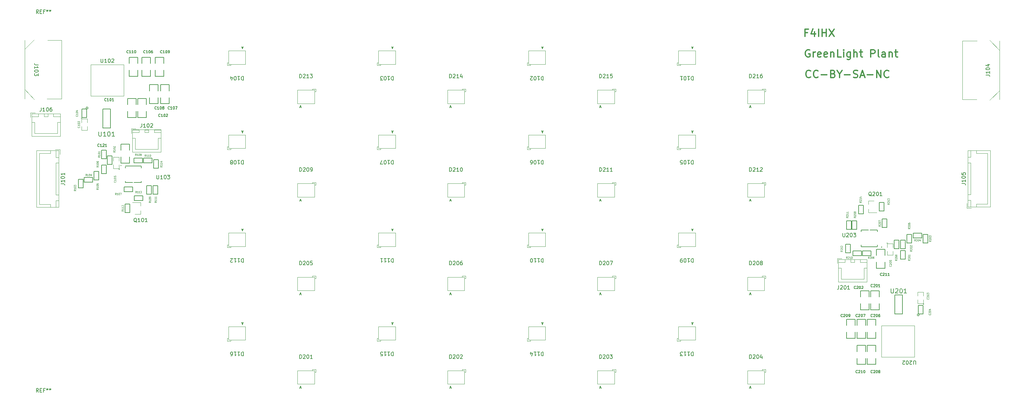
<source format=gbr>
%TF.GenerationSoftware,KiCad,Pcbnew,6.0.6-3a73a75311~116~ubuntu20.04.1*%
%TF.CreationDate,2022-07-12T22:33:22+02:00*%
%TF.ProjectId,LEDBoard_template,4c454442-6f61-4726-945f-74656d706c61,rev?*%
%TF.SameCoordinates,Original*%
%TF.FileFunction,Legend,Top*%
%TF.FilePolarity,Positive*%
%FSLAX46Y46*%
G04 Gerber Fmt 4.6, Leading zero omitted, Abs format (unit mm)*
G04 Created by KiCad (PCBNEW 6.0.6-3a73a75311~116~ubuntu20.04.1) date 2022-07-12 22:33:22*
%MOMM*%
%LPD*%
G01*
G04 APERTURE LIST*
%ADD10C,0.300000*%
%ADD11C,0.150000*%
%ADD12C,0.152000*%
%ADD13C,0.114300*%
%ADD14C,0.109220*%
%ADD15C,0.120000*%
%ADD16C,0.127000*%
%ADD17C,0.099060*%
G04 APERTURE END LIST*
D10*
X310190476Y-124714285D02*
X310095238Y-124809523D01*
X309809523Y-124904761D01*
X309619047Y-124904761D01*
X309333333Y-124809523D01*
X309142857Y-124619047D01*
X309047619Y-124428571D01*
X308952380Y-124047619D01*
X308952380Y-123761904D01*
X309047619Y-123380952D01*
X309142857Y-123190476D01*
X309333333Y-123000000D01*
X309619047Y-122904761D01*
X309809523Y-122904761D01*
X310095238Y-123000000D01*
X310190476Y-123095238D01*
X312190476Y-124714285D02*
X312095238Y-124809523D01*
X311809523Y-124904761D01*
X311619047Y-124904761D01*
X311333333Y-124809523D01*
X311142857Y-124619047D01*
X311047619Y-124428571D01*
X310952380Y-124047619D01*
X310952380Y-123761904D01*
X311047619Y-123380952D01*
X311142857Y-123190476D01*
X311333333Y-123000000D01*
X311619047Y-122904761D01*
X311809523Y-122904761D01*
X312095238Y-123000000D01*
X312190476Y-123095238D01*
X313047619Y-124142857D02*
X314571428Y-124142857D01*
X316190476Y-123857142D02*
X316476190Y-123952380D01*
X316571428Y-124047619D01*
X316666666Y-124238095D01*
X316666666Y-124523809D01*
X316571428Y-124714285D01*
X316476190Y-124809523D01*
X316285714Y-124904761D01*
X315523809Y-124904761D01*
X315523809Y-122904761D01*
X316190476Y-122904761D01*
X316380952Y-123000000D01*
X316476190Y-123095238D01*
X316571428Y-123285714D01*
X316571428Y-123476190D01*
X316476190Y-123666666D01*
X316380952Y-123761904D01*
X316190476Y-123857142D01*
X315523809Y-123857142D01*
X317904761Y-123952380D02*
X317904761Y-124904761D01*
X317238095Y-122904761D02*
X317904761Y-123952380D01*
X318571428Y-122904761D01*
X319238095Y-124142857D02*
X320761904Y-124142857D01*
X321619047Y-124809523D02*
X321904761Y-124904761D01*
X322380952Y-124904761D01*
X322571428Y-124809523D01*
X322666666Y-124714285D01*
X322761904Y-124523809D01*
X322761904Y-124333333D01*
X322666666Y-124142857D01*
X322571428Y-124047619D01*
X322380952Y-123952380D01*
X322000000Y-123857142D01*
X321809523Y-123761904D01*
X321714285Y-123666666D01*
X321619047Y-123476190D01*
X321619047Y-123285714D01*
X321714285Y-123095238D01*
X321809523Y-123000000D01*
X322000000Y-122904761D01*
X322476190Y-122904761D01*
X322761904Y-123000000D01*
X323523809Y-124333333D02*
X324476190Y-124333333D01*
X323333333Y-124904761D02*
X324000000Y-122904761D01*
X324666666Y-124904761D01*
X325333333Y-124142857D02*
X326857142Y-124142857D01*
X327809523Y-124904761D02*
X327809523Y-122904761D01*
X328952380Y-124904761D01*
X328952380Y-122904761D01*
X331047619Y-124714285D02*
X330952380Y-124809523D01*
X330666666Y-124904761D01*
X330476190Y-124904761D01*
X330190476Y-124809523D01*
X330000000Y-124619047D01*
X329904761Y-124428571D01*
X329809523Y-124047619D01*
X329809523Y-123761904D01*
X329904761Y-123380952D01*
X330000000Y-123190476D01*
X330190476Y-123000000D01*
X330476190Y-122904761D01*
X330666666Y-122904761D01*
X330952380Y-123000000D01*
X331047619Y-123095238D01*
X309952380Y-117500000D02*
X309761904Y-117404761D01*
X309476190Y-117404761D01*
X309190476Y-117500000D01*
X309000000Y-117690476D01*
X308904761Y-117880952D01*
X308809523Y-118261904D01*
X308809523Y-118547619D01*
X308904761Y-118928571D01*
X309000000Y-119119047D01*
X309190476Y-119309523D01*
X309476190Y-119404761D01*
X309666666Y-119404761D01*
X309952380Y-119309523D01*
X310047619Y-119214285D01*
X310047619Y-118547619D01*
X309666666Y-118547619D01*
X310904761Y-119404761D02*
X310904761Y-118071428D01*
X310904761Y-118452380D02*
X311000000Y-118261904D01*
X311095238Y-118166666D01*
X311285714Y-118071428D01*
X311476190Y-118071428D01*
X312904761Y-119309523D02*
X312714285Y-119404761D01*
X312333333Y-119404761D01*
X312142857Y-119309523D01*
X312047619Y-119119047D01*
X312047619Y-118357142D01*
X312142857Y-118166666D01*
X312333333Y-118071428D01*
X312714285Y-118071428D01*
X312904761Y-118166666D01*
X313000000Y-118357142D01*
X313000000Y-118547619D01*
X312047619Y-118738095D01*
X314619047Y-119309523D02*
X314428571Y-119404761D01*
X314047619Y-119404761D01*
X313857142Y-119309523D01*
X313761904Y-119119047D01*
X313761904Y-118357142D01*
X313857142Y-118166666D01*
X314047619Y-118071428D01*
X314428571Y-118071428D01*
X314619047Y-118166666D01*
X314714285Y-118357142D01*
X314714285Y-118547619D01*
X313761904Y-118738095D01*
X315571428Y-118071428D02*
X315571428Y-119404761D01*
X315571428Y-118261904D02*
X315666666Y-118166666D01*
X315857142Y-118071428D01*
X316142857Y-118071428D01*
X316333333Y-118166666D01*
X316428571Y-118357142D01*
X316428571Y-119404761D01*
X318333333Y-119404761D02*
X317380952Y-119404761D01*
X317380952Y-117404761D01*
X319000000Y-119404761D02*
X319000000Y-118071428D01*
X319000000Y-117404761D02*
X318904761Y-117500000D01*
X319000000Y-117595238D01*
X319095238Y-117500000D01*
X319000000Y-117404761D01*
X319000000Y-117595238D01*
X320809523Y-118071428D02*
X320809523Y-119690476D01*
X320714285Y-119880952D01*
X320619047Y-119976190D01*
X320428571Y-120071428D01*
X320142857Y-120071428D01*
X319952380Y-119976190D01*
X320809523Y-119309523D02*
X320619047Y-119404761D01*
X320238095Y-119404761D01*
X320047619Y-119309523D01*
X319952380Y-119214285D01*
X319857142Y-119023809D01*
X319857142Y-118452380D01*
X319952380Y-118261904D01*
X320047619Y-118166666D01*
X320238095Y-118071428D01*
X320619047Y-118071428D01*
X320809523Y-118166666D01*
X321761904Y-119404761D02*
X321761904Y-117404761D01*
X322619047Y-119404761D02*
X322619047Y-118357142D01*
X322523809Y-118166666D01*
X322333333Y-118071428D01*
X322047619Y-118071428D01*
X321857142Y-118166666D01*
X321761904Y-118261904D01*
X323285714Y-118071428D02*
X324047619Y-118071428D01*
X323571428Y-117404761D02*
X323571428Y-119119047D01*
X323666666Y-119309523D01*
X323857142Y-119404761D01*
X324047619Y-119404761D01*
X326238095Y-119404761D02*
X326238095Y-117404761D01*
X327000000Y-117404761D01*
X327190476Y-117500000D01*
X327285714Y-117595238D01*
X327380952Y-117785714D01*
X327380952Y-118071428D01*
X327285714Y-118261904D01*
X327190476Y-118357142D01*
X327000000Y-118452380D01*
X326238095Y-118452380D01*
X328523809Y-119404761D02*
X328333333Y-119309523D01*
X328238095Y-119119047D01*
X328238095Y-117404761D01*
X330142857Y-119404761D02*
X330142857Y-118357142D01*
X330047619Y-118166666D01*
X329857142Y-118071428D01*
X329476190Y-118071428D01*
X329285714Y-118166666D01*
X330142857Y-119309523D02*
X329952380Y-119404761D01*
X329476190Y-119404761D01*
X329285714Y-119309523D01*
X329190476Y-119119047D01*
X329190476Y-118928571D01*
X329285714Y-118738095D01*
X329476190Y-118642857D01*
X329952380Y-118642857D01*
X330142857Y-118547619D01*
X331095238Y-118071428D02*
X331095238Y-119404761D01*
X331095238Y-118261904D02*
X331190476Y-118166666D01*
X331380952Y-118071428D01*
X331666666Y-118071428D01*
X331857142Y-118166666D01*
X331952380Y-118357142D01*
X331952380Y-119404761D01*
X332619047Y-118071428D02*
X333380952Y-118071428D01*
X332904761Y-117404761D02*
X332904761Y-119119047D01*
X333000000Y-119309523D01*
X333190476Y-119404761D01*
X333380952Y-119404761D01*
X309357142Y-112857142D02*
X308690476Y-112857142D01*
X308690476Y-113904761D02*
X308690476Y-111904761D01*
X309642857Y-111904761D01*
X311261904Y-112571428D02*
X311261904Y-113904761D01*
X310785714Y-111809523D02*
X310309523Y-113238095D01*
X311547619Y-113238095D01*
X312309523Y-113904761D02*
X312309523Y-111904761D01*
X313261904Y-113904761D02*
X313261904Y-111904761D01*
X313261904Y-112857142D02*
X314404761Y-112857142D01*
X314404761Y-113904761D02*
X314404761Y-111904761D01*
X315166666Y-111904761D02*
X316500000Y-113904761D01*
X316500000Y-111904761D02*
X315166666Y-113904761D01*
D11*
%TO.C,D109*%
X278890476Y-173247619D02*
X278890476Y-174247619D01*
X278652380Y-174247619D01*
X278509523Y-174200000D01*
X278414285Y-174104761D01*
X278366666Y-174009523D01*
X278319047Y-173819047D01*
X278319047Y-173676190D01*
X278366666Y-173485714D01*
X278414285Y-173390476D01*
X278509523Y-173295238D01*
X278652380Y-173247619D01*
X278890476Y-173247619D01*
X277366666Y-173247619D02*
X277938095Y-173247619D01*
X277652380Y-173247619D02*
X277652380Y-174247619D01*
X277747619Y-174104761D01*
X277842857Y-174009523D01*
X277938095Y-173961904D01*
X276747619Y-174247619D02*
X276652380Y-174247619D01*
X276557142Y-174200000D01*
X276509523Y-174152380D01*
X276461904Y-174057142D01*
X276414285Y-173866666D01*
X276414285Y-173628571D01*
X276461904Y-173438095D01*
X276509523Y-173342857D01*
X276557142Y-173295238D01*
X276652380Y-173247619D01*
X276747619Y-173247619D01*
X276842857Y-173295238D01*
X276890476Y-173342857D01*
X276938095Y-173438095D01*
X276985714Y-173628571D01*
X276985714Y-173866666D01*
X276938095Y-174057142D01*
X276890476Y-174152380D01*
X276842857Y-174200000D01*
X276747619Y-174247619D01*
X275938095Y-173247619D02*
X275747619Y-173247619D01*
X275652380Y-173295238D01*
X275604761Y-173342857D01*
X275509523Y-173485714D01*
X275461904Y-173676190D01*
X275461904Y-174057142D01*
X275509523Y-174152380D01*
X275557142Y-174200000D01*
X275652380Y-174247619D01*
X275842857Y-174247619D01*
X275938095Y-174200000D01*
X275985714Y-174152380D01*
X276033333Y-174057142D01*
X276033333Y-173819047D01*
X275985714Y-173723809D01*
X275938095Y-173676190D01*
X275842857Y-173628571D01*
X275652380Y-173628571D01*
X275557142Y-173676190D01*
X275509523Y-173723809D01*
X275461904Y-173819047D01*
X278821190Y-165454166D02*
X278518809Y-165454166D01*
X278881666Y-165272738D02*
X278670000Y-165907738D01*
X278458333Y-165272738D01*
%TO.C,J104*%
X356952380Y-124185714D02*
X357666666Y-124185714D01*
X357809523Y-124233333D01*
X357904761Y-124328571D01*
X357952380Y-124471428D01*
X357952380Y-124566666D01*
X357952380Y-123185714D02*
X357952380Y-123757142D01*
X357952380Y-123471428D02*
X356952380Y-123471428D01*
X357095238Y-123566666D01*
X357190476Y-123661904D01*
X357238095Y-123757142D01*
X356952380Y-122566666D02*
X356952380Y-122471428D01*
X357000000Y-122376190D01*
X357047619Y-122328571D01*
X357142857Y-122280952D01*
X357333333Y-122233333D01*
X357571428Y-122233333D01*
X357761904Y-122280952D01*
X357857142Y-122328571D01*
X357904761Y-122376190D01*
X357952380Y-122471428D01*
X357952380Y-122566666D01*
X357904761Y-122661904D01*
X357857142Y-122709523D01*
X357761904Y-122757142D01*
X357571428Y-122804761D01*
X357333333Y-122804761D01*
X357142857Y-122757142D01*
X357047619Y-122709523D01*
X357000000Y-122661904D01*
X356952380Y-122566666D01*
X357285714Y-121376190D02*
X357952380Y-121376190D01*
X356904761Y-121614285D02*
X357619047Y-121852380D01*
X357619047Y-121233333D01*
D12*
%TO.C,C207*%
X322716666Y-188750000D02*
X322683333Y-188783333D01*
X322583333Y-188816666D01*
X322516666Y-188816666D01*
X322416666Y-188783333D01*
X322350000Y-188716666D01*
X322316666Y-188650000D01*
X322283333Y-188516666D01*
X322283333Y-188416666D01*
X322316666Y-188283333D01*
X322350000Y-188216666D01*
X322416666Y-188150000D01*
X322516666Y-188116666D01*
X322583333Y-188116666D01*
X322683333Y-188150000D01*
X322716666Y-188183333D01*
X322983333Y-188183333D02*
X323016666Y-188150000D01*
X323083333Y-188116666D01*
X323250000Y-188116666D01*
X323316666Y-188150000D01*
X323350000Y-188183333D01*
X323383333Y-188250000D01*
X323383333Y-188316666D01*
X323350000Y-188416666D01*
X322950000Y-188816666D01*
X323383333Y-188816666D01*
X323816666Y-188116666D02*
X323883333Y-188116666D01*
X323950000Y-188150000D01*
X323983333Y-188183333D01*
X324016666Y-188250000D01*
X324050000Y-188383333D01*
X324050000Y-188550000D01*
X324016666Y-188683333D01*
X323983333Y-188750000D01*
X323950000Y-188783333D01*
X323883333Y-188816666D01*
X323816666Y-188816666D01*
X323750000Y-188783333D01*
X323716666Y-188750000D01*
X323683333Y-188683333D01*
X323650000Y-188550000D01*
X323650000Y-188383333D01*
X323683333Y-188250000D01*
X323716666Y-188183333D01*
X323750000Y-188150000D01*
X323816666Y-188116666D01*
X324283333Y-188116666D02*
X324750000Y-188116666D01*
X324450000Y-188816666D01*
D13*
%TO.C,R203*%
X342299809Y-168411628D02*
X342057904Y-168564028D01*
X342299809Y-168672885D02*
X341791809Y-168672885D01*
X341791809Y-168498714D01*
X341816000Y-168455171D01*
X341840190Y-168433400D01*
X341888571Y-168411628D01*
X341961142Y-168411628D01*
X342009523Y-168433400D01*
X342033714Y-168455171D01*
X342057904Y-168498714D01*
X342057904Y-168672885D01*
X341840190Y-168237457D02*
X341816000Y-168215685D01*
X341791809Y-168172142D01*
X341791809Y-168063285D01*
X341816000Y-168019742D01*
X341840190Y-167997971D01*
X341888571Y-167976200D01*
X341936952Y-167976200D01*
X342009523Y-167997971D01*
X342299809Y-168259228D01*
X342299809Y-167976200D01*
X341791809Y-167693171D02*
X341791809Y-167649628D01*
X341816000Y-167606085D01*
X341840190Y-167584314D01*
X341888571Y-167562542D01*
X341985333Y-167540771D01*
X342106285Y-167540771D01*
X342203047Y-167562542D01*
X342251428Y-167584314D01*
X342275619Y-167606085D01*
X342299809Y-167649628D01*
X342299809Y-167693171D01*
X342275619Y-167736714D01*
X342251428Y-167758485D01*
X342203047Y-167780257D01*
X342106285Y-167802028D01*
X341985333Y-167802028D01*
X341888571Y-167780257D01*
X341840190Y-167758485D01*
X341816000Y-167736714D01*
X341791809Y-167693171D01*
X341791809Y-167388371D02*
X341791809Y-167105342D01*
X341985333Y-167257742D01*
X341985333Y-167192428D01*
X342009523Y-167148885D01*
X342033714Y-167127114D01*
X342082095Y-167105342D01*
X342203047Y-167105342D01*
X342251428Y-167127114D01*
X342275619Y-167148885D01*
X342299809Y-167192428D01*
X342299809Y-167323057D01*
X342275619Y-167366600D01*
X342251428Y-167388371D01*
D11*
%TO.C,U202*%
X338214285Y-201547619D02*
X338214285Y-200738095D01*
X338166666Y-200642857D01*
X338119047Y-200595238D01*
X338023809Y-200547619D01*
X337833333Y-200547619D01*
X337738095Y-200595238D01*
X337690476Y-200642857D01*
X337642857Y-200738095D01*
X337642857Y-201547619D01*
X337214285Y-201452380D02*
X337166666Y-201500000D01*
X337071428Y-201547619D01*
X336833333Y-201547619D01*
X336738095Y-201500000D01*
X336690476Y-201452380D01*
X336642857Y-201357142D01*
X336642857Y-201261904D01*
X336690476Y-201119047D01*
X337261904Y-200547619D01*
X336642857Y-200547619D01*
X336023809Y-201547619D02*
X335928571Y-201547619D01*
X335833333Y-201500000D01*
X335785714Y-201452380D01*
X335738095Y-201357142D01*
X335690476Y-201166666D01*
X335690476Y-200928571D01*
X335738095Y-200738095D01*
X335785714Y-200642857D01*
X335833333Y-200595238D01*
X335928571Y-200547619D01*
X336023809Y-200547619D01*
X336119047Y-200595238D01*
X336166666Y-200642857D01*
X336214285Y-200738095D01*
X336261904Y-200928571D01*
X336261904Y-201166666D01*
X336214285Y-201357142D01*
X336166666Y-201452380D01*
X336119047Y-201500000D01*
X336023809Y-201547619D01*
X335309523Y-201452380D02*
X335261904Y-201500000D01*
X335166666Y-201547619D01*
X334928571Y-201547619D01*
X334833333Y-201500000D01*
X334785714Y-201452380D01*
X334738095Y-201357142D01*
X334738095Y-201261904D01*
X334785714Y-201119047D01*
X335357142Y-200547619D01*
X334738095Y-200547619D01*
D13*
%TO.C,R214*%
X323729809Y-158011628D02*
X323487904Y-158164028D01*
X323729809Y-158272885D02*
X323221809Y-158272885D01*
X323221809Y-158098714D01*
X323246000Y-158055171D01*
X323270190Y-158033400D01*
X323318571Y-158011628D01*
X323391142Y-158011628D01*
X323439523Y-158033400D01*
X323463714Y-158055171D01*
X323487904Y-158098714D01*
X323487904Y-158272885D01*
X323270190Y-157837457D02*
X323246000Y-157815685D01*
X323221809Y-157772142D01*
X323221809Y-157663285D01*
X323246000Y-157619742D01*
X323270190Y-157597971D01*
X323318571Y-157576200D01*
X323366952Y-157576200D01*
X323439523Y-157597971D01*
X323729809Y-157859228D01*
X323729809Y-157576200D01*
X323729809Y-157140771D02*
X323729809Y-157402028D01*
X323729809Y-157271400D02*
X323221809Y-157271400D01*
X323294380Y-157314942D01*
X323342761Y-157358485D01*
X323366952Y-157402028D01*
X323391142Y-156748885D02*
X323729809Y-156748885D01*
X323197619Y-156857742D02*
X323560476Y-156966600D01*
X323560476Y-156683571D01*
%TO.C,R204*%
X338188371Y-168599809D02*
X338035971Y-168357904D01*
X337927114Y-168599809D02*
X337927114Y-168091809D01*
X338101285Y-168091809D01*
X338144828Y-168116000D01*
X338166600Y-168140190D01*
X338188371Y-168188571D01*
X338188371Y-168261142D01*
X338166600Y-168309523D01*
X338144828Y-168333714D01*
X338101285Y-168357904D01*
X337927114Y-168357904D01*
X338362542Y-168140190D02*
X338384314Y-168116000D01*
X338427857Y-168091809D01*
X338536714Y-168091809D01*
X338580257Y-168116000D01*
X338602028Y-168140190D01*
X338623800Y-168188571D01*
X338623800Y-168236952D01*
X338602028Y-168309523D01*
X338340771Y-168599809D01*
X338623800Y-168599809D01*
X338906828Y-168091809D02*
X338950371Y-168091809D01*
X338993914Y-168116000D01*
X339015685Y-168140190D01*
X339037457Y-168188571D01*
X339059228Y-168285333D01*
X339059228Y-168406285D01*
X339037457Y-168503047D01*
X339015685Y-168551428D01*
X338993914Y-168575619D01*
X338950371Y-168599809D01*
X338906828Y-168599809D01*
X338863285Y-168575619D01*
X338841514Y-168551428D01*
X338819742Y-168503047D01*
X338797971Y-168406285D01*
X338797971Y-168285333D01*
X338819742Y-168188571D01*
X338841514Y-168140190D01*
X338863285Y-168116000D01*
X338906828Y-168091809D01*
X339451114Y-168261142D02*
X339451114Y-168599809D01*
X339342257Y-168067619D02*
X339233400Y-168430476D01*
X339516428Y-168430476D01*
D11*
%TO.C,D104*%
X158890476Y-124547619D02*
X158890476Y-125547619D01*
X158652380Y-125547619D01*
X158509523Y-125500000D01*
X158414285Y-125404761D01*
X158366666Y-125309523D01*
X158319047Y-125119047D01*
X158319047Y-124976190D01*
X158366666Y-124785714D01*
X158414285Y-124690476D01*
X158509523Y-124595238D01*
X158652380Y-124547619D01*
X158890476Y-124547619D01*
X157366666Y-124547619D02*
X157938095Y-124547619D01*
X157652380Y-124547619D02*
X157652380Y-125547619D01*
X157747619Y-125404761D01*
X157842857Y-125309523D01*
X157938095Y-125261904D01*
X156747619Y-125547619D02*
X156652380Y-125547619D01*
X156557142Y-125500000D01*
X156509523Y-125452380D01*
X156461904Y-125357142D01*
X156414285Y-125166666D01*
X156414285Y-124928571D01*
X156461904Y-124738095D01*
X156509523Y-124642857D01*
X156557142Y-124595238D01*
X156652380Y-124547619D01*
X156747619Y-124547619D01*
X156842857Y-124595238D01*
X156890476Y-124642857D01*
X156938095Y-124738095D01*
X156985714Y-124928571D01*
X156985714Y-125166666D01*
X156938095Y-125357142D01*
X156890476Y-125452380D01*
X156842857Y-125500000D01*
X156747619Y-125547619D01*
X155557142Y-125214285D02*
X155557142Y-124547619D01*
X155795238Y-125595238D02*
X156033333Y-124880952D01*
X155414285Y-124880952D01*
X158821190Y-116754166D02*
X158518809Y-116754166D01*
X158881666Y-116572738D02*
X158670000Y-117207738D01*
X158458333Y-116572738D01*
D13*
%TO.C,R213*%
X331229809Y-158511628D02*
X330987904Y-158664028D01*
X331229809Y-158772885D02*
X330721809Y-158772885D01*
X330721809Y-158598714D01*
X330746000Y-158555171D01*
X330770190Y-158533400D01*
X330818571Y-158511628D01*
X330891142Y-158511628D01*
X330939523Y-158533400D01*
X330963714Y-158555171D01*
X330987904Y-158598714D01*
X330987904Y-158772885D01*
X330770190Y-158337457D02*
X330746000Y-158315685D01*
X330721809Y-158272142D01*
X330721809Y-158163285D01*
X330746000Y-158119742D01*
X330770190Y-158097971D01*
X330818571Y-158076200D01*
X330866952Y-158076200D01*
X330939523Y-158097971D01*
X331229809Y-158359228D01*
X331229809Y-158076200D01*
X331229809Y-157640771D02*
X331229809Y-157902028D01*
X331229809Y-157771400D02*
X330721809Y-157771400D01*
X330794380Y-157814942D01*
X330842761Y-157858485D01*
X330866952Y-157902028D01*
X330721809Y-157488371D02*
X330721809Y-157205342D01*
X330915333Y-157357742D01*
X330915333Y-157292428D01*
X330939523Y-157248885D01*
X330963714Y-157227114D01*
X331012095Y-157205342D01*
X331133047Y-157205342D01*
X331181428Y-157227114D01*
X331205619Y-157248885D01*
X331229809Y-157292428D01*
X331229809Y-157423057D01*
X331205619Y-157466600D01*
X331181428Y-157488371D01*
D11*
%TO.C,D106*%
X238890476Y-147027619D02*
X238890476Y-148027619D01*
X238652380Y-148027619D01*
X238509523Y-147980000D01*
X238414285Y-147884761D01*
X238366666Y-147789523D01*
X238319047Y-147599047D01*
X238319047Y-147456190D01*
X238366666Y-147265714D01*
X238414285Y-147170476D01*
X238509523Y-147075238D01*
X238652380Y-147027619D01*
X238890476Y-147027619D01*
X237366666Y-147027619D02*
X237938095Y-147027619D01*
X237652380Y-147027619D02*
X237652380Y-148027619D01*
X237747619Y-147884761D01*
X237842857Y-147789523D01*
X237938095Y-147741904D01*
X236747619Y-148027619D02*
X236652380Y-148027619D01*
X236557142Y-147980000D01*
X236509523Y-147932380D01*
X236461904Y-147837142D01*
X236414285Y-147646666D01*
X236414285Y-147408571D01*
X236461904Y-147218095D01*
X236509523Y-147122857D01*
X236557142Y-147075238D01*
X236652380Y-147027619D01*
X236747619Y-147027619D01*
X236842857Y-147075238D01*
X236890476Y-147122857D01*
X236938095Y-147218095D01*
X236985714Y-147408571D01*
X236985714Y-147646666D01*
X236938095Y-147837142D01*
X236890476Y-147932380D01*
X236842857Y-147980000D01*
X236747619Y-148027619D01*
X235557142Y-148027619D02*
X235747619Y-148027619D01*
X235842857Y-147980000D01*
X235890476Y-147932380D01*
X235985714Y-147789523D01*
X236033333Y-147599047D01*
X236033333Y-147218095D01*
X235985714Y-147122857D01*
X235938095Y-147075238D01*
X235842857Y-147027619D01*
X235652380Y-147027619D01*
X235557142Y-147075238D01*
X235509523Y-147122857D01*
X235461904Y-147218095D01*
X235461904Y-147456190D01*
X235509523Y-147551428D01*
X235557142Y-147599047D01*
X235652380Y-147646666D01*
X235842857Y-147646666D01*
X235938095Y-147599047D01*
X235985714Y-147551428D01*
X236033333Y-147456190D01*
X238821190Y-139234166D02*
X238518809Y-139234166D01*
X238881666Y-139052738D02*
X238670000Y-139687738D01*
X238458333Y-139052738D01*
D13*
%TO.C,R208*%
X325793371Y-173229809D02*
X325640971Y-172987904D01*
X325532114Y-173229809D02*
X325532114Y-172721809D01*
X325706285Y-172721809D01*
X325749828Y-172746000D01*
X325771600Y-172770190D01*
X325793371Y-172818571D01*
X325793371Y-172891142D01*
X325771600Y-172939523D01*
X325749828Y-172963714D01*
X325706285Y-172987904D01*
X325532114Y-172987904D01*
X325967542Y-172770190D02*
X325989314Y-172746000D01*
X326032857Y-172721809D01*
X326141714Y-172721809D01*
X326185257Y-172746000D01*
X326207028Y-172770190D01*
X326228800Y-172818571D01*
X326228800Y-172866952D01*
X326207028Y-172939523D01*
X325945771Y-173229809D01*
X326228800Y-173229809D01*
X326511828Y-172721809D02*
X326555371Y-172721809D01*
X326598914Y-172746000D01*
X326620685Y-172770190D01*
X326642457Y-172818571D01*
X326664228Y-172915333D01*
X326664228Y-173036285D01*
X326642457Y-173133047D01*
X326620685Y-173181428D01*
X326598914Y-173205619D01*
X326555371Y-173229809D01*
X326511828Y-173229809D01*
X326468285Y-173205619D01*
X326446514Y-173181428D01*
X326424742Y-173133047D01*
X326402971Y-173036285D01*
X326402971Y-172915333D01*
X326424742Y-172818571D01*
X326446514Y-172770190D01*
X326468285Y-172746000D01*
X326511828Y-172721809D01*
X326925485Y-172939523D02*
X326881942Y-172915333D01*
X326860171Y-172891142D01*
X326838400Y-172842761D01*
X326838400Y-172818571D01*
X326860171Y-172770190D01*
X326881942Y-172746000D01*
X326925485Y-172721809D01*
X327012571Y-172721809D01*
X327056114Y-172746000D01*
X327077885Y-172770190D01*
X327099657Y-172818571D01*
X327099657Y-172842761D01*
X327077885Y-172891142D01*
X327056114Y-172915333D01*
X327012571Y-172939523D01*
X326925485Y-172939523D01*
X326881942Y-172963714D01*
X326860171Y-172987904D01*
X326838400Y-173036285D01*
X326838400Y-173133047D01*
X326860171Y-173181428D01*
X326881942Y-173205619D01*
X326925485Y-173229809D01*
X327012571Y-173229809D01*
X327056114Y-173205619D01*
X327077885Y-173181428D01*
X327099657Y-173133047D01*
X327099657Y-173036285D01*
X327077885Y-172987904D01*
X327056114Y-172963714D01*
X327012571Y-172939523D01*
D12*
%TO.C,C107*%
X139216666Y-133250000D02*
X139183333Y-133283333D01*
X139083333Y-133316666D01*
X139016666Y-133316666D01*
X138916666Y-133283333D01*
X138850000Y-133216666D01*
X138816666Y-133150000D01*
X138783333Y-133016666D01*
X138783333Y-132916666D01*
X138816666Y-132783333D01*
X138850000Y-132716666D01*
X138916666Y-132650000D01*
X139016666Y-132616666D01*
X139083333Y-132616666D01*
X139183333Y-132650000D01*
X139216666Y-132683333D01*
X139883333Y-133316666D02*
X139483333Y-133316666D01*
X139683333Y-133316666D02*
X139683333Y-132616666D01*
X139616666Y-132716666D01*
X139550000Y-132783333D01*
X139483333Y-132816666D01*
X140316666Y-132616666D02*
X140383333Y-132616666D01*
X140450000Y-132650000D01*
X140483333Y-132683333D01*
X140516666Y-132750000D01*
X140550000Y-132883333D01*
X140550000Y-133050000D01*
X140516666Y-133183333D01*
X140483333Y-133250000D01*
X140450000Y-133283333D01*
X140383333Y-133316666D01*
X140316666Y-133316666D01*
X140250000Y-133283333D01*
X140216666Y-133250000D01*
X140183333Y-133183333D01*
X140150000Y-133050000D01*
X140150000Y-132883333D01*
X140183333Y-132750000D01*
X140216666Y-132683333D01*
X140250000Y-132650000D01*
X140316666Y-132616666D01*
X140783333Y-132616666D02*
X141250000Y-132616666D01*
X140950000Y-133316666D01*
D11*
%TO.C,D114*%
X238890476Y-198247619D02*
X238890476Y-199247619D01*
X238652380Y-199247619D01*
X238509523Y-199200000D01*
X238414285Y-199104761D01*
X238366666Y-199009523D01*
X238319047Y-198819047D01*
X238319047Y-198676190D01*
X238366666Y-198485714D01*
X238414285Y-198390476D01*
X238509523Y-198295238D01*
X238652380Y-198247619D01*
X238890476Y-198247619D01*
X237366666Y-198247619D02*
X237938095Y-198247619D01*
X237652380Y-198247619D02*
X237652380Y-199247619D01*
X237747619Y-199104761D01*
X237842857Y-199009523D01*
X237938095Y-198961904D01*
X236414285Y-198247619D02*
X236985714Y-198247619D01*
X236700000Y-198247619D02*
X236700000Y-199247619D01*
X236795238Y-199104761D01*
X236890476Y-199009523D01*
X236985714Y-198961904D01*
X235557142Y-198914285D02*
X235557142Y-198247619D01*
X235795238Y-199295238D02*
X236033333Y-198580952D01*
X235414285Y-198580952D01*
X238821190Y-190454166D02*
X238518809Y-190454166D01*
X238881666Y-190272738D02*
X238670000Y-190907738D01*
X238458333Y-190272738D01*
D13*
%TO.C,R109*%
X134229809Y-158011628D02*
X133987904Y-158164028D01*
X134229809Y-158272885D02*
X133721809Y-158272885D01*
X133721809Y-158098714D01*
X133746000Y-158055171D01*
X133770190Y-158033400D01*
X133818571Y-158011628D01*
X133891142Y-158011628D01*
X133939523Y-158033400D01*
X133963714Y-158055171D01*
X133987904Y-158098714D01*
X133987904Y-158272885D01*
X134229809Y-157576200D02*
X134229809Y-157837457D01*
X134229809Y-157706828D02*
X133721809Y-157706828D01*
X133794380Y-157750371D01*
X133842761Y-157793914D01*
X133866952Y-157837457D01*
X133721809Y-157293171D02*
X133721809Y-157249628D01*
X133746000Y-157206085D01*
X133770190Y-157184314D01*
X133818571Y-157162542D01*
X133915333Y-157140771D01*
X134036285Y-157140771D01*
X134133047Y-157162542D01*
X134181428Y-157184314D01*
X134205619Y-157206085D01*
X134229809Y-157249628D01*
X134229809Y-157293171D01*
X134205619Y-157336714D01*
X134181428Y-157358485D01*
X134133047Y-157380257D01*
X134036285Y-157402028D01*
X133915333Y-157402028D01*
X133818571Y-157380257D01*
X133770190Y-157358485D01*
X133746000Y-157336714D01*
X133721809Y-157293171D01*
X134229809Y-156923057D02*
X134229809Y-156835971D01*
X134205619Y-156792428D01*
X134181428Y-156770657D01*
X134108857Y-156727114D01*
X134012095Y-156705342D01*
X133818571Y-156705342D01*
X133770190Y-156727114D01*
X133746000Y-156748885D01*
X133721809Y-156792428D01*
X133721809Y-156879514D01*
X133746000Y-156923057D01*
X133770190Y-156944828D01*
X133818571Y-156966600D01*
X133939523Y-156966600D01*
X133987904Y-156944828D01*
X134012095Y-156923057D01*
X134036285Y-156879514D01*
X134036285Y-156792428D01*
X134012095Y-156748885D01*
X133987904Y-156727114D01*
X133939523Y-156705342D01*
D12*
%TO.C,C206*%
X326716666Y-188750000D02*
X326683333Y-188783333D01*
X326583333Y-188816666D01*
X326516666Y-188816666D01*
X326416666Y-188783333D01*
X326350000Y-188716666D01*
X326316666Y-188650000D01*
X326283333Y-188516666D01*
X326283333Y-188416666D01*
X326316666Y-188283333D01*
X326350000Y-188216666D01*
X326416666Y-188150000D01*
X326516666Y-188116666D01*
X326583333Y-188116666D01*
X326683333Y-188150000D01*
X326716666Y-188183333D01*
X326983333Y-188183333D02*
X327016666Y-188150000D01*
X327083333Y-188116666D01*
X327250000Y-188116666D01*
X327316666Y-188150000D01*
X327350000Y-188183333D01*
X327383333Y-188250000D01*
X327383333Y-188316666D01*
X327350000Y-188416666D01*
X326950000Y-188816666D01*
X327383333Y-188816666D01*
X327816666Y-188116666D02*
X327883333Y-188116666D01*
X327950000Y-188150000D01*
X327983333Y-188183333D01*
X328016666Y-188250000D01*
X328050000Y-188383333D01*
X328050000Y-188550000D01*
X328016666Y-188683333D01*
X327983333Y-188750000D01*
X327950000Y-188783333D01*
X327883333Y-188816666D01*
X327816666Y-188816666D01*
X327750000Y-188783333D01*
X327716666Y-188750000D01*
X327683333Y-188683333D01*
X327650000Y-188550000D01*
X327650000Y-188383333D01*
X327683333Y-188250000D01*
X327716666Y-188183333D01*
X327750000Y-188150000D01*
X327816666Y-188116666D01*
X328650000Y-188116666D02*
X328516666Y-188116666D01*
X328450000Y-188150000D01*
X328416666Y-188183333D01*
X328350000Y-188283333D01*
X328316666Y-188416666D01*
X328316666Y-188683333D01*
X328350000Y-188750000D01*
X328383333Y-188783333D01*
X328450000Y-188816666D01*
X328583333Y-188816666D01*
X328650000Y-188783333D01*
X328683333Y-188750000D01*
X328716666Y-188683333D01*
X328716666Y-188516666D01*
X328683333Y-188450000D01*
X328650000Y-188416666D01*
X328583333Y-188383333D01*
X328450000Y-188383333D01*
X328383333Y-188416666D01*
X328350000Y-188450000D01*
X328316666Y-188516666D01*
D11*
%TO.C,D107*%
X198890476Y-147027619D02*
X198890476Y-148027619D01*
X198652380Y-148027619D01*
X198509523Y-147980000D01*
X198414285Y-147884761D01*
X198366666Y-147789523D01*
X198319047Y-147599047D01*
X198319047Y-147456190D01*
X198366666Y-147265714D01*
X198414285Y-147170476D01*
X198509523Y-147075238D01*
X198652380Y-147027619D01*
X198890476Y-147027619D01*
X197366666Y-147027619D02*
X197938095Y-147027619D01*
X197652380Y-147027619D02*
X197652380Y-148027619D01*
X197747619Y-147884761D01*
X197842857Y-147789523D01*
X197938095Y-147741904D01*
X196747619Y-148027619D02*
X196652380Y-148027619D01*
X196557142Y-147980000D01*
X196509523Y-147932380D01*
X196461904Y-147837142D01*
X196414285Y-147646666D01*
X196414285Y-147408571D01*
X196461904Y-147218095D01*
X196509523Y-147122857D01*
X196557142Y-147075238D01*
X196652380Y-147027619D01*
X196747619Y-147027619D01*
X196842857Y-147075238D01*
X196890476Y-147122857D01*
X196938095Y-147218095D01*
X196985714Y-147408571D01*
X196985714Y-147646666D01*
X196938095Y-147837142D01*
X196890476Y-147932380D01*
X196842857Y-147980000D01*
X196747619Y-148027619D01*
X196080952Y-148027619D02*
X195414285Y-148027619D01*
X195842857Y-147027619D01*
X198821190Y-139234166D02*
X198518809Y-139234166D01*
X198881666Y-139052738D02*
X198670000Y-139687738D01*
X198458333Y-139052738D01*
%TO.C,D208*%
X293909523Y-174952380D02*
X293909523Y-173952380D01*
X294147619Y-173952380D01*
X294290476Y-174000000D01*
X294385714Y-174095238D01*
X294433333Y-174190476D01*
X294480952Y-174380952D01*
X294480952Y-174523809D01*
X294433333Y-174714285D01*
X294385714Y-174809523D01*
X294290476Y-174904761D01*
X294147619Y-174952380D01*
X293909523Y-174952380D01*
X294861904Y-174047619D02*
X294909523Y-174000000D01*
X295004761Y-173952380D01*
X295242857Y-173952380D01*
X295338095Y-174000000D01*
X295385714Y-174047619D01*
X295433333Y-174142857D01*
X295433333Y-174238095D01*
X295385714Y-174380952D01*
X294814285Y-174952380D01*
X295433333Y-174952380D01*
X296052380Y-173952380D02*
X296147619Y-173952380D01*
X296242857Y-174000000D01*
X296290476Y-174047619D01*
X296338095Y-174142857D01*
X296385714Y-174333333D01*
X296385714Y-174571428D01*
X296338095Y-174761904D01*
X296290476Y-174857142D01*
X296242857Y-174904761D01*
X296147619Y-174952380D01*
X296052380Y-174952380D01*
X295957142Y-174904761D01*
X295909523Y-174857142D01*
X295861904Y-174761904D01*
X295814285Y-174571428D01*
X295814285Y-174333333D01*
X295861904Y-174142857D01*
X295909523Y-174047619D01*
X295957142Y-174000000D01*
X296052380Y-173952380D01*
X296957142Y-174380952D02*
X296861904Y-174333333D01*
X296814285Y-174285714D01*
X296766666Y-174190476D01*
X296766666Y-174142857D01*
X296814285Y-174047619D01*
X296861904Y-174000000D01*
X296957142Y-173952380D01*
X297147619Y-173952380D01*
X297242857Y-174000000D01*
X297290476Y-174047619D01*
X297338095Y-174142857D01*
X297338095Y-174190476D01*
X297290476Y-174285714D01*
X297242857Y-174333333D01*
X297147619Y-174380952D01*
X296957142Y-174380952D01*
X296861904Y-174428571D01*
X296814285Y-174476190D01*
X296766666Y-174571428D01*
X296766666Y-174761904D01*
X296814285Y-174857142D01*
X296861904Y-174904761D01*
X296957142Y-174952380D01*
X297147619Y-174952380D01*
X297242857Y-174904761D01*
X297290476Y-174857142D01*
X297338095Y-174761904D01*
X297338095Y-174571428D01*
X297290476Y-174476190D01*
X297242857Y-174428571D01*
X297147619Y-174380952D01*
X293978809Y-182745833D02*
X294281190Y-182745833D01*
X293918333Y-182927261D02*
X294130000Y-182292261D01*
X294341666Y-182927261D01*
D13*
%TO.C,R103*%
X114229809Y-154854628D02*
X113987904Y-155007028D01*
X114229809Y-155115885D02*
X113721809Y-155115885D01*
X113721809Y-154941714D01*
X113746000Y-154898171D01*
X113770190Y-154876400D01*
X113818571Y-154854628D01*
X113891142Y-154854628D01*
X113939523Y-154876400D01*
X113963714Y-154898171D01*
X113987904Y-154941714D01*
X113987904Y-155115885D01*
X114229809Y-154419200D02*
X114229809Y-154680457D01*
X114229809Y-154549828D02*
X113721809Y-154549828D01*
X113794380Y-154593371D01*
X113842761Y-154636914D01*
X113866952Y-154680457D01*
X113721809Y-154136171D02*
X113721809Y-154092628D01*
X113746000Y-154049085D01*
X113770190Y-154027314D01*
X113818571Y-154005542D01*
X113915333Y-153983771D01*
X114036285Y-153983771D01*
X114133047Y-154005542D01*
X114181428Y-154027314D01*
X114205619Y-154049085D01*
X114229809Y-154092628D01*
X114229809Y-154136171D01*
X114205619Y-154179714D01*
X114181428Y-154201485D01*
X114133047Y-154223257D01*
X114036285Y-154245028D01*
X113915333Y-154245028D01*
X113818571Y-154223257D01*
X113770190Y-154201485D01*
X113746000Y-154179714D01*
X113721809Y-154136171D01*
X113721809Y-153831371D02*
X113721809Y-153548342D01*
X113915333Y-153700742D01*
X113915333Y-153635428D01*
X113939523Y-153591885D01*
X113963714Y-153570114D01*
X114012095Y-153548342D01*
X114133047Y-153548342D01*
X114181428Y-153570114D01*
X114205619Y-153591885D01*
X114229809Y-153635428D01*
X114229809Y-153766057D01*
X114205619Y-153809600D01*
X114181428Y-153831371D01*
D11*
%TO.C,Q101*%
X130452380Y-163547619D02*
X130357142Y-163500000D01*
X130261904Y-163404761D01*
X130119047Y-163261904D01*
X130023809Y-163214285D01*
X129928571Y-163214285D01*
X129976190Y-163452380D02*
X129880952Y-163404761D01*
X129785714Y-163309523D01*
X129738095Y-163119047D01*
X129738095Y-162785714D01*
X129785714Y-162595238D01*
X129880952Y-162500000D01*
X129976190Y-162452380D01*
X130166666Y-162452380D01*
X130261904Y-162500000D01*
X130357142Y-162595238D01*
X130404761Y-162785714D01*
X130404761Y-163119047D01*
X130357142Y-163309523D01*
X130261904Y-163404761D01*
X130166666Y-163452380D01*
X129976190Y-163452380D01*
X131357142Y-163452380D02*
X130785714Y-163452380D01*
X131071428Y-163452380D02*
X131071428Y-162452380D01*
X130976190Y-162595238D01*
X130880952Y-162690476D01*
X130785714Y-162738095D01*
X131976190Y-162452380D02*
X132071428Y-162452380D01*
X132166666Y-162500000D01*
X132214285Y-162547619D01*
X132261904Y-162642857D01*
X132309523Y-162833333D01*
X132309523Y-163071428D01*
X132261904Y-163261904D01*
X132214285Y-163357142D01*
X132166666Y-163404761D01*
X132071428Y-163452380D01*
X131976190Y-163452380D01*
X131880952Y-163404761D01*
X131833333Y-163357142D01*
X131785714Y-163261904D01*
X131738095Y-163071428D01*
X131738095Y-162833333D01*
X131785714Y-162642857D01*
X131833333Y-162547619D01*
X131880952Y-162500000D01*
X131976190Y-162452380D01*
X133261904Y-163452380D02*
X132690476Y-163452380D01*
X132976190Y-163452380D02*
X132976190Y-162452380D01*
X132880952Y-162595238D01*
X132785714Y-162690476D01*
X132690476Y-162738095D01*
%TO.C,U103*%
X135785714Y-150952380D02*
X135785714Y-151761904D01*
X135833333Y-151857142D01*
X135880952Y-151904761D01*
X135976190Y-151952380D01*
X136166666Y-151952380D01*
X136261904Y-151904761D01*
X136309523Y-151857142D01*
X136357142Y-151761904D01*
X136357142Y-150952380D01*
X137357142Y-151952380D02*
X136785714Y-151952380D01*
X137071428Y-151952380D02*
X137071428Y-150952380D01*
X136976190Y-151095238D01*
X136880952Y-151190476D01*
X136785714Y-151238095D01*
X137976190Y-150952380D02*
X138071428Y-150952380D01*
X138166666Y-151000000D01*
X138214285Y-151047619D01*
X138261904Y-151142857D01*
X138309523Y-151333333D01*
X138309523Y-151571428D01*
X138261904Y-151761904D01*
X138214285Y-151857142D01*
X138166666Y-151904761D01*
X138071428Y-151952380D01*
X137976190Y-151952380D01*
X137880952Y-151904761D01*
X137833333Y-151857142D01*
X137785714Y-151761904D01*
X137738095Y-151571428D01*
X137738095Y-151333333D01*
X137785714Y-151142857D01*
X137833333Y-151047619D01*
X137880952Y-151000000D01*
X137976190Y-150952380D01*
X138642857Y-150952380D02*
X139261904Y-150952380D01*
X138928571Y-151333333D01*
X139071428Y-151333333D01*
X139166666Y-151380952D01*
X139214285Y-151428571D01*
X139261904Y-151523809D01*
X139261904Y-151761904D01*
X139214285Y-151857142D01*
X139166666Y-151904761D01*
X139071428Y-151952380D01*
X138785714Y-151952380D01*
X138690476Y-151904761D01*
X138642857Y-151857142D01*
%TO.C,J106*%
X104964285Y-132902380D02*
X104964285Y-133616666D01*
X104916666Y-133759523D01*
X104821428Y-133854761D01*
X104678571Y-133902380D01*
X104583333Y-133902380D01*
X105964285Y-133902380D02*
X105392857Y-133902380D01*
X105678571Y-133902380D02*
X105678571Y-132902380D01*
X105583333Y-133045238D01*
X105488095Y-133140476D01*
X105392857Y-133188095D01*
X106583333Y-132902380D02*
X106678571Y-132902380D01*
X106773809Y-132950000D01*
X106821428Y-132997619D01*
X106869047Y-133092857D01*
X106916666Y-133283333D01*
X106916666Y-133521428D01*
X106869047Y-133711904D01*
X106821428Y-133807142D01*
X106773809Y-133854761D01*
X106678571Y-133902380D01*
X106583333Y-133902380D01*
X106488095Y-133854761D01*
X106440476Y-133807142D01*
X106392857Y-133711904D01*
X106345238Y-133521428D01*
X106345238Y-133283333D01*
X106392857Y-133092857D01*
X106440476Y-132997619D01*
X106488095Y-132950000D01*
X106583333Y-132902380D01*
X107773809Y-132902380D02*
X107583333Y-132902380D01*
X107488095Y-132950000D01*
X107440476Y-132997619D01*
X107345238Y-133140476D01*
X107297619Y-133330952D01*
X107297619Y-133711904D01*
X107345238Y-133807142D01*
X107392857Y-133854761D01*
X107488095Y-133902380D01*
X107678571Y-133902380D01*
X107773809Y-133854761D01*
X107821428Y-133807142D01*
X107869047Y-133711904D01*
X107869047Y-133473809D01*
X107821428Y-133378571D01*
X107773809Y-133330952D01*
X107678571Y-133283333D01*
X107488095Y-133283333D01*
X107392857Y-133330952D01*
X107345238Y-133378571D01*
X107297619Y-133473809D01*
D13*
%TO.C,R113*%
X130388371Y-155729809D02*
X130235971Y-155487904D01*
X130127114Y-155729809D02*
X130127114Y-155221809D01*
X130301285Y-155221809D01*
X130344828Y-155246000D01*
X130366600Y-155270190D01*
X130388371Y-155318571D01*
X130388371Y-155391142D01*
X130366600Y-155439523D01*
X130344828Y-155463714D01*
X130301285Y-155487904D01*
X130127114Y-155487904D01*
X130823800Y-155729809D02*
X130562542Y-155729809D01*
X130693171Y-155729809D02*
X130693171Y-155221809D01*
X130649628Y-155294380D01*
X130606085Y-155342761D01*
X130562542Y-155366952D01*
X131259228Y-155729809D02*
X130997971Y-155729809D01*
X131128600Y-155729809D02*
X131128600Y-155221809D01*
X131085057Y-155294380D01*
X131041514Y-155342761D01*
X130997971Y-155366952D01*
X131411628Y-155221809D02*
X131694657Y-155221809D01*
X131542257Y-155415333D01*
X131607571Y-155415333D01*
X131651114Y-155439523D01*
X131672885Y-155463714D01*
X131694657Y-155512095D01*
X131694657Y-155633047D01*
X131672885Y-155681428D01*
X131651114Y-155705619D01*
X131607571Y-155729809D01*
X131476942Y-155729809D01*
X131433400Y-155705619D01*
X131411628Y-155681428D01*
D11*
%TO.C,D203*%
X253909523Y-199952380D02*
X253909523Y-198952380D01*
X254147619Y-198952380D01*
X254290476Y-199000000D01*
X254385714Y-199095238D01*
X254433333Y-199190476D01*
X254480952Y-199380952D01*
X254480952Y-199523809D01*
X254433333Y-199714285D01*
X254385714Y-199809523D01*
X254290476Y-199904761D01*
X254147619Y-199952380D01*
X253909523Y-199952380D01*
X254861904Y-199047619D02*
X254909523Y-199000000D01*
X255004761Y-198952380D01*
X255242857Y-198952380D01*
X255338095Y-199000000D01*
X255385714Y-199047619D01*
X255433333Y-199142857D01*
X255433333Y-199238095D01*
X255385714Y-199380952D01*
X254814285Y-199952380D01*
X255433333Y-199952380D01*
X256052380Y-198952380D02*
X256147619Y-198952380D01*
X256242857Y-199000000D01*
X256290476Y-199047619D01*
X256338095Y-199142857D01*
X256385714Y-199333333D01*
X256385714Y-199571428D01*
X256338095Y-199761904D01*
X256290476Y-199857142D01*
X256242857Y-199904761D01*
X256147619Y-199952380D01*
X256052380Y-199952380D01*
X255957142Y-199904761D01*
X255909523Y-199857142D01*
X255861904Y-199761904D01*
X255814285Y-199571428D01*
X255814285Y-199333333D01*
X255861904Y-199142857D01*
X255909523Y-199047619D01*
X255957142Y-199000000D01*
X256052380Y-198952380D01*
X256719047Y-198952380D02*
X257338095Y-198952380D01*
X257004761Y-199333333D01*
X257147619Y-199333333D01*
X257242857Y-199380952D01*
X257290476Y-199428571D01*
X257338095Y-199523809D01*
X257338095Y-199761904D01*
X257290476Y-199857142D01*
X257242857Y-199904761D01*
X257147619Y-199952380D01*
X256861904Y-199952380D01*
X256766666Y-199904761D01*
X256719047Y-199857142D01*
X253978809Y-207745833D02*
X254281190Y-207745833D01*
X253918333Y-207927261D02*
X254130000Y-207292261D01*
X254341666Y-207927261D01*
D12*
%TO.C,C211*%
X329216666Y-177750000D02*
X329183333Y-177783333D01*
X329083333Y-177816666D01*
X329016666Y-177816666D01*
X328916666Y-177783333D01*
X328850000Y-177716666D01*
X328816666Y-177650000D01*
X328783333Y-177516666D01*
X328783333Y-177416666D01*
X328816666Y-177283333D01*
X328850000Y-177216666D01*
X328916666Y-177150000D01*
X329016666Y-177116666D01*
X329083333Y-177116666D01*
X329183333Y-177150000D01*
X329216666Y-177183333D01*
X329483333Y-177183333D02*
X329516666Y-177150000D01*
X329583333Y-177116666D01*
X329750000Y-177116666D01*
X329816666Y-177150000D01*
X329850000Y-177183333D01*
X329883333Y-177250000D01*
X329883333Y-177316666D01*
X329850000Y-177416666D01*
X329450000Y-177816666D01*
X329883333Y-177816666D01*
X330550000Y-177816666D02*
X330150000Y-177816666D01*
X330350000Y-177816666D02*
X330350000Y-177116666D01*
X330283333Y-177216666D01*
X330216666Y-177283333D01*
X330150000Y-177316666D01*
X331216666Y-177816666D02*
X330816666Y-177816666D01*
X331016666Y-177816666D02*
X331016666Y-177116666D01*
X330950000Y-177216666D01*
X330883333Y-177283333D01*
X330816666Y-177316666D01*
D11*
%TO.C,D205*%
X173909523Y-174952380D02*
X173909523Y-173952380D01*
X174147619Y-173952380D01*
X174290476Y-174000000D01*
X174385714Y-174095238D01*
X174433333Y-174190476D01*
X174480952Y-174380952D01*
X174480952Y-174523809D01*
X174433333Y-174714285D01*
X174385714Y-174809523D01*
X174290476Y-174904761D01*
X174147619Y-174952380D01*
X173909523Y-174952380D01*
X174861904Y-174047619D02*
X174909523Y-174000000D01*
X175004761Y-173952380D01*
X175242857Y-173952380D01*
X175338095Y-174000000D01*
X175385714Y-174047619D01*
X175433333Y-174142857D01*
X175433333Y-174238095D01*
X175385714Y-174380952D01*
X174814285Y-174952380D01*
X175433333Y-174952380D01*
X176052380Y-173952380D02*
X176147619Y-173952380D01*
X176242857Y-174000000D01*
X176290476Y-174047619D01*
X176338095Y-174142857D01*
X176385714Y-174333333D01*
X176385714Y-174571428D01*
X176338095Y-174761904D01*
X176290476Y-174857142D01*
X176242857Y-174904761D01*
X176147619Y-174952380D01*
X176052380Y-174952380D01*
X175957142Y-174904761D01*
X175909523Y-174857142D01*
X175861904Y-174761904D01*
X175814285Y-174571428D01*
X175814285Y-174333333D01*
X175861904Y-174142857D01*
X175909523Y-174047619D01*
X175957142Y-174000000D01*
X176052380Y-173952380D01*
X177290476Y-173952380D02*
X176814285Y-173952380D01*
X176766666Y-174428571D01*
X176814285Y-174380952D01*
X176909523Y-174333333D01*
X177147619Y-174333333D01*
X177242857Y-174380952D01*
X177290476Y-174428571D01*
X177338095Y-174523809D01*
X177338095Y-174761904D01*
X177290476Y-174857142D01*
X177242857Y-174904761D01*
X177147619Y-174952380D01*
X176909523Y-174952380D01*
X176814285Y-174904761D01*
X176766666Y-174857142D01*
X173978809Y-182745833D02*
X174281190Y-182745833D01*
X173918333Y-182927261D02*
X174130000Y-182292261D01*
X174341666Y-182927261D01*
%TO.C,D113*%
X278890476Y-198247619D02*
X278890476Y-199247619D01*
X278652380Y-199247619D01*
X278509523Y-199200000D01*
X278414285Y-199104761D01*
X278366666Y-199009523D01*
X278319047Y-198819047D01*
X278319047Y-198676190D01*
X278366666Y-198485714D01*
X278414285Y-198390476D01*
X278509523Y-198295238D01*
X278652380Y-198247619D01*
X278890476Y-198247619D01*
X277366666Y-198247619D02*
X277938095Y-198247619D01*
X277652380Y-198247619D02*
X277652380Y-199247619D01*
X277747619Y-199104761D01*
X277842857Y-199009523D01*
X277938095Y-198961904D01*
X276414285Y-198247619D02*
X276985714Y-198247619D01*
X276700000Y-198247619D02*
X276700000Y-199247619D01*
X276795238Y-199104761D01*
X276890476Y-199009523D01*
X276985714Y-198961904D01*
X276080952Y-199247619D02*
X275461904Y-199247619D01*
X275795238Y-198866666D01*
X275652380Y-198866666D01*
X275557142Y-198819047D01*
X275509523Y-198771428D01*
X275461904Y-198676190D01*
X275461904Y-198438095D01*
X275509523Y-198342857D01*
X275557142Y-198295238D01*
X275652380Y-198247619D01*
X275938095Y-198247619D01*
X276033333Y-198295238D01*
X276080952Y-198342857D01*
X278821190Y-190454166D02*
X278518809Y-190454166D01*
X278881666Y-190272738D02*
X278670000Y-190907738D01*
X278458333Y-190272738D01*
%TO.C,U201*%
X331637980Y-181281979D02*
X331637980Y-182253407D01*
X331695123Y-182367693D01*
X331752265Y-182424836D01*
X331866551Y-182481979D01*
X332095123Y-182481979D01*
X332209408Y-182424836D01*
X332266551Y-182367693D01*
X332323694Y-182253407D01*
X332323694Y-181281979D01*
X332837980Y-181396264D02*
X332895123Y-181339122D01*
X333009408Y-181281979D01*
X333295123Y-181281979D01*
X333409408Y-181339122D01*
X333466551Y-181396264D01*
X333523694Y-181510550D01*
X333523694Y-181624836D01*
X333466551Y-181796264D01*
X332780837Y-182481979D01*
X333523694Y-182481979D01*
X334266551Y-181281979D02*
X334380837Y-181281979D01*
X334495123Y-181339122D01*
X334552265Y-181396264D01*
X334609408Y-181510550D01*
X334666551Y-181739122D01*
X334666551Y-182024836D01*
X334609408Y-182253407D01*
X334552265Y-182367693D01*
X334495123Y-182424836D01*
X334380837Y-182481979D01*
X334266551Y-182481979D01*
X334152265Y-182424836D01*
X334095123Y-182367693D01*
X334037980Y-182253407D01*
X333980837Y-182024836D01*
X333980837Y-181739122D01*
X334037980Y-181510550D01*
X334095123Y-181396264D01*
X334152265Y-181339122D01*
X334266551Y-181281979D01*
X335809408Y-182481979D02*
X335123694Y-182481979D01*
X335466551Y-182481979D02*
X335466551Y-181281979D01*
X335352265Y-181453407D01*
X335237980Y-181567693D01*
X335123694Y-181624836D01*
D12*
%TO.C,C201*%
X326716666Y-180750000D02*
X326683333Y-180783333D01*
X326583333Y-180816666D01*
X326516666Y-180816666D01*
X326416666Y-180783333D01*
X326350000Y-180716666D01*
X326316666Y-180650000D01*
X326283333Y-180516666D01*
X326283333Y-180416666D01*
X326316666Y-180283333D01*
X326350000Y-180216666D01*
X326416666Y-180150000D01*
X326516666Y-180116666D01*
X326583333Y-180116666D01*
X326683333Y-180150000D01*
X326716666Y-180183333D01*
X326983333Y-180183333D02*
X327016666Y-180150000D01*
X327083333Y-180116666D01*
X327250000Y-180116666D01*
X327316666Y-180150000D01*
X327350000Y-180183333D01*
X327383333Y-180250000D01*
X327383333Y-180316666D01*
X327350000Y-180416666D01*
X326950000Y-180816666D01*
X327383333Y-180816666D01*
X327816666Y-180116666D02*
X327883333Y-180116666D01*
X327950000Y-180150000D01*
X327983333Y-180183333D01*
X328016666Y-180250000D01*
X328050000Y-180383333D01*
X328050000Y-180550000D01*
X328016666Y-180683333D01*
X327983333Y-180750000D01*
X327950000Y-180783333D01*
X327883333Y-180816666D01*
X327816666Y-180816666D01*
X327750000Y-180783333D01*
X327716666Y-180750000D01*
X327683333Y-180683333D01*
X327650000Y-180550000D01*
X327650000Y-180383333D01*
X327683333Y-180250000D01*
X327716666Y-180183333D01*
X327750000Y-180150000D01*
X327816666Y-180116666D01*
X328716666Y-180816666D02*
X328316666Y-180816666D01*
X328516666Y-180816666D02*
X328516666Y-180116666D01*
X328450000Y-180216666D01*
X328383333Y-180283333D01*
X328316666Y-180316666D01*
D11*
%TO.C,D210*%
X213909523Y-149952380D02*
X213909523Y-148952380D01*
X214147619Y-148952380D01*
X214290476Y-149000000D01*
X214385714Y-149095238D01*
X214433333Y-149190476D01*
X214480952Y-149380952D01*
X214480952Y-149523809D01*
X214433333Y-149714285D01*
X214385714Y-149809523D01*
X214290476Y-149904761D01*
X214147619Y-149952380D01*
X213909523Y-149952380D01*
X214861904Y-149047619D02*
X214909523Y-149000000D01*
X215004761Y-148952380D01*
X215242857Y-148952380D01*
X215338095Y-149000000D01*
X215385714Y-149047619D01*
X215433333Y-149142857D01*
X215433333Y-149238095D01*
X215385714Y-149380952D01*
X214814285Y-149952380D01*
X215433333Y-149952380D01*
X216385714Y-149952380D02*
X215814285Y-149952380D01*
X216100000Y-149952380D02*
X216100000Y-148952380D01*
X216004761Y-149095238D01*
X215909523Y-149190476D01*
X215814285Y-149238095D01*
X217004761Y-148952380D02*
X217100000Y-148952380D01*
X217195238Y-149000000D01*
X217242857Y-149047619D01*
X217290476Y-149142857D01*
X217338095Y-149333333D01*
X217338095Y-149571428D01*
X217290476Y-149761904D01*
X217242857Y-149857142D01*
X217195238Y-149904761D01*
X217100000Y-149952380D01*
X217004761Y-149952380D01*
X216909523Y-149904761D01*
X216861904Y-149857142D01*
X216814285Y-149761904D01*
X216766666Y-149571428D01*
X216766666Y-149333333D01*
X216814285Y-149142857D01*
X216861904Y-149047619D01*
X216909523Y-149000000D01*
X217004761Y-148952380D01*
X213978809Y-157745833D02*
X214281190Y-157745833D01*
X213918333Y-157927261D02*
X214130000Y-157292261D01*
X214341666Y-157927261D01*
D13*
%TO.C,C204*%
X342181428Y-188011628D02*
X342205619Y-188033400D01*
X342229809Y-188098714D01*
X342229809Y-188142257D01*
X342205619Y-188207571D01*
X342157238Y-188251114D01*
X342108857Y-188272885D01*
X342012095Y-188294657D01*
X341939523Y-188294657D01*
X341842761Y-188272885D01*
X341794380Y-188251114D01*
X341746000Y-188207571D01*
X341721809Y-188142257D01*
X341721809Y-188098714D01*
X341746000Y-188033400D01*
X341770190Y-188011628D01*
X341770190Y-187837457D02*
X341746000Y-187815685D01*
X341721809Y-187772142D01*
X341721809Y-187663285D01*
X341746000Y-187619742D01*
X341770190Y-187597971D01*
X341818571Y-187576200D01*
X341866952Y-187576200D01*
X341939523Y-187597971D01*
X342229809Y-187859228D01*
X342229809Y-187576200D01*
X341721809Y-187293171D02*
X341721809Y-187249628D01*
X341746000Y-187206085D01*
X341770190Y-187184314D01*
X341818571Y-187162542D01*
X341915333Y-187140771D01*
X342036285Y-187140771D01*
X342133047Y-187162542D01*
X342181428Y-187184314D01*
X342205619Y-187206085D01*
X342229809Y-187249628D01*
X342229809Y-187293171D01*
X342205619Y-187336714D01*
X342181428Y-187358485D01*
X342133047Y-187380257D01*
X342036285Y-187402028D01*
X341915333Y-187402028D01*
X341818571Y-187380257D01*
X341770190Y-187358485D01*
X341746000Y-187336714D01*
X341721809Y-187293171D01*
X341891142Y-186748885D02*
X342229809Y-186748885D01*
X341697619Y-186857742D02*
X342060476Y-186966600D01*
X342060476Y-186683571D01*
D11*
%TO.C,D111*%
X198890476Y-173247619D02*
X198890476Y-174247619D01*
X198652380Y-174247619D01*
X198509523Y-174200000D01*
X198414285Y-174104761D01*
X198366666Y-174009523D01*
X198319047Y-173819047D01*
X198319047Y-173676190D01*
X198366666Y-173485714D01*
X198414285Y-173390476D01*
X198509523Y-173295238D01*
X198652380Y-173247619D01*
X198890476Y-173247619D01*
X197366666Y-173247619D02*
X197938095Y-173247619D01*
X197652380Y-173247619D02*
X197652380Y-174247619D01*
X197747619Y-174104761D01*
X197842857Y-174009523D01*
X197938095Y-173961904D01*
X196414285Y-173247619D02*
X196985714Y-173247619D01*
X196700000Y-173247619D02*
X196700000Y-174247619D01*
X196795238Y-174104761D01*
X196890476Y-174009523D01*
X196985714Y-173961904D01*
X195461904Y-173247619D02*
X196033333Y-173247619D01*
X195747619Y-173247619D02*
X195747619Y-174247619D01*
X195842857Y-174104761D01*
X195938095Y-174009523D01*
X196033333Y-173961904D01*
X198821190Y-165454166D02*
X198518809Y-165454166D01*
X198881666Y-165272738D02*
X198670000Y-165907738D01*
X198458333Y-165272738D01*
D12*
%TO.C,C202*%
X322216666Y-181250000D02*
X322183333Y-181283333D01*
X322083333Y-181316666D01*
X322016666Y-181316666D01*
X321916666Y-181283333D01*
X321850000Y-181216666D01*
X321816666Y-181150000D01*
X321783333Y-181016666D01*
X321783333Y-180916666D01*
X321816666Y-180783333D01*
X321850000Y-180716666D01*
X321916666Y-180650000D01*
X322016666Y-180616666D01*
X322083333Y-180616666D01*
X322183333Y-180650000D01*
X322216666Y-180683333D01*
X322483333Y-180683333D02*
X322516666Y-180650000D01*
X322583333Y-180616666D01*
X322750000Y-180616666D01*
X322816666Y-180650000D01*
X322850000Y-180683333D01*
X322883333Y-180750000D01*
X322883333Y-180816666D01*
X322850000Y-180916666D01*
X322450000Y-181316666D01*
X322883333Y-181316666D01*
X323316666Y-180616666D02*
X323383333Y-180616666D01*
X323450000Y-180650000D01*
X323483333Y-180683333D01*
X323516666Y-180750000D01*
X323550000Y-180883333D01*
X323550000Y-181050000D01*
X323516666Y-181183333D01*
X323483333Y-181250000D01*
X323450000Y-181283333D01*
X323383333Y-181316666D01*
X323316666Y-181316666D01*
X323250000Y-181283333D01*
X323216666Y-181250000D01*
X323183333Y-181183333D01*
X323150000Y-181050000D01*
X323150000Y-180883333D01*
X323183333Y-180750000D01*
X323216666Y-180683333D01*
X323250000Y-180650000D01*
X323316666Y-180616666D01*
X323816666Y-180683333D02*
X323850000Y-180650000D01*
X323916666Y-180616666D01*
X324083333Y-180616666D01*
X324150000Y-180650000D01*
X324183333Y-180683333D01*
X324216666Y-180750000D01*
X324216666Y-180816666D01*
X324183333Y-180916666D01*
X323783333Y-181316666D01*
X324216666Y-181316666D01*
D11*
%TO.C,D212*%
X293909523Y-149952380D02*
X293909523Y-148952380D01*
X294147619Y-148952380D01*
X294290476Y-149000000D01*
X294385714Y-149095238D01*
X294433333Y-149190476D01*
X294480952Y-149380952D01*
X294480952Y-149523809D01*
X294433333Y-149714285D01*
X294385714Y-149809523D01*
X294290476Y-149904761D01*
X294147619Y-149952380D01*
X293909523Y-149952380D01*
X294861904Y-149047619D02*
X294909523Y-149000000D01*
X295004761Y-148952380D01*
X295242857Y-148952380D01*
X295338095Y-149000000D01*
X295385714Y-149047619D01*
X295433333Y-149142857D01*
X295433333Y-149238095D01*
X295385714Y-149380952D01*
X294814285Y-149952380D01*
X295433333Y-149952380D01*
X296385714Y-149952380D02*
X295814285Y-149952380D01*
X296100000Y-149952380D02*
X296100000Y-148952380D01*
X296004761Y-149095238D01*
X295909523Y-149190476D01*
X295814285Y-149238095D01*
X296766666Y-149047619D02*
X296814285Y-149000000D01*
X296909523Y-148952380D01*
X297147619Y-148952380D01*
X297242857Y-149000000D01*
X297290476Y-149047619D01*
X297338095Y-149142857D01*
X297338095Y-149238095D01*
X297290476Y-149380952D01*
X296719047Y-149952380D01*
X297338095Y-149952380D01*
X293978809Y-157745833D02*
X294281190Y-157745833D01*
X293918333Y-157927261D02*
X294130000Y-157292261D01*
X294341666Y-157927261D01*
%TO.C,D112*%
X158890476Y-173247619D02*
X158890476Y-174247619D01*
X158652380Y-174247619D01*
X158509523Y-174200000D01*
X158414285Y-174104761D01*
X158366666Y-174009523D01*
X158319047Y-173819047D01*
X158319047Y-173676190D01*
X158366666Y-173485714D01*
X158414285Y-173390476D01*
X158509523Y-173295238D01*
X158652380Y-173247619D01*
X158890476Y-173247619D01*
X157366666Y-173247619D02*
X157938095Y-173247619D01*
X157652380Y-173247619D02*
X157652380Y-174247619D01*
X157747619Y-174104761D01*
X157842857Y-174009523D01*
X157938095Y-173961904D01*
X156414285Y-173247619D02*
X156985714Y-173247619D01*
X156700000Y-173247619D02*
X156700000Y-174247619D01*
X156795238Y-174104761D01*
X156890476Y-174009523D01*
X156985714Y-173961904D01*
X156033333Y-174152380D02*
X155985714Y-174200000D01*
X155890476Y-174247619D01*
X155652380Y-174247619D01*
X155557142Y-174200000D01*
X155509523Y-174152380D01*
X155461904Y-174057142D01*
X155461904Y-173961904D01*
X155509523Y-173819047D01*
X156080952Y-173247619D01*
X155461904Y-173247619D01*
X158821190Y-165454166D02*
X158518809Y-165454166D01*
X158881666Y-165272738D02*
X158670000Y-165907738D01*
X158458333Y-165272738D01*
D12*
%TO.C,C121*%
X120466666Y-143250000D02*
X120433333Y-143283333D01*
X120333333Y-143316666D01*
X120266666Y-143316666D01*
X120166666Y-143283333D01*
X120100000Y-143216666D01*
X120066666Y-143150000D01*
X120033333Y-143016666D01*
X120033333Y-142916666D01*
X120066666Y-142783333D01*
X120100000Y-142716666D01*
X120166666Y-142650000D01*
X120266666Y-142616666D01*
X120333333Y-142616666D01*
X120433333Y-142650000D01*
X120466666Y-142683333D01*
X121133333Y-143316666D02*
X120733333Y-143316666D01*
X120933333Y-143316666D02*
X120933333Y-142616666D01*
X120866666Y-142716666D01*
X120800000Y-142783333D01*
X120733333Y-142816666D01*
X121400000Y-142683333D02*
X121433333Y-142650000D01*
X121500000Y-142616666D01*
X121666666Y-142616666D01*
X121733333Y-142650000D01*
X121766666Y-142683333D01*
X121800000Y-142750000D01*
X121800000Y-142816666D01*
X121766666Y-142916666D01*
X121366666Y-143316666D01*
X121800000Y-143316666D01*
X122466666Y-143316666D02*
X122066666Y-143316666D01*
X122266666Y-143316666D02*
X122266666Y-142616666D01*
X122200000Y-142716666D01*
X122133333Y-142783333D01*
X122066666Y-142816666D01*
D13*
%TO.C,R202*%
X337229809Y-171011628D02*
X336987904Y-171164028D01*
X337229809Y-171272885D02*
X336721809Y-171272885D01*
X336721809Y-171098714D01*
X336746000Y-171055171D01*
X336770190Y-171033400D01*
X336818571Y-171011628D01*
X336891142Y-171011628D01*
X336939523Y-171033400D01*
X336963714Y-171055171D01*
X336987904Y-171098714D01*
X336987904Y-171272885D01*
X336770190Y-170837457D02*
X336746000Y-170815685D01*
X336721809Y-170772142D01*
X336721809Y-170663285D01*
X336746000Y-170619742D01*
X336770190Y-170597971D01*
X336818571Y-170576200D01*
X336866952Y-170576200D01*
X336939523Y-170597971D01*
X337229809Y-170859228D01*
X337229809Y-170576200D01*
X336721809Y-170293171D02*
X336721809Y-170249628D01*
X336746000Y-170206085D01*
X336770190Y-170184314D01*
X336818571Y-170162542D01*
X336915333Y-170140771D01*
X337036285Y-170140771D01*
X337133047Y-170162542D01*
X337181428Y-170184314D01*
X337205619Y-170206085D01*
X337229809Y-170249628D01*
X337229809Y-170293171D01*
X337205619Y-170336714D01*
X337181428Y-170358485D01*
X337133047Y-170380257D01*
X337036285Y-170402028D01*
X336915333Y-170402028D01*
X336818571Y-170380257D01*
X336770190Y-170358485D01*
X336746000Y-170336714D01*
X336721809Y-170293171D01*
X336770190Y-169966600D02*
X336746000Y-169944828D01*
X336721809Y-169901285D01*
X336721809Y-169792428D01*
X336746000Y-169748885D01*
X336770190Y-169727114D01*
X336818571Y-169705342D01*
X336866952Y-169705342D01*
X336939523Y-169727114D01*
X337229809Y-169988371D01*
X337229809Y-169705342D01*
D11*
%TO.C,D206*%
X213909523Y-174952380D02*
X213909523Y-173952380D01*
X214147619Y-173952380D01*
X214290476Y-174000000D01*
X214385714Y-174095238D01*
X214433333Y-174190476D01*
X214480952Y-174380952D01*
X214480952Y-174523809D01*
X214433333Y-174714285D01*
X214385714Y-174809523D01*
X214290476Y-174904761D01*
X214147619Y-174952380D01*
X213909523Y-174952380D01*
X214861904Y-174047619D02*
X214909523Y-174000000D01*
X215004761Y-173952380D01*
X215242857Y-173952380D01*
X215338095Y-174000000D01*
X215385714Y-174047619D01*
X215433333Y-174142857D01*
X215433333Y-174238095D01*
X215385714Y-174380952D01*
X214814285Y-174952380D01*
X215433333Y-174952380D01*
X216052380Y-173952380D02*
X216147619Y-173952380D01*
X216242857Y-174000000D01*
X216290476Y-174047619D01*
X216338095Y-174142857D01*
X216385714Y-174333333D01*
X216385714Y-174571428D01*
X216338095Y-174761904D01*
X216290476Y-174857142D01*
X216242857Y-174904761D01*
X216147619Y-174952380D01*
X216052380Y-174952380D01*
X215957142Y-174904761D01*
X215909523Y-174857142D01*
X215861904Y-174761904D01*
X215814285Y-174571428D01*
X215814285Y-174333333D01*
X215861904Y-174142857D01*
X215909523Y-174047619D01*
X215957142Y-174000000D01*
X216052380Y-173952380D01*
X217242857Y-173952380D02*
X217052380Y-173952380D01*
X216957142Y-174000000D01*
X216909523Y-174047619D01*
X216814285Y-174190476D01*
X216766666Y-174380952D01*
X216766666Y-174761904D01*
X216814285Y-174857142D01*
X216861904Y-174904761D01*
X216957142Y-174952380D01*
X217147619Y-174952380D01*
X217242857Y-174904761D01*
X217290476Y-174857142D01*
X217338095Y-174761904D01*
X217338095Y-174523809D01*
X217290476Y-174428571D01*
X217242857Y-174380952D01*
X217147619Y-174333333D01*
X216957142Y-174333333D01*
X216861904Y-174380952D01*
X216814285Y-174428571D01*
X216766666Y-174523809D01*
X213978809Y-182745833D02*
X214281190Y-182745833D01*
X213918333Y-182927261D02*
X214130000Y-182292261D01*
X214341666Y-182927261D01*
D13*
%TO.C,R206*%
X333229809Y-173511628D02*
X332987904Y-173664028D01*
X333229809Y-173772885D02*
X332721809Y-173772885D01*
X332721809Y-173598714D01*
X332746000Y-173555171D01*
X332770190Y-173533400D01*
X332818571Y-173511628D01*
X332891142Y-173511628D01*
X332939523Y-173533400D01*
X332963714Y-173555171D01*
X332987904Y-173598714D01*
X332987904Y-173772885D01*
X332770190Y-173337457D02*
X332746000Y-173315685D01*
X332721809Y-173272142D01*
X332721809Y-173163285D01*
X332746000Y-173119742D01*
X332770190Y-173097971D01*
X332818571Y-173076200D01*
X332866952Y-173076200D01*
X332939523Y-173097971D01*
X333229809Y-173359228D01*
X333229809Y-173076200D01*
X332721809Y-172793171D02*
X332721809Y-172749628D01*
X332746000Y-172706085D01*
X332770190Y-172684314D01*
X332818571Y-172662542D01*
X332915333Y-172640771D01*
X333036285Y-172640771D01*
X333133047Y-172662542D01*
X333181428Y-172684314D01*
X333205619Y-172706085D01*
X333229809Y-172749628D01*
X333229809Y-172793171D01*
X333205619Y-172836714D01*
X333181428Y-172858485D01*
X333133047Y-172880257D01*
X333036285Y-172902028D01*
X332915333Y-172902028D01*
X332818571Y-172880257D01*
X332770190Y-172858485D01*
X332746000Y-172836714D01*
X332721809Y-172793171D01*
X332721809Y-172248885D02*
X332721809Y-172335971D01*
X332746000Y-172379514D01*
X332770190Y-172401285D01*
X332842761Y-172444828D01*
X332939523Y-172466600D01*
X333133047Y-172466600D01*
X333181428Y-172444828D01*
X333205619Y-172423057D01*
X333229809Y-172379514D01*
X333229809Y-172292428D01*
X333205619Y-172248885D01*
X333181428Y-172227114D01*
X333133047Y-172205342D01*
X333012095Y-172205342D01*
X332963714Y-172227114D01*
X332939523Y-172248885D01*
X332915333Y-172292428D01*
X332915333Y-172379514D01*
X332939523Y-172423057D01*
X332963714Y-172444828D01*
X333012095Y-172466600D01*
%TO.C,R106*%
X120229809Y-148511628D02*
X119987904Y-148664028D01*
X120229809Y-148772885D02*
X119721809Y-148772885D01*
X119721809Y-148598714D01*
X119746000Y-148555171D01*
X119770190Y-148533400D01*
X119818571Y-148511628D01*
X119891142Y-148511628D01*
X119939523Y-148533400D01*
X119963714Y-148555171D01*
X119987904Y-148598714D01*
X119987904Y-148772885D01*
X120229809Y-148076200D02*
X120229809Y-148337457D01*
X120229809Y-148206828D02*
X119721809Y-148206828D01*
X119794380Y-148250371D01*
X119842761Y-148293914D01*
X119866952Y-148337457D01*
X119721809Y-147793171D02*
X119721809Y-147749628D01*
X119746000Y-147706085D01*
X119770190Y-147684314D01*
X119818571Y-147662542D01*
X119915333Y-147640771D01*
X120036285Y-147640771D01*
X120133047Y-147662542D01*
X120181428Y-147684314D01*
X120205619Y-147706085D01*
X120229809Y-147749628D01*
X120229809Y-147793171D01*
X120205619Y-147836714D01*
X120181428Y-147858485D01*
X120133047Y-147880257D01*
X120036285Y-147902028D01*
X119915333Y-147902028D01*
X119818571Y-147880257D01*
X119770190Y-147858485D01*
X119746000Y-147836714D01*
X119721809Y-147793171D01*
X119721809Y-147248885D02*
X119721809Y-147335971D01*
X119746000Y-147379514D01*
X119770190Y-147401285D01*
X119842761Y-147444828D01*
X119939523Y-147466600D01*
X120133047Y-147466600D01*
X120181428Y-147444828D01*
X120205619Y-147423057D01*
X120229809Y-147379514D01*
X120229809Y-147292428D01*
X120205619Y-147248885D01*
X120181428Y-147227114D01*
X120133047Y-147205342D01*
X120012095Y-147205342D01*
X119963714Y-147227114D01*
X119939523Y-147248885D01*
X119915333Y-147292428D01*
X119915333Y-147379514D01*
X119939523Y-147423057D01*
X119963714Y-147444828D01*
X120012095Y-147466600D01*
D11*
%TO.C,D201*%
X173909523Y-199952380D02*
X173909523Y-198952380D01*
X174147619Y-198952380D01*
X174290476Y-199000000D01*
X174385714Y-199095238D01*
X174433333Y-199190476D01*
X174480952Y-199380952D01*
X174480952Y-199523809D01*
X174433333Y-199714285D01*
X174385714Y-199809523D01*
X174290476Y-199904761D01*
X174147619Y-199952380D01*
X173909523Y-199952380D01*
X174861904Y-199047619D02*
X174909523Y-199000000D01*
X175004761Y-198952380D01*
X175242857Y-198952380D01*
X175338095Y-199000000D01*
X175385714Y-199047619D01*
X175433333Y-199142857D01*
X175433333Y-199238095D01*
X175385714Y-199380952D01*
X174814285Y-199952380D01*
X175433333Y-199952380D01*
X176052380Y-198952380D02*
X176147619Y-198952380D01*
X176242857Y-199000000D01*
X176290476Y-199047619D01*
X176338095Y-199142857D01*
X176385714Y-199333333D01*
X176385714Y-199571428D01*
X176338095Y-199761904D01*
X176290476Y-199857142D01*
X176242857Y-199904761D01*
X176147619Y-199952380D01*
X176052380Y-199952380D01*
X175957142Y-199904761D01*
X175909523Y-199857142D01*
X175861904Y-199761904D01*
X175814285Y-199571428D01*
X175814285Y-199333333D01*
X175861904Y-199142857D01*
X175909523Y-199047619D01*
X175957142Y-199000000D01*
X176052380Y-198952380D01*
X177338095Y-199952380D02*
X176766666Y-199952380D01*
X177052380Y-199952380D02*
X177052380Y-198952380D01*
X176957142Y-199095238D01*
X176861904Y-199190476D01*
X176766666Y-199238095D01*
X173978809Y-207745833D02*
X174281190Y-207745833D01*
X173918333Y-207927261D02*
X174130000Y-207292261D01*
X174341666Y-207927261D01*
D12*
%TO.C,C110*%
X128216666Y-118250000D02*
X128183333Y-118283333D01*
X128083333Y-118316666D01*
X128016666Y-118316666D01*
X127916666Y-118283333D01*
X127850000Y-118216666D01*
X127816666Y-118150000D01*
X127783333Y-118016666D01*
X127783333Y-117916666D01*
X127816666Y-117783333D01*
X127850000Y-117716666D01*
X127916666Y-117650000D01*
X128016666Y-117616666D01*
X128083333Y-117616666D01*
X128183333Y-117650000D01*
X128216666Y-117683333D01*
X128883333Y-118316666D02*
X128483333Y-118316666D01*
X128683333Y-118316666D02*
X128683333Y-117616666D01*
X128616666Y-117716666D01*
X128550000Y-117783333D01*
X128483333Y-117816666D01*
X129550000Y-118316666D02*
X129150000Y-118316666D01*
X129350000Y-118316666D02*
X129350000Y-117616666D01*
X129283333Y-117716666D01*
X129216666Y-117783333D01*
X129150000Y-117816666D01*
X129983333Y-117616666D02*
X130050000Y-117616666D01*
X130116666Y-117650000D01*
X130150000Y-117683333D01*
X130183333Y-117750000D01*
X130216666Y-117883333D01*
X130216666Y-118050000D01*
X130183333Y-118183333D01*
X130150000Y-118250000D01*
X130116666Y-118283333D01*
X130050000Y-118316666D01*
X129983333Y-118316666D01*
X129916666Y-118283333D01*
X129883333Y-118250000D01*
X129850000Y-118183333D01*
X129816666Y-118050000D01*
X129816666Y-117883333D01*
X129850000Y-117750000D01*
X129883333Y-117683333D01*
X129916666Y-117650000D01*
X129983333Y-117616666D01*
D13*
%TO.C,R105*%
X120229809Y-154511628D02*
X119987904Y-154664028D01*
X120229809Y-154772885D02*
X119721809Y-154772885D01*
X119721809Y-154598714D01*
X119746000Y-154555171D01*
X119770190Y-154533400D01*
X119818571Y-154511628D01*
X119891142Y-154511628D01*
X119939523Y-154533400D01*
X119963714Y-154555171D01*
X119987904Y-154598714D01*
X119987904Y-154772885D01*
X120229809Y-154076200D02*
X120229809Y-154337457D01*
X120229809Y-154206828D02*
X119721809Y-154206828D01*
X119794380Y-154250371D01*
X119842761Y-154293914D01*
X119866952Y-154337457D01*
X119721809Y-153793171D02*
X119721809Y-153749628D01*
X119746000Y-153706085D01*
X119770190Y-153684314D01*
X119818571Y-153662542D01*
X119915333Y-153640771D01*
X120036285Y-153640771D01*
X120133047Y-153662542D01*
X120181428Y-153684314D01*
X120205619Y-153706085D01*
X120229809Y-153749628D01*
X120229809Y-153793171D01*
X120205619Y-153836714D01*
X120181428Y-153858485D01*
X120133047Y-153880257D01*
X120036285Y-153902028D01*
X119915333Y-153902028D01*
X119818571Y-153880257D01*
X119770190Y-153858485D01*
X119746000Y-153836714D01*
X119721809Y-153793171D01*
X119721809Y-153227114D02*
X119721809Y-153444828D01*
X119963714Y-153466600D01*
X119939523Y-153444828D01*
X119915333Y-153401285D01*
X119915333Y-153292428D01*
X119939523Y-153248885D01*
X119963714Y-153227114D01*
X120012095Y-153205342D01*
X120133047Y-153205342D01*
X120181428Y-153227114D01*
X120205619Y-153248885D01*
X120229809Y-153292428D01*
X120229809Y-153401285D01*
X120205619Y-153444828D01*
X120181428Y-153466600D01*
D11*
%TO.C,D102*%
X238890476Y-124547619D02*
X238890476Y-125547619D01*
X238652380Y-125547619D01*
X238509523Y-125500000D01*
X238414285Y-125404761D01*
X238366666Y-125309523D01*
X238319047Y-125119047D01*
X238319047Y-124976190D01*
X238366666Y-124785714D01*
X238414285Y-124690476D01*
X238509523Y-124595238D01*
X238652380Y-124547619D01*
X238890476Y-124547619D01*
X237366666Y-124547619D02*
X237938095Y-124547619D01*
X237652380Y-124547619D02*
X237652380Y-125547619D01*
X237747619Y-125404761D01*
X237842857Y-125309523D01*
X237938095Y-125261904D01*
X236747619Y-125547619D02*
X236652380Y-125547619D01*
X236557142Y-125500000D01*
X236509523Y-125452380D01*
X236461904Y-125357142D01*
X236414285Y-125166666D01*
X236414285Y-124928571D01*
X236461904Y-124738095D01*
X236509523Y-124642857D01*
X236557142Y-124595238D01*
X236652380Y-124547619D01*
X236747619Y-124547619D01*
X236842857Y-124595238D01*
X236890476Y-124642857D01*
X236938095Y-124738095D01*
X236985714Y-124928571D01*
X236985714Y-125166666D01*
X236938095Y-125357142D01*
X236890476Y-125452380D01*
X236842857Y-125500000D01*
X236747619Y-125547619D01*
X236033333Y-125452380D02*
X235985714Y-125500000D01*
X235890476Y-125547619D01*
X235652380Y-125547619D01*
X235557142Y-125500000D01*
X235509523Y-125452380D01*
X235461904Y-125357142D01*
X235461904Y-125261904D01*
X235509523Y-125119047D01*
X236080952Y-124547619D01*
X235461904Y-124547619D01*
X238821190Y-116754166D02*
X238518809Y-116754166D01*
X238881666Y-116572738D02*
X238670000Y-117207738D01*
X238458333Y-116572738D01*
D14*
%TO.C,C103*%
X115178707Y-137959949D02*
X115202534Y-137983776D01*
X115226362Y-138055259D01*
X115226362Y-138102914D01*
X115202534Y-138174397D01*
X115154879Y-138222052D01*
X115107224Y-138245880D01*
X115011913Y-138269708D01*
X114940430Y-138269708D01*
X114845120Y-138245880D01*
X114797465Y-138222052D01*
X114749810Y-138174397D01*
X114725982Y-138102914D01*
X114725982Y-138055259D01*
X114749810Y-137983776D01*
X114773637Y-137959949D01*
X115226362Y-137483396D02*
X115226362Y-137769328D01*
X115226362Y-137626362D02*
X114725982Y-137626362D01*
X114797465Y-137674017D01*
X114845120Y-137721672D01*
X114868948Y-137769328D01*
X114725982Y-137173637D02*
X114725982Y-137125982D01*
X114749810Y-137078327D01*
X114773637Y-137054499D01*
X114821292Y-137030671D01*
X114916603Y-137006844D01*
X115035741Y-137006844D01*
X115131051Y-137030671D01*
X115178707Y-137054499D01*
X115202534Y-137078327D01*
X115226362Y-137125982D01*
X115226362Y-137173637D01*
X115202534Y-137221292D01*
X115178707Y-137245120D01*
X115131051Y-137268948D01*
X115035741Y-137292775D01*
X114916603Y-137292775D01*
X114821292Y-137268948D01*
X114773637Y-137245120D01*
X114749810Y-137221292D01*
X114725982Y-137173637D01*
X114725982Y-136840050D02*
X114725982Y-136530291D01*
X114916603Y-136697085D01*
X114916603Y-136625602D01*
X114940430Y-136577947D01*
X114964258Y-136554119D01*
X115011913Y-136530291D01*
X115131051Y-136530291D01*
X115178707Y-136554119D01*
X115202534Y-136577947D01*
X115226362Y-136625602D01*
X115226362Y-136768568D01*
X115202534Y-136816223D01*
X115178707Y-136840050D01*
D11*
%TO.C,J103*%
X104197620Y-121464285D02*
X103483334Y-121464285D01*
X103340477Y-121416666D01*
X103245239Y-121321428D01*
X103197620Y-121178571D01*
X103197620Y-121083333D01*
X103197620Y-122464285D02*
X103197620Y-121892857D01*
X103197620Y-122178571D02*
X104197620Y-122178571D01*
X104054762Y-122083333D01*
X103959524Y-121988095D01*
X103911905Y-121892857D01*
X104197620Y-123083333D02*
X104197620Y-123178571D01*
X104150001Y-123273809D01*
X104102381Y-123321428D01*
X104007143Y-123369047D01*
X103816667Y-123416666D01*
X103578572Y-123416666D01*
X103388096Y-123369047D01*
X103292858Y-123321428D01*
X103245239Y-123273809D01*
X103197620Y-123178571D01*
X103197620Y-123083333D01*
X103245239Y-122988095D01*
X103292858Y-122940476D01*
X103388096Y-122892857D01*
X103578572Y-122845238D01*
X103816667Y-122845238D01*
X104007143Y-122892857D01*
X104102381Y-122940476D01*
X104150001Y-122988095D01*
X104197620Y-123083333D01*
X104197620Y-123750000D02*
X104197620Y-124369047D01*
X103816667Y-124035714D01*
X103816667Y-124178571D01*
X103769048Y-124273809D01*
X103721429Y-124321428D01*
X103626191Y-124369047D01*
X103388096Y-124369047D01*
X103292858Y-124321428D01*
X103245239Y-124273809D01*
X103197620Y-124178571D01*
X103197620Y-123892857D01*
X103245239Y-123797619D01*
X103292858Y-123750000D01*
%TO.C,Q201*%
X326452380Y-156547619D02*
X326357142Y-156500000D01*
X326261904Y-156404761D01*
X326119047Y-156261904D01*
X326023809Y-156214285D01*
X325928571Y-156214285D01*
X325976190Y-156452380D02*
X325880952Y-156404761D01*
X325785714Y-156309523D01*
X325738095Y-156119047D01*
X325738095Y-155785714D01*
X325785714Y-155595238D01*
X325880952Y-155500000D01*
X325976190Y-155452380D01*
X326166666Y-155452380D01*
X326261904Y-155500000D01*
X326357142Y-155595238D01*
X326404761Y-155785714D01*
X326404761Y-156119047D01*
X326357142Y-156309523D01*
X326261904Y-156404761D01*
X326166666Y-156452380D01*
X325976190Y-156452380D01*
X326785714Y-155547619D02*
X326833333Y-155500000D01*
X326928571Y-155452380D01*
X327166666Y-155452380D01*
X327261904Y-155500000D01*
X327309523Y-155547619D01*
X327357142Y-155642857D01*
X327357142Y-155738095D01*
X327309523Y-155880952D01*
X326738095Y-156452380D01*
X327357142Y-156452380D01*
X327976190Y-155452380D02*
X328071428Y-155452380D01*
X328166666Y-155500000D01*
X328214285Y-155547619D01*
X328261904Y-155642857D01*
X328309523Y-155833333D01*
X328309523Y-156071428D01*
X328261904Y-156261904D01*
X328214285Y-156357142D01*
X328166666Y-156404761D01*
X328071428Y-156452380D01*
X327976190Y-156452380D01*
X327880952Y-156404761D01*
X327833333Y-156357142D01*
X327785714Y-156261904D01*
X327738095Y-156071428D01*
X327738095Y-155833333D01*
X327785714Y-155642857D01*
X327833333Y-155547619D01*
X327880952Y-155500000D01*
X327976190Y-155452380D01*
X329261904Y-156452380D02*
X328690476Y-156452380D01*
X328976190Y-156452380D02*
X328976190Y-155452380D01*
X328880952Y-155595238D01*
X328785714Y-155690476D01*
X328690476Y-155738095D01*
%TO.C,D103*%
X198890476Y-124547619D02*
X198890476Y-125547619D01*
X198652380Y-125547619D01*
X198509523Y-125500000D01*
X198414285Y-125404761D01*
X198366666Y-125309523D01*
X198319047Y-125119047D01*
X198319047Y-124976190D01*
X198366666Y-124785714D01*
X198414285Y-124690476D01*
X198509523Y-124595238D01*
X198652380Y-124547619D01*
X198890476Y-124547619D01*
X197366666Y-124547619D02*
X197938095Y-124547619D01*
X197652380Y-124547619D02*
X197652380Y-125547619D01*
X197747619Y-125404761D01*
X197842857Y-125309523D01*
X197938095Y-125261904D01*
X196747619Y-125547619D02*
X196652380Y-125547619D01*
X196557142Y-125500000D01*
X196509523Y-125452380D01*
X196461904Y-125357142D01*
X196414285Y-125166666D01*
X196414285Y-124928571D01*
X196461904Y-124738095D01*
X196509523Y-124642857D01*
X196557142Y-124595238D01*
X196652380Y-124547619D01*
X196747619Y-124547619D01*
X196842857Y-124595238D01*
X196890476Y-124642857D01*
X196938095Y-124738095D01*
X196985714Y-124928571D01*
X196985714Y-125166666D01*
X196938095Y-125357142D01*
X196890476Y-125452380D01*
X196842857Y-125500000D01*
X196747619Y-125547619D01*
X196080952Y-125547619D02*
X195461904Y-125547619D01*
X195795238Y-125166666D01*
X195652380Y-125166666D01*
X195557142Y-125119047D01*
X195509523Y-125071428D01*
X195461904Y-124976190D01*
X195461904Y-124738095D01*
X195509523Y-124642857D01*
X195557142Y-124595238D01*
X195652380Y-124547619D01*
X195938095Y-124547619D01*
X196033333Y-124595238D01*
X196080952Y-124642857D01*
X198821190Y-116754166D02*
X198518809Y-116754166D01*
X198881666Y-116572738D02*
X198670000Y-117207738D01*
X198458333Y-116572738D01*
D13*
%TO.C,R107*%
X124988371Y-156229809D02*
X124835971Y-155987904D01*
X124727114Y-156229809D02*
X124727114Y-155721809D01*
X124901285Y-155721809D01*
X124944828Y-155746000D01*
X124966600Y-155770190D01*
X124988371Y-155818571D01*
X124988371Y-155891142D01*
X124966600Y-155939523D01*
X124944828Y-155963714D01*
X124901285Y-155987904D01*
X124727114Y-155987904D01*
X125423800Y-156229809D02*
X125162542Y-156229809D01*
X125293171Y-156229809D02*
X125293171Y-155721809D01*
X125249628Y-155794380D01*
X125206085Y-155842761D01*
X125162542Y-155866952D01*
X125706828Y-155721809D02*
X125750371Y-155721809D01*
X125793914Y-155746000D01*
X125815685Y-155770190D01*
X125837457Y-155818571D01*
X125859228Y-155915333D01*
X125859228Y-156036285D01*
X125837457Y-156133047D01*
X125815685Y-156181428D01*
X125793914Y-156205619D01*
X125750371Y-156229809D01*
X125706828Y-156229809D01*
X125663285Y-156205619D01*
X125641514Y-156181428D01*
X125619742Y-156133047D01*
X125597971Y-156036285D01*
X125597971Y-155915333D01*
X125619742Y-155818571D01*
X125641514Y-155770190D01*
X125663285Y-155746000D01*
X125706828Y-155721809D01*
X126011628Y-155721809D02*
X126316428Y-155721809D01*
X126120485Y-156229809D01*
D11*
%TO.C,D209*%
X173909523Y-149952380D02*
X173909523Y-148952380D01*
X174147619Y-148952380D01*
X174290476Y-149000000D01*
X174385714Y-149095238D01*
X174433333Y-149190476D01*
X174480952Y-149380952D01*
X174480952Y-149523809D01*
X174433333Y-149714285D01*
X174385714Y-149809523D01*
X174290476Y-149904761D01*
X174147619Y-149952380D01*
X173909523Y-149952380D01*
X174861904Y-149047619D02*
X174909523Y-149000000D01*
X175004761Y-148952380D01*
X175242857Y-148952380D01*
X175338095Y-149000000D01*
X175385714Y-149047619D01*
X175433333Y-149142857D01*
X175433333Y-149238095D01*
X175385714Y-149380952D01*
X174814285Y-149952380D01*
X175433333Y-149952380D01*
X176052380Y-148952380D02*
X176147619Y-148952380D01*
X176242857Y-149000000D01*
X176290476Y-149047619D01*
X176338095Y-149142857D01*
X176385714Y-149333333D01*
X176385714Y-149571428D01*
X176338095Y-149761904D01*
X176290476Y-149857142D01*
X176242857Y-149904761D01*
X176147619Y-149952380D01*
X176052380Y-149952380D01*
X175957142Y-149904761D01*
X175909523Y-149857142D01*
X175861904Y-149761904D01*
X175814285Y-149571428D01*
X175814285Y-149333333D01*
X175861904Y-149142857D01*
X175909523Y-149047619D01*
X175957142Y-149000000D01*
X176052380Y-148952380D01*
X176861904Y-149952380D02*
X177052380Y-149952380D01*
X177147619Y-149904761D01*
X177195238Y-149857142D01*
X177290476Y-149714285D01*
X177338095Y-149523809D01*
X177338095Y-149142857D01*
X177290476Y-149047619D01*
X177242857Y-149000000D01*
X177147619Y-148952380D01*
X176957142Y-148952380D01*
X176861904Y-149000000D01*
X176814285Y-149047619D01*
X176766666Y-149142857D01*
X176766666Y-149380952D01*
X176814285Y-149476190D01*
X176861904Y-149523809D01*
X176957142Y-149571428D01*
X177147619Y-149571428D01*
X177242857Y-149523809D01*
X177290476Y-149476190D01*
X177338095Y-149380952D01*
X173978809Y-157745833D02*
X174281190Y-157745833D01*
X173918333Y-157927261D02*
X174130000Y-157292261D01*
X174341666Y-157927261D01*
%TO.C,U203*%
X318785714Y-166452380D02*
X318785714Y-167261904D01*
X318833333Y-167357142D01*
X318880952Y-167404761D01*
X318976190Y-167452380D01*
X319166666Y-167452380D01*
X319261904Y-167404761D01*
X319309523Y-167357142D01*
X319357142Y-167261904D01*
X319357142Y-166452380D01*
X319785714Y-166547619D02*
X319833333Y-166500000D01*
X319928571Y-166452380D01*
X320166666Y-166452380D01*
X320261904Y-166500000D01*
X320309523Y-166547619D01*
X320357142Y-166642857D01*
X320357142Y-166738095D01*
X320309523Y-166880952D01*
X319738095Y-167452380D01*
X320357142Y-167452380D01*
X320976190Y-166452380D02*
X321071428Y-166452380D01*
X321166666Y-166500000D01*
X321214285Y-166547619D01*
X321261904Y-166642857D01*
X321309523Y-166833333D01*
X321309523Y-167071428D01*
X321261904Y-167261904D01*
X321214285Y-167357142D01*
X321166666Y-167404761D01*
X321071428Y-167452380D01*
X320976190Y-167452380D01*
X320880952Y-167404761D01*
X320833333Y-167357142D01*
X320785714Y-167261904D01*
X320738095Y-167071428D01*
X320738095Y-166833333D01*
X320785714Y-166642857D01*
X320833333Y-166547619D01*
X320880952Y-166500000D01*
X320976190Y-166452380D01*
X321642857Y-166452380D02*
X322261904Y-166452380D01*
X321928571Y-166833333D01*
X322071428Y-166833333D01*
X322166666Y-166880952D01*
X322214285Y-166928571D01*
X322261904Y-167023809D01*
X322261904Y-167261904D01*
X322214285Y-167357142D01*
X322166666Y-167404761D01*
X322071428Y-167452380D01*
X321785714Y-167452380D01*
X321690476Y-167404761D01*
X321642857Y-167357142D01*
D13*
%TO.C,C104*%
X114681428Y-134911628D02*
X114705619Y-134933400D01*
X114729809Y-134998714D01*
X114729809Y-135042257D01*
X114705619Y-135107571D01*
X114657238Y-135151114D01*
X114608857Y-135172885D01*
X114512095Y-135194657D01*
X114439523Y-135194657D01*
X114342761Y-135172885D01*
X114294380Y-135151114D01*
X114246000Y-135107571D01*
X114221809Y-135042257D01*
X114221809Y-134998714D01*
X114246000Y-134933400D01*
X114270190Y-134911628D01*
X114729809Y-134476200D02*
X114729809Y-134737457D01*
X114729809Y-134606828D02*
X114221809Y-134606828D01*
X114294380Y-134650371D01*
X114342761Y-134693914D01*
X114366952Y-134737457D01*
X114221809Y-134193171D02*
X114221809Y-134149628D01*
X114246000Y-134106085D01*
X114270190Y-134084314D01*
X114318571Y-134062542D01*
X114415333Y-134040771D01*
X114536285Y-134040771D01*
X114633047Y-134062542D01*
X114681428Y-134084314D01*
X114705619Y-134106085D01*
X114729809Y-134149628D01*
X114729809Y-134193171D01*
X114705619Y-134236714D01*
X114681428Y-134258485D01*
X114633047Y-134280257D01*
X114536285Y-134302028D01*
X114415333Y-134302028D01*
X114318571Y-134280257D01*
X114270190Y-134258485D01*
X114246000Y-134236714D01*
X114221809Y-134193171D01*
X114391142Y-133648885D02*
X114729809Y-133648885D01*
X114197619Y-133757742D02*
X114560476Y-133866600D01*
X114560476Y-133583571D01*
D11*
%TO.C,D207*%
X253909523Y-174952380D02*
X253909523Y-173952380D01*
X254147619Y-173952380D01*
X254290476Y-174000000D01*
X254385714Y-174095238D01*
X254433333Y-174190476D01*
X254480952Y-174380952D01*
X254480952Y-174523809D01*
X254433333Y-174714285D01*
X254385714Y-174809523D01*
X254290476Y-174904761D01*
X254147619Y-174952380D01*
X253909523Y-174952380D01*
X254861904Y-174047619D02*
X254909523Y-174000000D01*
X255004761Y-173952380D01*
X255242857Y-173952380D01*
X255338095Y-174000000D01*
X255385714Y-174047619D01*
X255433333Y-174142857D01*
X255433333Y-174238095D01*
X255385714Y-174380952D01*
X254814285Y-174952380D01*
X255433333Y-174952380D01*
X256052380Y-173952380D02*
X256147619Y-173952380D01*
X256242857Y-174000000D01*
X256290476Y-174047619D01*
X256338095Y-174142857D01*
X256385714Y-174333333D01*
X256385714Y-174571428D01*
X256338095Y-174761904D01*
X256290476Y-174857142D01*
X256242857Y-174904761D01*
X256147619Y-174952380D01*
X256052380Y-174952380D01*
X255957142Y-174904761D01*
X255909523Y-174857142D01*
X255861904Y-174761904D01*
X255814285Y-174571428D01*
X255814285Y-174333333D01*
X255861904Y-174142857D01*
X255909523Y-174047619D01*
X255957142Y-174000000D01*
X256052380Y-173952380D01*
X256719047Y-173952380D02*
X257385714Y-173952380D01*
X256957142Y-174952380D01*
X253978809Y-182745833D02*
X254281190Y-182745833D01*
X253918333Y-182927261D02*
X254130000Y-182292261D01*
X254341666Y-182927261D01*
%TO.C,D115*%
X198890476Y-198247619D02*
X198890476Y-199247619D01*
X198652380Y-199247619D01*
X198509523Y-199200000D01*
X198414285Y-199104761D01*
X198366666Y-199009523D01*
X198319047Y-198819047D01*
X198319047Y-198676190D01*
X198366666Y-198485714D01*
X198414285Y-198390476D01*
X198509523Y-198295238D01*
X198652380Y-198247619D01*
X198890476Y-198247619D01*
X197366666Y-198247619D02*
X197938095Y-198247619D01*
X197652380Y-198247619D02*
X197652380Y-199247619D01*
X197747619Y-199104761D01*
X197842857Y-199009523D01*
X197938095Y-198961904D01*
X196414285Y-198247619D02*
X196985714Y-198247619D01*
X196700000Y-198247619D02*
X196700000Y-199247619D01*
X196795238Y-199104761D01*
X196890476Y-199009523D01*
X196985714Y-198961904D01*
X195509523Y-199247619D02*
X195985714Y-199247619D01*
X196033333Y-198771428D01*
X195985714Y-198819047D01*
X195890476Y-198866666D01*
X195652380Y-198866666D01*
X195557142Y-198819047D01*
X195509523Y-198771428D01*
X195461904Y-198676190D01*
X195461904Y-198438095D01*
X195509523Y-198342857D01*
X195557142Y-198295238D01*
X195652380Y-198247619D01*
X195890476Y-198247619D01*
X195985714Y-198295238D01*
X196033333Y-198342857D01*
X198821190Y-190454166D02*
X198518809Y-190454166D01*
X198881666Y-190272738D02*
X198670000Y-190907738D01*
X198458333Y-190272738D01*
%TO.C,D204*%
X293909523Y-199952380D02*
X293909523Y-198952380D01*
X294147619Y-198952380D01*
X294290476Y-199000000D01*
X294385714Y-199095238D01*
X294433333Y-199190476D01*
X294480952Y-199380952D01*
X294480952Y-199523809D01*
X294433333Y-199714285D01*
X294385714Y-199809523D01*
X294290476Y-199904761D01*
X294147619Y-199952380D01*
X293909523Y-199952380D01*
X294861904Y-199047619D02*
X294909523Y-199000000D01*
X295004761Y-198952380D01*
X295242857Y-198952380D01*
X295338095Y-199000000D01*
X295385714Y-199047619D01*
X295433333Y-199142857D01*
X295433333Y-199238095D01*
X295385714Y-199380952D01*
X294814285Y-199952380D01*
X295433333Y-199952380D01*
X296052380Y-198952380D02*
X296147619Y-198952380D01*
X296242857Y-199000000D01*
X296290476Y-199047619D01*
X296338095Y-199142857D01*
X296385714Y-199333333D01*
X296385714Y-199571428D01*
X296338095Y-199761904D01*
X296290476Y-199857142D01*
X296242857Y-199904761D01*
X296147619Y-199952380D01*
X296052380Y-199952380D01*
X295957142Y-199904761D01*
X295909523Y-199857142D01*
X295861904Y-199761904D01*
X295814285Y-199571428D01*
X295814285Y-199333333D01*
X295861904Y-199142857D01*
X295909523Y-199047619D01*
X295957142Y-199000000D01*
X296052380Y-198952380D01*
X297242857Y-199285714D02*
X297242857Y-199952380D01*
X297004761Y-198904761D02*
X296766666Y-199619047D01*
X297385714Y-199619047D01*
X293978809Y-207745833D02*
X294281190Y-207745833D01*
X293918333Y-207927261D02*
X294130000Y-207292261D01*
X294341666Y-207927261D01*
D13*
%TO.C,R114*%
X137229809Y-148511628D02*
X136987904Y-148664028D01*
X137229809Y-148772885D02*
X136721809Y-148772885D01*
X136721809Y-148598714D01*
X136746000Y-148555171D01*
X136770190Y-148533400D01*
X136818571Y-148511628D01*
X136891142Y-148511628D01*
X136939523Y-148533400D01*
X136963714Y-148555171D01*
X136987904Y-148598714D01*
X136987904Y-148772885D01*
X137229809Y-148076200D02*
X137229809Y-148337457D01*
X137229809Y-148206828D02*
X136721809Y-148206828D01*
X136794380Y-148250371D01*
X136842761Y-148293914D01*
X136866952Y-148337457D01*
X137229809Y-147640771D02*
X137229809Y-147902028D01*
X137229809Y-147771400D02*
X136721809Y-147771400D01*
X136794380Y-147814942D01*
X136842761Y-147858485D01*
X136866952Y-147902028D01*
X136891142Y-147248885D02*
X137229809Y-147248885D01*
X136697619Y-147357742D02*
X137060476Y-147466600D01*
X137060476Y-147183571D01*
D12*
%TO.C,C106*%
X132716666Y-118250000D02*
X132683333Y-118283333D01*
X132583333Y-118316666D01*
X132516666Y-118316666D01*
X132416666Y-118283333D01*
X132350000Y-118216666D01*
X132316666Y-118150000D01*
X132283333Y-118016666D01*
X132283333Y-117916666D01*
X132316666Y-117783333D01*
X132350000Y-117716666D01*
X132416666Y-117650000D01*
X132516666Y-117616666D01*
X132583333Y-117616666D01*
X132683333Y-117650000D01*
X132716666Y-117683333D01*
X133383333Y-118316666D02*
X132983333Y-118316666D01*
X133183333Y-118316666D02*
X133183333Y-117616666D01*
X133116666Y-117716666D01*
X133050000Y-117783333D01*
X132983333Y-117816666D01*
X133816666Y-117616666D02*
X133883333Y-117616666D01*
X133950000Y-117650000D01*
X133983333Y-117683333D01*
X134016666Y-117750000D01*
X134050000Y-117883333D01*
X134050000Y-118050000D01*
X134016666Y-118183333D01*
X133983333Y-118250000D01*
X133950000Y-118283333D01*
X133883333Y-118316666D01*
X133816666Y-118316666D01*
X133750000Y-118283333D01*
X133716666Y-118250000D01*
X133683333Y-118183333D01*
X133650000Y-118050000D01*
X133650000Y-117883333D01*
X133683333Y-117750000D01*
X133716666Y-117683333D01*
X133750000Y-117650000D01*
X133816666Y-117616666D01*
X134650000Y-117616666D02*
X134516666Y-117616666D01*
X134450000Y-117650000D01*
X134416666Y-117683333D01*
X134350000Y-117783333D01*
X134316666Y-117916666D01*
X134316666Y-118183333D01*
X134350000Y-118250000D01*
X134383333Y-118283333D01*
X134450000Y-118316666D01*
X134583333Y-118316666D01*
X134650000Y-118283333D01*
X134683333Y-118250000D01*
X134716666Y-118183333D01*
X134716666Y-118016666D01*
X134683333Y-117950000D01*
X134650000Y-117916666D01*
X134583333Y-117883333D01*
X134450000Y-117883333D01*
X134383333Y-117916666D01*
X134350000Y-117950000D01*
X134316666Y-118016666D01*
D11*
%TO.C,D108*%
X158890476Y-147027619D02*
X158890476Y-148027619D01*
X158652380Y-148027619D01*
X158509523Y-147980000D01*
X158414285Y-147884761D01*
X158366666Y-147789523D01*
X158319047Y-147599047D01*
X158319047Y-147456190D01*
X158366666Y-147265714D01*
X158414285Y-147170476D01*
X158509523Y-147075238D01*
X158652380Y-147027619D01*
X158890476Y-147027619D01*
X157366666Y-147027619D02*
X157938095Y-147027619D01*
X157652380Y-147027619D02*
X157652380Y-148027619D01*
X157747619Y-147884761D01*
X157842857Y-147789523D01*
X157938095Y-147741904D01*
X156747619Y-148027619D02*
X156652380Y-148027619D01*
X156557142Y-147980000D01*
X156509523Y-147932380D01*
X156461904Y-147837142D01*
X156414285Y-147646666D01*
X156414285Y-147408571D01*
X156461904Y-147218095D01*
X156509523Y-147122857D01*
X156557142Y-147075238D01*
X156652380Y-147027619D01*
X156747619Y-147027619D01*
X156842857Y-147075238D01*
X156890476Y-147122857D01*
X156938095Y-147218095D01*
X156985714Y-147408571D01*
X156985714Y-147646666D01*
X156938095Y-147837142D01*
X156890476Y-147932380D01*
X156842857Y-147980000D01*
X156747619Y-148027619D01*
X155842857Y-147599047D02*
X155938095Y-147646666D01*
X155985714Y-147694285D01*
X156033333Y-147789523D01*
X156033333Y-147837142D01*
X155985714Y-147932380D01*
X155938095Y-147980000D01*
X155842857Y-148027619D01*
X155652380Y-148027619D01*
X155557142Y-147980000D01*
X155509523Y-147932380D01*
X155461904Y-147837142D01*
X155461904Y-147789523D01*
X155509523Y-147694285D01*
X155557142Y-147646666D01*
X155652380Y-147599047D01*
X155842857Y-147599047D01*
X155938095Y-147551428D01*
X155985714Y-147503809D01*
X156033333Y-147408571D01*
X156033333Y-147218095D01*
X155985714Y-147122857D01*
X155938095Y-147075238D01*
X155842857Y-147027619D01*
X155652380Y-147027619D01*
X155557142Y-147075238D01*
X155509523Y-147122857D01*
X155461904Y-147218095D01*
X155461904Y-147408571D01*
X155509523Y-147503809D01*
X155557142Y-147551428D01*
X155652380Y-147599047D01*
X158821190Y-139234166D02*
X158518809Y-139234166D01*
X158881666Y-139052738D02*
X158670000Y-139687738D01*
X158458333Y-139052738D01*
D13*
%TO.C,R101*%
X120659809Y-145911628D02*
X120417904Y-146064028D01*
X120659809Y-146172885D02*
X120151809Y-146172885D01*
X120151809Y-145998714D01*
X120176000Y-145955171D01*
X120200190Y-145933400D01*
X120248571Y-145911628D01*
X120321142Y-145911628D01*
X120369523Y-145933400D01*
X120393714Y-145955171D01*
X120417904Y-145998714D01*
X120417904Y-146172885D01*
X120659809Y-145476200D02*
X120659809Y-145737457D01*
X120659809Y-145606828D02*
X120151809Y-145606828D01*
X120224380Y-145650371D01*
X120272761Y-145693914D01*
X120296952Y-145737457D01*
X120151809Y-145193171D02*
X120151809Y-145149628D01*
X120176000Y-145106085D01*
X120200190Y-145084314D01*
X120248571Y-145062542D01*
X120345333Y-145040771D01*
X120466285Y-145040771D01*
X120563047Y-145062542D01*
X120611428Y-145084314D01*
X120635619Y-145106085D01*
X120659809Y-145149628D01*
X120659809Y-145193171D01*
X120635619Y-145236714D01*
X120611428Y-145258485D01*
X120563047Y-145280257D01*
X120466285Y-145302028D01*
X120345333Y-145302028D01*
X120248571Y-145280257D01*
X120200190Y-145258485D01*
X120176000Y-145236714D01*
X120151809Y-145193171D01*
X120659809Y-144605342D02*
X120659809Y-144866600D01*
X120659809Y-144735971D02*
X120151809Y-144735971D01*
X120224380Y-144779514D01*
X120272761Y-144823057D01*
X120296952Y-144866600D01*
D11*
%TO.C,J101*%
X110227380Y-153235714D02*
X110941666Y-153235714D01*
X111084523Y-153283333D01*
X111179761Y-153378571D01*
X111227380Y-153521428D01*
X111227380Y-153616666D01*
X111227380Y-152235714D02*
X111227380Y-152807142D01*
X111227380Y-152521428D02*
X110227380Y-152521428D01*
X110370238Y-152616666D01*
X110465476Y-152711904D01*
X110513095Y-152807142D01*
X110227380Y-151616666D02*
X110227380Y-151521428D01*
X110275000Y-151426190D01*
X110322619Y-151378571D01*
X110417857Y-151330952D01*
X110608333Y-151283333D01*
X110846428Y-151283333D01*
X111036904Y-151330952D01*
X111132142Y-151378571D01*
X111179761Y-151426190D01*
X111227380Y-151521428D01*
X111227380Y-151616666D01*
X111179761Y-151711904D01*
X111132142Y-151759523D01*
X111036904Y-151807142D01*
X110846428Y-151854761D01*
X110608333Y-151854761D01*
X110417857Y-151807142D01*
X110322619Y-151759523D01*
X110275000Y-151711904D01*
X110227380Y-151616666D01*
X111227380Y-150330952D02*
X111227380Y-150902380D01*
X111227380Y-150616666D02*
X110227380Y-150616666D01*
X110370238Y-150711904D01*
X110465476Y-150807142D01*
X110513095Y-150902380D01*
D13*
%TO.C,R111*%
X135729809Y-158011628D02*
X135487904Y-158164028D01*
X135729809Y-158272885D02*
X135221809Y-158272885D01*
X135221809Y-158098714D01*
X135246000Y-158055171D01*
X135270190Y-158033400D01*
X135318571Y-158011628D01*
X135391142Y-158011628D01*
X135439523Y-158033400D01*
X135463714Y-158055171D01*
X135487904Y-158098714D01*
X135487904Y-158272885D01*
X135729809Y-157576200D02*
X135729809Y-157837457D01*
X135729809Y-157706828D02*
X135221809Y-157706828D01*
X135294380Y-157750371D01*
X135342761Y-157793914D01*
X135366952Y-157837457D01*
X135729809Y-157140771D02*
X135729809Y-157402028D01*
X135729809Y-157271400D02*
X135221809Y-157271400D01*
X135294380Y-157314942D01*
X135342761Y-157358485D01*
X135366952Y-157402028D01*
X135729809Y-156705342D02*
X135729809Y-156966600D01*
X135729809Y-156835971D02*
X135221809Y-156835971D01*
X135294380Y-156879514D01*
X135342761Y-156923057D01*
X135366952Y-156966600D01*
D11*
%TO.C,D116*%
X158890476Y-198247619D02*
X158890476Y-199247619D01*
X158652380Y-199247619D01*
X158509523Y-199200000D01*
X158414285Y-199104761D01*
X158366666Y-199009523D01*
X158319047Y-198819047D01*
X158319047Y-198676190D01*
X158366666Y-198485714D01*
X158414285Y-198390476D01*
X158509523Y-198295238D01*
X158652380Y-198247619D01*
X158890476Y-198247619D01*
X157366666Y-198247619D02*
X157938095Y-198247619D01*
X157652380Y-198247619D02*
X157652380Y-199247619D01*
X157747619Y-199104761D01*
X157842857Y-199009523D01*
X157938095Y-198961904D01*
X156414285Y-198247619D02*
X156985714Y-198247619D01*
X156700000Y-198247619D02*
X156700000Y-199247619D01*
X156795238Y-199104761D01*
X156890476Y-199009523D01*
X156985714Y-198961904D01*
X155557142Y-199247619D02*
X155747619Y-199247619D01*
X155842857Y-199200000D01*
X155890476Y-199152380D01*
X155985714Y-199009523D01*
X156033333Y-198819047D01*
X156033333Y-198438095D01*
X155985714Y-198342857D01*
X155938095Y-198295238D01*
X155842857Y-198247619D01*
X155652380Y-198247619D01*
X155557142Y-198295238D01*
X155509523Y-198342857D01*
X155461904Y-198438095D01*
X155461904Y-198676190D01*
X155509523Y-198771428D01*
X155557142Y-198819047D01*
X155652380Y-198866666D01*
X155842857Y-198866666D01*
X155938095Y-198819047D01*
X155985714Y-198771428D01*
X156033333Y-198676190D01*
X158821190Y-190454166D02*
X158518809Y-190454166D01*
X158881666Y-190272738D02*
X158670000Y-190907738D01*
X158458333Y-190272738D01*
%TO.C,D213*%
X173909523Y-124952380D02*
X173909523Y-123952380D01*
X174147619Y-123952380D01*
X174290476Y-124000000D01*
X174385714Y-124095238D01*
X174433333Y-124190476D01*
X174480952Y-124380952D01*
X174480952Y-124523809D01*
X174433333Y-124714285D01*
X174385714Y-124809523D01*
X174290476Y-124904761D01*
X174147619Y-124952380D01*
X173909523Y-124952380D01*
X174861904Y-124047619D02*
X174909523Y-124000000D01*
X175004761Y-123952380D01*
X175242857Y-123952380D01*
X175338095Y-124000000D01*
X175385714Y-124047619D01*
X175433333Y-124142857D01*
X175433333Y-124238095D01*
X175385714Y-124380952D01*
X174814285Y-124952380D01*
X175433333Y-124952380D01*
X176385714Y-124952380D02*
X175814285Y-124952380D01*
X176100000Y-124952380D02*
X176100000Y-123952380D01*
X176004761Y-124095238D01*
X175909523Y-124190476D01*
X175814285Y-124238095D01*
X176719047Y-123952380D02*
X177338095Y-123952380D01*
X177004761Y-124333333D01*
X177147619Y-124333333D01*
X177242857Y-124380952D01*
X177290476Y-124428571D01*
X177338095Y-124523809D01*
X177338095Y-124761904D01*
X177290476Y-124857142D01*
X177242857Y-124904761D01*
X177147619Y-124952380D01*
X176861904Y-124952380D01*
X176766666Y-124904761D01*
X176719047Y-124857142D01*
X173978809Y-132745833D02*
X174281190Y-132745833D01*
X173918333Y-132927261D02*
X174130000Y-132292261D01*
X174341666Y-132927261D01*
D13*
%TO.C,R209*%
X322229809Y-162011628D02*
X321987904Y-162164028D01*
X322229809Y-162272885D02*
X321721809Y-162272885D01*
X321721809Y-162098714D01*
X321746000Y-162055171D01*
X321770190Y-162033400D01*
X321818571Y-162011628D01*
X321891142Y-162011628D01*
X321939523Y-162033400D01*
X321963714Y-162055171D01*
X321987904Y-162098714D01*
X321987904Y-162272885D01*
X321770190Y-161837457D02*
X321746000Y-161815685D01*
X321721809Y-161772142D01*
X321721809Y-161663285D01*
X321746000Y-161619742D01*
X321770190Y-161597971D01*
X321818571Y-161576200D01*
X321866952Y-161576200D01*
X321939523Y-161597971D01*
X322229809Y-161859228D01*
X322229809Y-161576200D01*
X321721809Y-161293171D02*
X321721809Y-161249628D01*
X321746000Y-161206085D01*
X321770190Y-161184314D01*
X321818571Y-161162542D01*
X321915333Y-161140771D01*
X322036285Y-161140771D01*
X322133047Y-161162542D01*
X322181428Y-161184314D01*
X322205619Y-161206085D01*
X322229809Y-161249628D01*
X322229809Y-161293171D01*
X322205619Y-161336714D01*
X322181428Y-161358485D01*
X322133047Y-161380257D01*
X322036285Y-161402028D01*
X321915333Y-161402028D01*
X321818571Y-161380257D01*
X321770190Y-161358485D01*
X321746000Y-161336714D01*
X321721809Y-161293171D01*
X322229809Y-160923057D02*
X322229809Y-160835971D01*
X322205619Y-160792428D01*
X322181428Y-160770657D01*
X322108857Y-160727114D01*
X322012095Y-160705342D01*
X321818571Y-160705342D01*
X321770190Y-160727114D01*
X321746000Y-160748885D01*
X321721809Y-160792428D01*
X321721809Y-160879514D01*
X321746000Y-160923057D01*
X321770190Y-160944828D01*
X321818571Y-160966600D01*
X321939523Y-160966600D01*
X321987904Y-160944828D01*
X322012095Y-160923057D01*
X322036285Y-160879514D01*
X322036285Y-160792428D01*
X322012095Y-160748885D01*
X321987904Y-160727114D01*
X321939523Y-160705342D01*
D12*
%TO.C,C109*%
X137216666Y-118250000D02*
X137183333Y-118283333D01*
X137083333Y-118316666D01*
X137016666Y-118316666D01*
X136916666Y-118283333D01*
X136850000Y-118216666D01*
X136816666Y-118150000D01*
X136783333Y-118016666D01*
X136783333Y-117916666D01*
X136816666Y-117783333D01*
X136850000Y-117716666D01*
X136916666Y-117650000D01*
X137016666Y-117616666D01*
X137083333Y-117616666D01*
X137183333Y-117650000D01*
X137216666Y-117683333D01*
X137883333Y-118316666D02*
X137483333Y-118316666D01*
X137683333Y-118316666D02*
X137683333Y-117616666D01*
X137616666Y-117716666D01*
X137550000Y-117783333D01*
X137483333Y-117816666D01*
X138316666Y-117616666D02*
X138383333Y-117616666D01*
X138450000Y-117650000D01*
X138483333Y-117683333D01*
X138516666Y-117750000D01*
X138550000Y-117883333D01*
X138550000Y-118050000D01*
X138516666Y-118183333D01*
X138483333Y-118250000D01*
X138450000Y-118283333D01*
X138383333Y-118316666D01*
X138316666Y-118316666D01*
X138250000Y-118283333D01*
X138216666Y-118250000D01*
X138183333Y-118183333D01*
X138150000Y-118050000D01*
X138150000Y-117883333D01*
X138183333Y-117750000D01*
X138216666Y-117683333D01*
X138250000Y-117650000D01*
X138316666Y-117616666D01*
X138883333Y-118316666D02*
X139016666Y-118316666D01*
X139083333Y-118283333D01*
X139116666Y-118250000D01*
X139183333Y-118150000D01*
X139216666Y-118016666D01*
X139216666Y-117750000D01*
X139183333Y-117683333D01*
X139150000Y-117650000D01*
X139083333Y-117616666D01*
X138950000Y-117616666D01*
X138883333Y-117650000D01*
X138850000Y-117683333D01*
X138816666Y-117750000D01*
X138816666Y-117916666D01*
X138850000Y-117983333D01*
X138883333Y-118016666D01*
X138950000Y-118050000D01*
X139083333Y-118050000D01*
X139150000Y-118016666D01*
X139183333Y-117983333D01*
X139216666Y-117916666D01*
D11*
%TO.C,REF\u002A\u002A*%
X104266666Y-107752380D02*
X103933333Y-107276190D01*
X103695238Y-107752380D02*
X103695238Y-106752380D01*
X104076190Y-106752380D01*
X104171428Y-106800000D01*
X104219047Y-106847619D01*
X104266666Y-106942857D01*
X104266666Y-107085714D01*
X104219047Y-107180952D01*
X104171428Y-107228571D01*
X104076190Y-107276190D01*
X103695238Y-107276190D01*
X104695238Y-107228571D02*
X105028571Y-107228571D01*
X105171428Y-107752380D02*
X104695238Y-107752380D01*
X104695238Y-106752380D01*
X105171428Y-106752380D01*
X105933333Y-107228571D02*
X105600000Y-107228571D01*
X105600000Y-107752380D02*
X105600000Y-106752380D01*
X106076190Y-106752380D01*
X106600000Y-106752380D02*
X106600000Y-106990476D01*
X106361904Y-106895238D02*
X106600000Y-106990476D01*
X106838095Y-106895238D01*
X106457142Y-107180952D02*
X106600000Y-106990476D01*
X106742857Y-107180952D01*
X107361904Y-106752380D02*
X107361904Y-106990476D01*
X107123809Y-106895238D02*
X107361904Y-106990476D01*
X107600000Y-106895238D01*
X107219047Y-107180952D02*
X107361904Y-106990476D01*
X107504761Y-107180952D01*
D12*
%TO.C,C101*%
X122316665Y-131050000D02*
X122283332Y-131083333D01*
X122183332Y-131116666D01*
X122116665Y-131116666D01*
X122016665Y-131083333D01*
X121949999Y-131016666D01*
X121916665Y-130950000D01*
X121883332Y-130816666D01*
X121883332Y-130716666D01*
X121916665Y-130583333D01*
X121949999Y-130516666D01*
X122016665Y-130450000D01*
X122116665Y-130416666D01*
X122183332Y-130416666D01*
X122283332Y-130450000D01*
X122316665Y-130483333D01*
X122983332Y-131116666D02*
X122583332Y-131116666D01*
X122783332Y-131116666D02*
X122783332Y-130416666D01*
X122716665Y-130516666D01*
X122649999Y-130583333D01*
X122583332Y-130616666D01*
X123416665Y-130416666D02*
X123483332Y-130416666D01*
X123549999Y-130450000D01*
X123583332Y-130483333D01*
X123616665Y-130550000D01*
X123649999Y-130683333D01*
X123649999Y-130850000D01*
X123616665Y-130983333D01*
X123583332Y-131050000D01*
X123549999Y-131083333D01*
X123483332Y-131116666D01*
X123416665Y-131116666D01*
X123349999Y-131083333D01*
X123316665Y-131050000D01*
X123283332Y-130983333D01*
X123249999Y-130850000D01*
X123249999Y-130683333D01*
X123283332Y-130550000D01*
X123316665Y-130483333D01*
X123349999Y-130450000D01*
X123416665Y-130416666D01*
X124316665Y-131116666D02*
X123916665Y-131116666D01*
X124116665Y-131116666D02*
X124116665Y-130416666D01*
X124049999Y-130516666D01*
X123983332Y-130583333D01*
X123916665Y-130616666D01*
D13*
%TO.C,R108*%
X130338371Y-145729809D02*
X130185971Y-145487904D01*
X130077114Y-145729809D02*
X130077114Y-145221809D01*
X130251285Y-145221809D01*
X130294828Y-145246000D01*
X130316600Y-145270190D01*
X130338371Y-145318571D01*
X130338371Y-145391142D01*
X130316600Y-145439523D01*
X130294828Y-145463714D01*
X130251285Y-145487904D01*
X130077114Y-145487904D01*
X130773800Y-145729809D02*
X130512542Y-145729809D01*
X130643171Y-145729809D02*
X130643171Y-145221809D01*
X130599628Y-145294380D01*
X130556085Y-145342761D01*
X130512542Y-145366952D01*
X131056828Y-145221809D02*
X131100371Y-145221809D01*
X131143914Y-145246000D01*
X131165685Y-145270190D01*
X131187457Y-145318571D01*
X131209228Y-145415333D01*
X131209228Y-145536285D01*
X131187457Y-145633047D01*
X131165685Y-145681428D01*
X131143914Y-145705619D01*
X131100371Y-145729809D01*
X131056828Y-145729809D01*
X131013285Y-145705619D01*
X130991514Y-145681428D01*
X130969742Y-145633047D01*
X130947971Y-145536285D01*
X130947971Y-145415333D01*
X130969742Y-145318571D01*
X130991514Y-145270190D01*
X131013285Y-145246000D01*
X131056828Y-145221809D01*
X131470485Y-145439523D02*
X131426942Y-145415333D01*
X131405171Y-145391142D01*
X131383400Y-145342761D01*
X131383400Y-145318571D01*
X131405171Y-145270190D01*
X131426942Y-145246000D01*
X131470485Y-145221809D01*
X131557571Y-145221809D01*
X131601114Y-145246000D01*
X131622885Y-145270190D01*
X131644657Y-145318571D01*
X131644657Y-145342761D01*
X131622885Y-145391142D01*
X131601114Y-145415333D01*
X131557571Y-145439523D01*
X131470485Y-145439523D01*
X131426942Y-145463714D01*
X131405171Y-145487904D01*
X131383400Y-145536285D01*
X131383400Y-145633047D01*
X131405171Y-145681428D01*
X131426942Y-145705619D01*
X131470485Y-145729809D01*
X131557571Y-145729809D01*
X131601114Y-145705619D01*
X131622885Y-145681428D01*
X131644657Y-145633047D01*
X131644657Y-145536285D01*
X131622885Y-145487904D01*
X131601114Y-145463714D01*
X131557571Y-145439523D01*
D14*
%TO.C,C105*%
X124861207Y-152559949D02*
X124885034Y-152583776D01*
X124908862Y-152655259D01*
X124908862Y-152702914D01*
X124885034Y-152774397D01*
X124837379Y-152822052D01*
X124789724Y-152845880D01*
X124694413Y-152869708D01*
X124622930Y-152869708D01*
X124527620Y-152845880D01*
X124479965Y-152822052D01*
X124432310Y-152774397D01*
X124408482Y-152702914D01*
X124408482Y-152655259D01*
X124432310Y-152583776D01*
X124456137Y-152559949D01*
X124908862Y-152083396D02*
X124908862Y-152369328D01*
X124908862Y-152226362D02*
X124408482Y-152226362D01*
X124479965Y-152274017D01*
X124527620Y-152321672D01*
X124551448Y-152369328D01*
X124408482Y-151773637D02*
X124408482Y-151725982D01*
X124432310Y-151678327D01*
X124456137Y-151654499D01*
X124503792Y-151630671D01*
X124599103Y-151606844D01*
X124718241Y-151606844D01*
X124813551Y-151630671D01*
X124861207Y-151654499D01*
X124885034Y-151678327D01*
X124908862Y-151725982D01*
X124908862Y-151773637D01*
X124885034Y-151821292D01*
X124861207Y-151845120D01*
X124813551Y-151868948D01*
X124718241Y-151892775D01*
X124599103Y-151892775D01*
X124503792Y-151868948D01*
X124456137Y-151845120D01*
X124432310Y-151821292D01*
X124408482Y-151773637D01*
X124408482Y-151154119D02*
X124408482Y-151392395D01*
X124646758Y-151416223D01*
X124622930Y-151392395D01*
X124599103Y-151344740D01*
X124599103Y-151225602D01*
X124622930Y-151177947D01*
X124646758Y-151154119D01*
X124694413Y-151130291D01*
X124813551Y-151130291D01*
X124861207Y-151154119D01*
X124885034Y-151177947D01*
X124908862Y-151225602D01*
X124908862Y-151344740D01*
X124885034Y-151392395D01*
X124861207Y-151416223D01*
D12*
%TO.C,C108*%
X135716666Y-133250000D02*
X135683333Y-133283333D01*
X135583333Y-133316666D01*
X135516666Y-133316666D01*
X135416666Y-133283333D01*
X135350000Y-133216666D01*
X135316666Y-133150000D01*
X135283333Y-133016666D01*
X135283333Y-132916666D01*
X135316666Y-132783333D01*
X135350000Y-132716666D01*
X135416666Y-132650000D01*
X135516666Y-132616666D01*
X135583333Y-132616666D01*
X135683333Y-132650000D01*
X135716666Y-132683333D01*
X136383333Y-133316666D02*
X135983333Y-133316666D01*
X136183333Y-133316666D02*
X136183333Y-132616666D01*
X136116666Y-132716666D01*
X136050000Y-132783333D01*
X135983333Y-132816666D01*
X136816666Y-132616666D02*
X136883333Y-132616666D01*
X136950000Y-132650000D01*
X136983333Y-132683333D01*
X137016666Y-132750000D01*
X137050000Y-132883333D01*
X137050000Y-133050000D01*
X137016666Y-133183333D01*
X136983333Y-133250000D01*
X136950000Y-133283333D01*
X136883333Y-133316666D01*
X136816666Y-133316666D01*
X136750000Y-133283333D01*
X136716666Y-133250000D01*
X136683333Y-133183333D01*
X136650000Y-133050000D01*
X136650000Y-132883333D01*
X136683333Y-132750000D01*
X136716666Y-132683333D01*
X136750000Y-132650000D01*
X136816666Y-132616666D01*
X137450000Y-132916666D02*
X137383333Y-132883333D01*
X137350000Y-132850000D01*
X137316666Y-132783333D01*
X137316666Y-132750000D01*
X137350000Y-132683333D01*
X137383333Y-132650000D01*
X137450000Y-132616666D01*
X137583333Y-132616666D01*
X137650000Y-132650000D01*
X137683333Y-132683333D01*
X137716666Y-132750000D01*
X137716666Y-132783333D01*
X137683333Y-132850000D01*
X137650000Y-132883333D01*
X137583333Y-132916666D01*
X137450000Y-132916666D01*
X137383333Y-132950000D01*
X137350000Y-132983333D01*
X137316666Y-133050000D01*
X137316666Y-133183333D01*
X137350000Y-133250000D01*
X137383333Y-133283333D01*
X137450000Y-133316666D01*
X137583333Y-133316666D01*
X137650000Y-133283333D01*
X137683333Y-133250000D01*
X137716666Y-133183333D01*
X137716666Y-133050000D01*
X137683333Y-132983333D01*
X137650000Y-132950000D01*
X137583333Y-132916666D01*
D11*
%TO.C,D211*%
X253909523Y-149952380D02*
X253909523Y-148952380D01*
X254147619Y-148952380D01*
X254290476Y-149000000D01*
X254385714Y-149095238D01*
X254433333Y-149190476D01*
X254480952Y-149380952D01*
X254480952Y-149523809D01*
X254433333Y-149714285D01*
X254385714Y-149809523D01*
X254290476Y-149904761D01*
X254147619Y-149952380D01*
X253909523Y-149952380D01*
X254861904Y-149047619D02*
X254909523Y-149000000D01*
X255004761Y-148952380D01*
X255242857Y-148952380D01*
X255338095Y-149000000D01*
X255385714Y-149047619D01*
X255433333Y-149142857D01*
X255433333Y-149238095D01*
X255385714Y-149380952D01*
X254814285Y-149952380D01*
X255433333Y-149952380D01*
X256385714Y-149952380D02*
X255814285Y-149952380D01*
X256100000Y-149952380D02*
X256100000Y-148952380D01*
X256004761Y-149095238D01*
X255909523Y-149190476D01*
X255814285Y-149238095D01*
X257338095Y-149952380D02*
X256766666Y-149952380D01*
X257052380Y-149952380D02*
X257052380Y-148952380D01*
X256957142Y-149095238D01*
X256861904Y-149190476D01*
X256766666Y-149238095D01*
X253978809Y-157745833D02*
X254281190Y-157745833D01*
X253918333Y-157927261D02*
X254130000Y-157292261D01*
X254341666Y-157927261D01*
D13*
%TO.C,R205*%
X336729809Y-165011628D02*
X336487904Y-165164028D01*
X336729809Y-165272885D02*
X336221809Y-165272885D01*
X336221809Y-165098714D01*
X336246000Y-165055171D01*
X336270190Y-165033400D01*
X336318571Y-165011628D01*
X336391142Y-165011628D01*
X336439523Y-165033400D01*
X336463714Y-165055171D01*
X336487904Y-165098714D01*
X336487904Y-165272885D01*
X336270190Y-164837457D02*
X336246000Y-164815685D01*
X336221809Y-164772142D01*
X336221809Y-164663285D01*
X336246000Y-164619742D01*
X336270190Y-164597971D01*
X336318571Y-164576200D01*
X336366952Y-164576200D01*
X336439523Y-164597971D01*
X336729809Y-164859228D01*
X336729809Y-164576200D01*
X336221809Y-164293171D02*
X336221809Y-164249628D01*
X336246000Y-164206085D01*
X336270190Y-164184314D01*
X336318571Y-164162542D01*
X336415333Y-164140771D01*
X336536285Y-164140771D01*
X336633047Y-164162542D01*
X336681428Y-164184314D01*
X336705619Y-164206085D01*
X336729809Y-164249628D01*
X336729809Y-164293171D01*
X336705619Y-164336714D01*
X336681428Y-164358485D01*
X336633047Y-164380257D01*
X336536285Y-164402028D01*
X336415333Y-164402028D01*
X336318571Y-164380257D01*
X336270190Y-164358485D01*
X336246000Y-164336714D01*
X336221809Y-164293171D01*
X336221809Y-163727114D02*
X336221809Y-163944828D01*
X336463714Y-163966600D01*
X336439523Y-163944828D01*
X336415333Y-163901285D01*
X336415333Y-163792428D01*
X336439523Y-163748885D01*
X336463714Y-163727114D01*
X336512095Y-163705342D01*
X336633047Y-163705342D01*
X336681428Y-163727114D01*
X336705619Y-163748885D01*
X336729809Y-163792428D01*
X336729809Y-163901285D01*
X336705619Y-163944828D01*
X336681428Y-163966600D01*
%TO.C,R104*%
X117088371Y-151159809D02*
X116935971Y-150917904D01*
X116827114Y-151159809D02*
X116827114Y-150651809D01*
X117001285Y-150651809D01*
X117044828Y-150676000D01*
X117066600Y-150700190D01*
X117088371Y-150748571D01*
X117088371Y-150821142D01*
X117066600Y-150869523D01*
X117044828Y-150893714D01*
X117001285Y-150917904D01*
X116827114Y-150917904D01*
X117523800Y-151159809D02*
X117262542Y-151159809D01*
X117393171Y-151159809D02*
X117393171Y-150651809D01*
X117349628Y-150724380D01*
X117306085Y-150772761D01*
X117262542Y-150796952D01*
X117806828Y-150651809D02*
X117850371Y-150651809D01*
X117893914Y-150676000D01*
X117915685Y-150700190D01*
X117937457Y-150748571D01*
X117959228Y-150845333D01*
X117959228Y-150966285D01*
X117937457Y-151063047D01*
X117915685Y-151111428D01*
X117893914Y-151135619D01*
X117850371Y-151159809D01*
X117806828Y-151159809D01*
X117763285Y-151135619D01*
X117741514Y-151111428D01*
X117719742Y-151063047D01*
X117697971Y-150966285D01*
X117697971Y-150845333D01*
X117719742Y-150748571D01*
X117741514Y-150700190D01*
X117763285Y-150676000D01*
X117806828Y-150651809D01*
X118351114Y-150821142D02*
X118351114Y-151159809D01*
X118242257Y-150627619D02*
X118133400Y-150990476D01*
X118416428Y-150990476D01*
D14*
%TO.C,C203*%
X341678707Y-183824949D02*
X341702534Y-183848776D01*
X341726362Y-183920259D01*
X341726362Y-183967914D01*
X341702534Y-184039397D01*
X341654879Y-184087052D01*
X341607224Y-184110880D01*
X341511913Y-184134708D01*
X341440430Y-184134708D01*
X341345120Y-184110880D01*
X341297465Y-184087052D01*
X341249810Y-184039397D01*
X341225982Y-183967914D01*
X341225982Y-183920259D01*
X341249810Y-183848776D01*
X341273637Y-183824949D01*
X341273637Y-183634328D02*
X341249810Y-183610500D01*
X341225982Y-183562845D01*
X341225982Y-183443707D01*
X341249810Y-183396051D01*
X341273637Y-183372224D01*
X341321292Y-183348396D01*
X341368948Y-183348396D01*
X341440430Y-183372224D01*
X341726362Y-183658155D01*
X341726362Y-183348396D01*
X341225982Y-183038637D02*
X341225982Y-182990982D01*
X341249810Y-182943327D01*
X341273637Y-182919499D01*
X341321292Y-182895671D01*
X341416603Y-182871844D01*
X341535741Y-182871844D01*
X341631051Y-182895671D01*
X341678707Y-182919499D01*
X341702534Y-182943327D01*
X341726362Y-182990982D01*
X341726362Y-183038637D01*
X341702534Y-183086292D01*
X341678707Y-183110120D01*
X341631051Y-183133948D01*
X341535741Y-183157775D01*
X341416603Y-183157775D01*
X341321292Y-183133948D01*
X341273637Y-183110120D01*
X341249810Y-183086292D01*
X341225982Y-183038637D01*
X341225982Y-182705050D02*
X341225982Y-182395291D01*
X341416603Y-182562085D01*
X341416603Y-182490602D01*
X341440430Y-182442947D01*
X341464258Y-182419119D01*
X341511913Y-182395291D01*
X341631051Y-182395291D01*
X341678707Y-182419119D01*
X341702534Y-182442947D01*
X341726362Y-182490602D01*
X341726362Y-182633568D01*
X341702534Y-182681223D01*
X341678707Y-182705050D01*
D13*
%TO.C,R211*%
X320229809Y-162011628D02*
X319987904Y-162164028D01*
X320229809Y-162272885D02*
X319721809Y-162272885D01*
X319721809Y-162098714D01*
X319746000Y-162055171D01*
X319770190Y-162033400D01*
X319818571Y-162011628D01*
X319891142Y-162011628D01*
X319939523Y-162033400D01*
X319963714Y-162055171D01*
X319987904Y-162098714D01*
X319987904Y-162272885D01*
X319770190Y-161837457D02*
X319746000Y-161815685D01*
X319721809Y-161772142D01*
X319721809Y-161663285D01*
X319746000Y-161619742D01*
X319770190Y-161597971D01*
X319818571Y-161576200D01*
X319866952Y-161576200D01*
X319939523Y-161597971D01*
X320229809Y-161859228D01*
X320229809Y-161576200D01*
X320229809Y-161140771D02*
X320229809Y-161402028D01*
X320229809Y-161271400D02*
X319721809Y-161271400D01*
X319794380Y-161314942D01*
X319842761Y-161358485D01*
X319866952Y-161402028D01*
X320229809Y-160705342D02*
X320229809Y-160966600D01*
X320229809Y-160835971D02*
X319721809Y-160835971D01*
X319794380Y-160879514D01*
X319842761Y-160923057D01*
X319866952Y-160966600D01*
%TO.C,R212*%
X318729809Y-171111628D02*
X318487904Y-171264028D01*
X318729809Y-171372885D02*
X318221809Y-171372885D01*
X318221809Y-171198714D01*
X318246000Y-171155171D01*
X318270190Y-171133400D01*
X318318571Y-171111628D01*
X318391142Y-171111628D01*
X318439523Y-171133400D01*
X318463714Y-171155171D01*
X318487904Y-171198714D01*
X318487904Y-171372885D01*
X318270190Y-170937457D02*
X318246000Y-170915685D01*
X318221809Y-170872142D01*
X318221809Y-170763285D01*
X318246000Y-170719742D01*
X318270190Y-170697971D01*
X318318571Y-170676200D01*
X318366952Y-170676200D01*
X318439523Y-170697971D01*
X318729809Y-170959228D01*
X318729809Y-170676200D01*
X318729809Y-170240771D02*
X318729809Y-170502028D01*
X318729809Y-170371400D02*
X318221809Y-170371400D01*
X318294380Y-170414942D01*
X318342761Y-170458485D01*
X318366952Y-170502028D01*
X318270190Y-170066600D02*
X318246000Y-170044828D01*
X318221809Y-170001285D01*
X318221809Y-169892428D01*
X318246000Y-169848885D01*
X318270190Y-169827114D01*
X318318571Y-169805342D01*
X318366952Y-169805342D01*
X318439523Y-169827114D01*
X318729809Y-170088371D01*
X318729809Y-169805342D01*
%TO.C,R110*%
X132888371Y-145959809D02*
X132735971Y-145717904D01*
X132627114Y-145959809D02*
X132627114Y-145451809D01*
X132801285Y-145451809D01*
X132844828Y-145476000D01*
X132866600Y-145500190D01*
X132888371Y-145548571D01*
X132888371Y-145621142D01*
X132866600Y-145669523D01*
X132844828Y-145693714D01*
X132801285Y-145717904D01*
X132627114Y-145717904D01*
X133323800Y-145959809D02*
X133062542Y-145959809D01*
X133193171Y-145959809D02*
X133193171Y-145451809D01*
X133149628Y-145524380D01*
X133106085Y-145572761D01*
X133062542Y-145596952D01*
X133759228Y-145959809D02*
X133497971Y-145959809D01*
X133628600Y-145959809D02*
X133628600Y-145451809D01*
X133585057Y-145524380D01*
X133541514Y-145572761D01*
X133497971Y-145596952D01*
X134042257Y-145451809D02*
X134085800Y-145451809D01*
X134129342Y-145476000D01*
X134151114Y-145500190D01*
X134172885Y-145548571D01*
X134194657Y-145645333D01*
X134194657Y-145766285D01*
X134172885Y-145863047D01*
X134151114Y-145911428D01*
X134129342Y-145935619D01*
X134085800Y-145959809D01*
X134042257Y-145959809D01*
X133998714Y-145935619D01*
X133976942Y-145911428D01*
X133955171Y-145863047D01*
X133933400Y-145766285D01*
X133933400Y-145645333D01*
X133955171Y-145548571D01*
X133976942Y-145500190D01*
X133998714Y-145476000D01*
X134042257Y-145451809D01*
D12*
%TO.C,C210*%
X322716666Y-203750000D02*
X322683333Y-203783333D01*
X322583333Y-203816666D01*
X322516666Y-203816666D01*
X322416666Y-203783333D01*
X322350000Y-203716666D01*
X322316666Y-203650000D01*
X322283333Y-203516666D01*
X322283333Y-203416666D01*
X322316666Y-203283333D01*
X322350000Y-203216666D01*
X322416666Y-203150000D01*
X322516666Y-203116666D01*
X322583333Y-203116666D01*
X322683333Y-203150000D01*
X322716666Y-203183333D01*
X322983333Y-203183333D02*
X323016666Y-203150000D01*
X323083333Y-203116666D01*
X323250000Y-203116666D01*
X323316666Y-203150000D01*
X323350000Y-203183333D01*
X323383333Y-203250000D01*
X323383333Y-203316666D01*
X323350000Y-203416666D01*
X322950000Y-203816666D01*
X323383333Y-203816666D01*
X324050000Y-203816666D02*
X323650000Y-203816666D01*
X323850000Y-203816666D02*
X323850000Y-203116666D01*
X323783333Y-203216666D01*
X323716666Y-203283333D01*
X323650000Y-203316666D01*
X324483333Y-203116666D02*
X324550000Y-203116666D01*
X324616666Y-203150000D01*
X324650000Y-203183333D01*
X324683333Y-203250000D01*
X324716666Y-203383333D01*
X324716666Y-203550000D01*
X324683333Y-203683333D01*
X324650000Y-203750000D01*
X324616666Y-203783333D01*
X324550000Y-203816666D01*
X324483333Y-203816666D01*
X324416666Y-203783333D01*
X324383333Y-203750000D01*
X324350000Y-203683333D01*
X324316666Y-203550000D01*
X324316666Y-203383333D01*
X324350000Y-203250000D01*
X324383333Y-203183333D01*
X324416666Y-203150000D01*
X324483333Y-203116666D01*
D11*
%TO.C,D110*%
X238890476Y-173247619D02*
X238890476Y-174247619D01*
X238652380Y-174247619D01*
X238509523Y-174200000D01*
X238414285Y-174104761D01*
X238366666Y-174009523D01*
X238319047Y-173819047D01*
X238319047Y-173676190D01*
X238366666Y-173485714D01*
X238414285Y-173390476D01*
X238509523Y-173295238D01*
X238652380Y-173247619D01*
X238890476Y-173247619D01*
X237366666Y-173247619D02*
X237938095Y-173247619D01*
X237652380Y-173247619D02*
X237652380Y-174247619D01*
X237747619Y-174104761D01*
X237842857Y-174009523D01*
X237938095Y-173961904D01*
X236414285Y-173247619D02*
X236985714Y-173247619D01*
X236700000Y-173247619D02*
X236700000Y-174247619D01*
X236795238Y-174104761D01*
X236890476Y-174009523D01*
X236985714Y-173961904D01*
X235795238Y-174247619D02*
X235700000Y-174247619D01*
X235604761Y-174200000D01*
X235557142Y-174152380D01*
X235509523Y-174057142D01*
X235461904Y-173866666D01*
X235461904Y-173628571D01*
X235509523Y-173438095D01*
X235557142Y-173342857D01*
X235604761Y-173295238D01*
X235700000Y-173247619D01*
X235795238Y-173247619D01*
X235890476Y-173295238D01*
X235938095Y-173342857D01*
X235985714Y-173438095D01*
X236033333Y-173628571D01*
X236033333Y-173866666D01*
X235985714Y-174057142D01*
X235938095Y-174152380D01*
X235890476Y-174200000D01*
X235795238Y-174247619D01*
X238821190Y-165454166D02*
X238518809Y-165454166D01*
X238881666Y-165272738D02*
X238670000Y-165907738D01*
X238458333Y-165272738D01*
%TO.C,J201*%
X317714285Y-180452380D02*
X317714285Y-181166666D01*
X317666666Y-181309523D01*
X317571428Y-181404761D01*
X317428571Y-181452380D01*
X317333333Y-181452380D01*
X318142857Y-180547619D02*
X318190476Y-180500000D01*
X318285714Y-180452380D01*
X318523809Y-180452380D01*
X318619047Y-180500000D01*
X318666666Y-180547619D01*
X318714285Y-180642857D01*
X318714285Y-180738095D01*
X318666666Y-180880952D01*
X318095238Y-181452380D01*
X318714285Y-181452380D01*
X319333333Y-180452380D02*
X319428571Y-180452380D01*
X319523809Y-180500000D01*
X319571428Y-180547619D01*
X319619047Y-180642857D01*
X319666666Y-180833333D01*
X319666666Y-181071428D01*
X319619047Y-181261904D01*
X319571428Y-181357142D01*
X319523809Y-181404761D01*
X319428571Y-181452380D01*
X319333333Y-181452380D01*
X319238095Y-181404761D01*
X319190476Y-181357142D01*
X319142857Y-181261904D01*
X319095238Y-181071428D01*
X319095238Y-180833333D01*
X319142857Y-180642857D01*
X319190476Y-180547619D01*
X319238095Y-180500000D01*
X319333333Y-180452380D01*
X320619047Y-181452380D02*
X320047619Y-181452380D01*
X320333333Y-181452380D02*
X320333333Y-180452380D01*
X320238095Y-180595238D01*
X320142857Y-180690476D01*
X320047619Y-180738095D01*
%TO.C,U102*%
X120885714Y-119852380D02*
X120885714Y-120661904D01*
X120933333Y-120757142D01*
X120980952Y-120804761D01*
X121076190Y-120852380D01*
X121266666Y-120852380D01*
X121361904Y-120804761D01*
X121409523Y-120757142D01*
X121457142Y-120661904D01*
X121457142Y-119852380D01*
X122457142Y-120852380D02*
X121885714Y-120852380D01*
X122171428Y-120852380D02*
X122171428Y-119852380D01*
X122076190Y-119995238D01*
X121980952Y-120090476D01*
X121885714Y-120138095D01*
X123076190Y-119852380D02*
X123171428Y-119852380D01*
X123266666Y-119900000D01*
X123314285Y-119947619D01*
X123361904Y-120042857D01*
X123409523Y-120233333D01*
X123409523Y-120471428D01*
X123361904Y-120661904D01*
X123314285Y-120757142D01*
X123266666Y-120804761D01*
X123171428Y-120852380D01*
X123076190Y-120852380D01*
X122980952Y-120804761D01*
X122933333Y-120757142D01*
X122885714Y-120661904D01*
X122838095Y-120471428D01*
X122838095Y-120233333D01*
X122885714Y-120042857D01*
X122933333Y-119947619D01*
X122980952Y-119900000D01*
X123076190Y-119852380D01*
X123790476Y-119947619D02*
X123838095Y-119900000D01*
X123933333Y-119852380D01*
X124171428Y-119852380D01*
X124266666Y-119900000D01*
X124314285Y-119947619D01*
X124361904Y-120042857D01*
X124361904Y-120138095D01*
X124314285Y-120280952D01*
X123742857Y-120852380D01*
X124361904Y-120852380D01*
%TO.C,D101*%
X278890476Y-124547619D02*
X278890476Y-125547619D01*
X278652380Y-125547619D01*
X278509523Y-125500000D01*
X278414285Y-125404761D01*
X278366666Y-125309523D01*
X278319047Y-125119047D01*
X278319047Y-124976190D01*
X278366666Y-124785714D01*
X278414285Y-124690476D01*
X278509523Y-124595238D01*
X278652380Y-124547619D01*
X278890476Y-124547619D01*
X277366666Y-124547619D02*
X277938095Y-124547619D01*
X277652380Y-124547619D02*
X277652380Y-125547619D01*
X277747619Y-125404761D01*
X277842857Y-125309523D01*
X277938095Y-125261904D01*
X276747619Y-125547619D02*
X276652380Y-125547619D01*
X276557142Y-125500000D01*
X276509523Y-125452380D01*
X276461904Y-125357142D01*
X276414285Y-125166666D01*
X276414285Y-124928571D01*
X276461904Y-124738095D01*
X276509523Y-124642857D01*
X276557142Y-124595238D01*
X276652380Y-124547619D01*
X276747619Y-124547619D01*
X276842857Y-124595238D01*
X276890476Y-124642857D01*
X276938095Y-124738095D01*
X276985714Y-124928571D01*
X276985714Y-125166666D01*
X276938095Y-125357142D01*
X276890476Y-125452380D01*
X276842857Y-125500000D01*
X276747619Y-125547619D01*
X275461904Y-124547619D02*
X276033333Y-124547619D01*
X275747619Y-124547619D02*
X275747619Y-125547619D01*
X275842857Y-125404761D01*
X275938095Y-125309523D01*
X276033333Y-125261904D01*
X278821190Y-116754166D02*
X278518809Y-116754166D01*
X278881666Y-116572738D02*
X278670000Y-117207738D01*
X278458333Y-116572738D01*
%TO.C,D216*%
X293909523Y-124952380D02*
X293909523Y-123952380D01*
X294147619Y-123952380D01*
X294290476Y-124000000D01*
X294385714Y-124095238D01*
X294433333Y-124190476D01*
X294480952Y-124380952D01*
X294480952Y-124523809D01*
X294433333Y-124714285D01*
X294385714Y-124809523D01*
X294290476Y-124904761D01*
X294147619Y-124952380D01*
X293909523Y-124952380D01*
X294861904Y-124047619D02*
X294909523Y-124000000D01*
X295004761Y-123952380D01*
X295242857Y-123952380D01*
X295338095Y-124000000D01*
X295385714Y-124047619D01*
X295433333Y-124142857D01*
X295433333Y-124238095D01*
X295385714Y-124380952D01*
X294814285Y-124952380D01*
X295433333Y-124952380D01*
X296385714Y-124952380D02*
X295814285Y-124952380D01*
X296100000Y-124952380D02*
X296100000Y-123952380D01*
X296004761Y-124095238D01*
X295909523Y-124190476D01*
X295814285Y-124238095D01*
X297242857Y-123952380D02*
X297052380Y-123952380D01*
X296957142Y-124000000D01*
X296909523Y-124047619D01*
X296814285Y-124190476D01*
X296766666Y-124380952D01*
X296766666Y-124761904D01*
X296814285Y-124857142D01*
X296861904Y-124904761D01*
X296957142Y-124952380D01*
X297147619Y-124952380D01*
X297242857Y-124904761D01*
X297290476Y-124857142D01*
X297338095Y-124761904D01*
X297338095Y-124523809D01*
X297290476Y-124428571D01*
X297242857Y-124380952D01*
X297147619Y-124333333D01*
X296957142Y-124333333D01*
X296861904Y-124380952D01*
X296814285Y-124428571D01*
X296766666Y-124523809D01*
X293978809Y-132745833D02*
X294281190Y-132745833D01*
X293918333Y-132927261D02*
X294130000Y-132292261D01*
X294341666Y-132927261D01*
D13*
%TO.C,R207*%
X328859809Y-164311628D02*
X328617904Y-164464028D01*
X328859809Y-164572885D02*
X328351809Y-164572885D01*
X328351809Y-164398714D01*
X328376000Y-164355171D01*
X328400190Y-164333400D01*
X328448571Y-164311628D01*
X328521142Y-164311628D01*
X328569523Y-164333400D01*
X328593714Y-164355171D01*
X328617904Y-164398714D01*
X328617904Y-164572885D01*
X328400190Y-164137457D02*
X328376000Y-164115685D01*
X328351809Y-164072142D01*
X328351809Y-163963285D01*
X328376000Y-163919742D01*
X328400190Y-163897971D01*
X328448571Y-163876200D01*
X328496952Y-163876200D01*
X328569523Y-163897971D01*
X328859809Y-164159228D01*
X328859809Y-163876200D01*
X328351809Y-163593171D02*
X328351809Y-163549628D01*
X328376000Y-163506085D01*
X328400190Y-163484314D01*
X328448571Y-163462542D01*
X328545333Y-163440771D01*
X328666285Y-163440771D01*
X328763047Y-163462542D01*
X328811428Y-163484314D01*
X328835619Y-163506085D01*
X328859809Y-163549628D01*
X328859809Y-163593171D01*
X328835619Y-163636714D01*
X328811428Y-163658485D01*
X328763047Y-163680257D01*
X328666285Y-163702028D01*
X328545333Y-163702028D01*
X328448571Y-163680257D01*
X328400190Y-163658485D01*
X328376000Y-163636714D01*
X328351809Y-163593171D01*
X328351809Y-163288371D02*
X328351809Y-162983571D01*
X328859809Y-163179514D01*
%TO.C,R102*%
X124699809Y-144511628D02*
X124457904Y-144664028D01*
X124699809Y-144772885D02*
X124191809Y-144772885D01*
X124191809Y-144598714D01*
X124216000Y-144555171D01*
X124240190Y-144533400D01*
X124288571Y-144511628D01*
X124361142Y-144511628D01*
X124409523Y-144533400D01*
X124433714Y-144555171D01*
X124457904Y-144598714D01*
X124457904Y-144772885D01*
X124699809Y-144076200D02*
X124699809Y-144337457D01*
X124699809Y-144206828D02*
X124191809Y-144206828D01*
X124264380Y-144250371D01*
X124312761Y-144293914D01*
X124336952Y-144337457D01*
X124191809Y-143793171D02*
X124191809Y-143749628D01*
X124216000Y-143706085D01*
X124240190Y-143684314D01*
X124288571Y-143662542D01*
X124385333Y-143640771D01*
X124506285Y-143640771D01*
X124603047Y-143662542D01*
X124651428Y-143684314D01*
X124675619Y-143706085D01*
X124699809Y-143749628D01*
X124699809Y-143793171D01*
X124675619Y-143836714D01*
X124651428Y-143858485D01*
X124603047Y-143880257D01*
X124506285Y-143902028D01*
X124385333Y-143902028D01*
X124288571Y-143880257D01*
X124240190Y-143858485D01*
X124216000Y-143836714D01*
X124191809Y-143793171D01*
X124240190Y-143466600D02*
X124216000Y-143444828D01*
X124191809Y-143401285D01*
X124191809Y-143292428D01*
X124216000Y-143248885D01*
X124240190Y-143227114D01*
X124288571Y-143205342D01*
X124336952Y-143205342D01*
X124409523Y-143227114D01*
X124699809Y-143488371D01*
X124699809Y-143205342D01*
D11*
%TO.C,D214*%
X213909523Y-124952380D02*
X213909523Y-123952380D01*
X214147619Y-123952380D01*
X214290476Y-124000000D01*
X214385714Y-124095238D01*
X214433333Y-124190476D01*
X214480952Y-124380952D01*
X214480952Y-124523809D01*
X214433333Y-124714285D01*
X214385714Y-124809523D01*
X214290476Y-124904761D01*
X214147619Y-124952380D01*
X213909523Y-124952380D01*
X214861904Y-124047619D02*
X214909523Y-124000000D01*
X215004761Y-123952380D01*
X215242857Y-123952380D01*
X215338095Y-124000000D01*
X215385714Y-124047619D01*
X215433333Y-124142857D01*
X215433333Y-124238095D01*
X215385714Y-124380952D01*
X214814285Y-124952380D01*
X215433333Y-124952380D01*
X216385714Y-124952380D02*
X215814285Y-124952380D01*
X216100000Y-124952380D02*
X216100000Y-123952380D01*
X216004761Y-124095238D01*
X215909523Y-124190476D01*
X215814285Y-124238095D01*
X217242857Y-124285714D02*
X217242857Y-124952380D01*
X217004761Y-123904761D02*
X216766666Y-124619047D01*
X217385714Y-124619047D01*
X213978809Y-132745833D02*
X214281190Y-132745833D01*
X213918333Y-132927261D02*
X214130000Y-132292261D01*
X214341666Y-132927261D01*
%TO.C,D215*%
X253909523Y-124952380D02*
X253909523Y-123952380D01*
X254147619Y-123952380D01*
X254290476Y-124000000D01*
X254385714Y-124095238D01*
X254433333Y-124190476D01*
X254480952Y-124380952D01*
X254480952Y-124523809D01*
X254433333Y-124714285D01*
X254385714Y-124809523D01*
X254290476Y-124904761D01*
X254147619Y-124952380D01*
X253909523Y-124952380D01*
X254861904Y-124047619D02*
X254909523Y-124000000D01*
X255004761Y-123952380D01*
X255242857Y-123952380D01*
X255338095Y-124000000D01*
X255385714Y-124047619D01*
X255433333Y-124142857D01*
X255433333Y-124238095D01*
X255385714Y-124380952D01*
X254814285Y-124952380D01*
X255433333Y-124952380D01*
X256385714Y-124952380D02*
X255814285Y-124952380D01*
X256100000Y-124952380D02*
X256100000Y-123952380D01*
X256004761Y-124095238D01*
X255909523Y-124190476D01*
X255814285Y-124238095D01*
X257290476Y-123952380D02*
X256814285Y-123952380D01*
X256766666Y-124428571D01*
X256814285Y-124380952D01*
X256909523Y-124333333D01*
X257147619Y-124333333D01*
X257242857Y-124380952D01*
X257290476Y-124428571D01*
X257338095Y-124523809D01*
X257338095Y-124761904D01*
X257290476Y-124857142D01*
X257242857Y-124904761D01*
X257147619Y-124952380D01*
X256909523Y-124952380D01*
X256814285Y-124904761D01*
X256766666Y-124857142D01*
X253978809Y-132745833D02*
X254281190Y-132745833D01*
X253918333Y-132927261D02*
X254130000Y-132292261D01*
X254341666Y-132927261D01*
%TO.C,U101*%
X120347732Y-139342857D02*
X120347732Y-140314285D01*
X120404875Y-140428571D01*
X120462017Y-140485714D01*
X120576303Y-140542857D01*
X120804875Y-140542857D01*
X120919160Y-140485714D01*
X120976303Y-140428571D01*
X121033446Y-140314285D01*
X121033446Y-139342857D01*
X122233446Y-140542857D02*
X121547732Y-140542857D01*
X121890589Y-140542857D02*
X121890589Y-139342857D01*
X121776303Y-139514285D01*
X121662017Y-139628571D01*
X121547732Y-139685714D01*
X122976303Y-139342857D02*
X123090589Y-139342857D01*
X123204875Y-139400000D01*
X123262017Y-139457142D01*
X123319160Y-139571428D01*
X123376303Y-139800000D01*
X123376303Y-140085714D01*
X123319160Y-140314285D01*
X123262017Y-140428571D01*
X123204875Y-140485714D01*
X123090589Y-140542857D01*
X122976303Y-140542857D01*
X122862017Y-140485714D01*
X122804875Y-140428571D01*
X122747732Y-140314285D01*
X122690589Y-140085714D01*
X122690589Y-139800000D01*
X122747732Y-139571428D01*
X122804875Y-139457142D01*
X122862017Y-139400000D01*
X122976303Y-139342857D01*
X124519160Y-140542857D02*
X123833446Y-140542857D01*
X124176303Y-140542857D02*
X124176303Y-139342857D01*
X124062017Y-139514285D01*
X123947732Y-139628571D01*
X123833446Y-139685714D01*
%TO.C,REF\u002A\u002A*%
X104266666Y-208952380D02*
X103933333Y-208476190D01*
X103695238Y-208952380D02*
X103695238Y-207952380D01*
X104076190Y-207952380D01*
X104171428Y-208000000D01*
X104219047Y-208047619D01*
X104266666Y-208142857D01*
X104266666Y-208285714D01*
X104219047Y-208380952D01*
X104171428Y-208428571D01*
X104076190Y-208476190D01*
X103695238Y-208476190D01*
X104695238Y-208428571D02*
X105028571Y-208428571D01*
X105171428Y-208952380D02*
X104695238Y-208952380D01*
X104695238Y-207952380D01*
X105171428Y-207952380D01*
X105933333Y-208428571D02*
X105600000Y-208428571D01*
X105600000Y-208952380D02*
X105600000Y-207952380D01*
X106076190Y-207952380D01*
X106600000Y-207952380D02*
X106600000Y-208190476D01*
X106361904Y-208095238D02*
X106600000Y-208190476D01*
X106838095Y-208095238D01*
X106457142Y-208380952D02*
X106600000Y-208190476D01*
X106742857Y-208380952D01*
X107361904Y-207952380D02*
X107361904Y-208190476D01*
X107123809Y-208095238D02*
X107361904Y-208190476D01*
X107600000Y-208095238D01*
X107219047Y-208380952D02*
X107361904Y-208190476D01*
X107504761Y-208380952D01*
%TO.C,D202*%
X213909523Y-199952380D02*
X213909523Y-198952380D01*
X214147619Y-198952380D01*
X214290476Y-199000000D01*
X214385714Y-199095238D01*
X214433333Y-199190476D01*
X214480952Y-199380952D01*
X214480952Y-199523809D01*
X214433333Y-199714285D01*
X214385714Y-199809523D01*
X214290476Y-199904761D01*
X214147619Y-199952380D01*
X213909523Y-199952380D01*
X214861904Y-199047619D02*
X214909523Y-199000000D01*
X215004761Y-198952380D01*
X215242857Y-198952380D01*
X215338095Y-199000000D01*
X215385714Y-199047619D01*
X215433333Y-199142857D01*
X215433333Y-199238095D01*
X215385714Y-199380952D01*
X214814285Y-199952380D01*
X215433333Y-199952380D01*
X216052380Y-198952380D02*
X216147619Y-198952380D01*
X216242857Y-199000000D01*
X216290476Y-199047619D01*
X216338095Y-199142857D01*
X216385714Y-199333333D01*
X216385714Y-199571428D01*
X216338095Y-199761904D01*
X216290476Y-199857142D01*
X216242857Y-199904761D01*
X216147619Y-199952380D01*
X216052380Y-199952380D01*
X215957142Y-199904761D01*
X215909523Y-199857142D01*
X215861904Y-199761904D01*
X215814285Y-199571428D01*
X215814285Y-199333333D01*
X215861904Y-199142857D01*
X215909523Y-199047619D01*
X215957142Y-199000000D01*
X216052380Y-198952380D01*
X216766666Y-199047619D02*
X216814285Y-199000000D01*
X216909523Y-198952380D01*
X217147619Y-198952380D01*
X217242857Y-199000000D01*
X217290476Y-199047619D01*
X217338095Y-199142857D01*
X217338095Y-199238095D01*
X217290476Y-199380952D01*
X216719047Y-199952380D01*
X217338095Y-199952380D01*
X213978809Y-207745833D02*
X214281190Y-207745833D01*
X213918333Y-207927261D02*
X214130000Y-207292261D01*
X214341666Y-207927261D01*
%TO.C,D105*%
X278890476Y-147027619D02*
X278890476Y-148027619D01*
X278652380Y-148027619D01*
X278509523Y-147980000D01*
X278414285Y-147884761D01*
X278366666Y-147789523D01*
X278319047Y-147599047D01*
X278319047Y-147456190D01*
X278366666Y-147265714D01*
X278414285Y-147170476D01*
X278509523Y-147075238D01*
X278652380Y-147027619D01*
X278890476Y-147027619D01*
X277366666Y-147027619D02*
X277938095Y-147027619D01*
X277652380Y-147027619D02*
X277652380Y-148027619D01*
X277747619Y-147884761D01*
X277842857Y-147789523D01*
X277938095Y-147741904D01*
X276747619Y-148027619D02*
X276652380Y-148027619D01*
X276557142Y-147980000D01*
X276509523Y-147932380D01*
X276461904Y-147837142D01*
X276414285Y-147646666D01*
X276414285Y-147408571D01*
X276461904Y-147218095D01*
X276509523Y-147122857D01*
X276557142Y-147075238D01*
X276652380Y-147027619D01*
X276747619Y-147027619D01*
X276842857Y-147075238D01*
X276890476Y-147122857D01*
X276938095Y-147218095D01*
X276985714Y-147408571D01*
X276985714Y-147646666D01*
X276938095Y-147837142D01*
X276890476Y-147932380D01*
X276842857Y-147980000D01*
X276747619Y-148027619D01*
X275509523Y-148027619D02*
X275985714Y-148027619D01*
X276033333Y-147551428D01*
X275985714Y-147599047D01*
X275890476Y-147646666D01*
X275652380Y-147646666D01*
X275557142Y-147599047D01*
X275509523Y-147551428D01*
X275461904Y-147456190D01*
X275461904Y-147218095D01*
X275509523Y-147122857D01*
X275557142Y-147075238D01*
X275652380Y-147027619D01*
X275890476Y-147027619D01*
X275985714Y-147075238D01*
X276033333Y-147122857D01*
X278821190Y-139234166D02*
X278518809Y-139234166D01*
X278881666Y-139052738D02*
X278670000Y-139687738D01*
X278458333Y-139052738D01*
%TO.C,J105*%
X350502380Y-153185714D02*
X351216666Y-153185714D01*
X351359523Y-153233333D01*
X351454761Y-153328571D01*
X351502380Y-153471428D01*
X351502380Y-153566666D01*
X351502380Y-152185714D02*
X351502380Y-152757142D01*
X351502380Y-152471428D02*
X350502380Y-152471428D01*
X350645238Y-152566666D01*
X350740476Y-152661904D01*
X350788095Y-152757142D01*
X350502380Y-151566666D02*
X350502380Y-151471428D01*
X350550000Y-151376190D01*
X350597619Y-151328571D01*
X350692857Y-151280952D01*
X350883333Y-151233333D01*
X351121428Y-151233333D01*
X351311904Y-151280952D01*
X351407142Y-151328571D01*
X351454761Y-151376190D01*
X351502380Y-151471428D01*
X351502380Y-151566666D01*
X351454761Y-151661904D01*
X351407142Y-151709523D01*
X351311904Y-151757142D01*
X351121428Y-151804761D01*
X350883333Y-151804761D01*
X350692857Y-151757142D01*
X350597619Y-151709523D01*
X350550000Y-151661904D01*
X350502380Y-151566666D01*
X350502380Y-150328571D02*
X350502380Y-150804761D01*
X350978571Y-150852380D01*
X350930952Y-150804761D01*
X350883333Y-150709523D01*
X350883333Y-150471428D01*
X350930952Y-150376190D01*
X350978571Y-150328571D01*
X351073809Y-150280952D01*
X351311904Y-150280952D01*
X351407142Y-150328571D01*
X351454761Y-150376190D01*
X351502380Y-150471428D01*
X351502380Y-150709523D01*
X351454761Y-150804761D01*
X351407142Y-150852380D01*
%TO.C,J102*%
X131814285Y-137177380D02*
X131814285Y-137891666D01*
X131766666Y-138034523D01*
X131671428Y-138129761D01*
X131528571Y-138177380D01*
X131433333Y-138177380D01*
X132814285Y-138177380D02*
X132242857Y-138177380D01*
X132528571Y-138177380D02*
X132528571Y-137177380D01*
X132433333Y-137320238D01*
X132338095Y-137415476D01*
X132242857Y-137463095D01*
X133433333Y-137177380D02*
X133528571Y-137177380D01*
X133623809Y-137225000D01*
X133671428Y-137272619D01*
X133719047Y-137367857D01*
X133766666Y-137558333D01*
X133766666Y-137796428D01*
X133719047Y-137986904D01*
X133671428Y-138082142D01*
X133623809Y-138129761D01*
X133528571Y-138177380D01*
X133433333Y-138177380D01*
X133338095Y-138129761D01*
X133290476Y-138082142D01*
X133242857Y-137986904D01*
X133195238Y-137796428D01*
X133195238Y-137558333D01*
X133242857Y-137367857D01*
X133290476Y-137272619D01*
X133338095Y-137225000D01*
X133433333Y-137177380D01*
X134147619Y-137272619D02*
X134195238Y-137225000D01*
X134290476Y-137177380D01*
X134528571Y-137177380D01*
X134623809Y-137225000D01*
X134671428Y-137272619D01*
X134719047Y-137367857D01*
X134719047Y-137463095D01*
X134671428Y-137605952D01*
X134100000Y-138177380D01*
X134719047Y-138177380D01*
D14*
%TO.C,C205*%
X331678707Y-175059949D02*
X331702534Y-175083776D01*
X331726362Y-175155259D01*
X331726362Y-175202914D01*
X331702534Y-175274397D01*
X331654879Y-175322052D01*
X331607224Y-175345880D01*
X331511913Y-175369708D01*
X331440430Y-175369708D01*
X331345120Y-175345880D01*
X331297465Y-175322052D01*
X331249810Y-175274397D01*
X331225982Y-175202914D01*
X331225982Y-175155259D01*
X331249810Y-175083776D01*
X331273637Y-175059949D01*
X331273637Y-174869328D02*
X331249810Y-174845500D01*
X331225982Y-174797845D01*
X331225982Y-174678707D01*
X331249810Y-174631051D01*
X331273637Y-174607224D01*
X331321292Y-174583396D01*
X331368948Y-174583396D01*
X331440430Y-174607224D01*
X331726362Y-174893155D01*
X331726362Y-174583396D01*
X331225982Y-174273637D02*
X331225982Y-174225982D01*
X331249810Y-174178327D01*
X331273637Y-174154499D01*
X331321292Y-174130671D01*
X331416603Y-174106844D01*
X331535741Y-174106844D01*
X331631051Y-174130671D01*
X331678707Y-174154499D01*
X331702534Y-174178327D01*
X331726362Y-174225982D01*
X331726362Y-174273637D01*
X331702534Y-174321292D01*
X331678707Y-174345120D01*
X331631051Y-174368948D01*
X331535741Y-174392775D01*
X331416603Y-174392775D01*
X331321292Y-174368948D01*
X331273637Y-174345120D01*
X331249810Y-174321292D01*
X331225982Y-174273637D01*
X331225982Y-173654119D02*
X331225982Y-173892395D01*
X331464258Y-173916223D01*
X331440430Y-173892395D01*
X331416603Y-173844740D01*
X331416603Y-173725602D01*
X331440430Y-173677947D01*
X331464258Y-173654119D01*
X331511913Y-173630291D01*
X331631051Y-173630291D01*
X331678707Y-173654119D01*
X331702534Y-173677947D01*
X331726362Y-173725602D01*
X331726362Y-173844740D01*
X331702534Y-173892395D01*
X331678707Y-173916223D01*
D13*
%TO.C,R201*%
X336729809Y-173511628D02*
X336487904Y-173664028D01*
X336729809Y-173772885D02*
X336221809Y-173772885D01*
X336221809Y-173598714D01*
X336246000Y-173555171D01*
X336270190Y-173533400D01*
X336318571Y-173511628D01*
X336391142Y-173511628D01*
X336439523Y-173533400D01*
X336463714Y-173555171D01*
X336487904Y-173598714D01*
X336487904Y-173772885D01*
X336270190Y-173337457D02*
X336246000Y-173315685D01*
X336221809Y-173272142D01*
X336221809Y-173163285D01*
X336246000Y-173119742D01*
X336270190Y-173097971D01*
X336318571Y-173076200D01*
X336366952Y-173076200D01*
X336439523Y-173097971D01*
X336729809Y-173359228D01*
X336729809Y-173076200D01*
X336221809Y-172793171D02*
X336221809Y-172749628D01*
X336246000Y-172706085D01*
X336270190Y-172684314D01*
X336318571Y-172662542D01*
X336415333Y-172640771D01*
X336536285Y-172640771D01*
X336633047Y-172662542D01*
X336681428Y-172684314D01*
X336705619Y-172706085D01*
X336729809Y-172749628D01*
X336729809Y-172793171D01*
X336705619Y-172836714D01*
X336681428Y-172858485D01*
X336633047Y-172880257D01*
X336536285Y-172902028D01*
X336415333Y-172902028D01*
X336318571Y-172880257D01*
X336270190Y-172858485D01*
X336246000Y-172836714D01*
X336221809Y-172793171D01*
X336729809Y-172205342D02*
X336729809Y-172466600D01*
X336729809Y-172335971D02*
X336221809Y-172335971D01*
X336294380Y-172379514D01*
X336342761Y-172423057D01*
X336366952Y-172466600D01*
D12*
%TO.C,C102*%
X136716666Y-135250000D02*
X136683333Y-135283333D01*
X136583333Y-135316666D01*
X136516666Y-135316666D01*
X136416666Y-135283333D01*
X136350000Y-135216666D01*
X136316666Y-135150000D01*
X136283333Y-135016666D01*
X136283333Y-134916666D01*
X136316666Y-134783333D01*
X136350000Y-134716666D01*
X136416666Y-134650000D01*
X136516666Y-134616666D01*
X136583333Y-134616666D01*
X136683333Y-134650000D01*
X136716666Y-134683333D01*
X137383333Y-135316666D02*
X136983333Y-135316666D01*
X137183333Y-135316666D02*
X137183333Y-134616666D01*
X137116666Y-134716666D01*
X137050000Y-134783333D01*
X136983333Y-134816666D01*
X137816666Y-134616666D02*
X137883333Y-134616666D01*
X137950000Y-134650000D01*
X137983333Y-134683333D01*
X138016666Y-134750000D01*
X138050000Y-134883333D01*
X138050000Y-135050000D01*
X138016666Y-135183333D01*
X137983333Y-135250000D01*
X137950000Y-135283333D01*
X137883333Y-135316666D01*
X137816666Y-135316666D01*
X137750000Y-135283333D01*
X137716666Y-135250000D01*
X137683333Y-135183333D01*
X137650000Y-135050000D01*
X137650000Y-134883333D01*
X137683333Y-134750000D01*
X137716666Y-134683333D01*
X137750000Y-134650000D01*
X137816666Y-134616666D01*
X138316666Y-134683333D02*
X138350000Y-134650000D01*
X138416666Y-134616666D01*
X138583333Y-134616666D01*
X138650000Y-134650000D01*
X138683333Y-134683333D01*
X138716666Y-134750000D01*
X138716666Y-134816666D01*
X138683333Y-134916666D01*
X138283333Y-135316666D01*
X138716666Y-135316666D01*
D13*
%TO.C,R112*%
X126959809Y-160311628D02*
X126717904Y-160464028D01*
X126959809Y-160572885D02*
X126451809Y-160572885D01*
X126451809Y-160398714D01*
X126476000Y-160355171D01*
X126500190Y-160333400D01*
X126548571Y-160311628D01*
X126621142Y-160311628D01*
X126669523Y-160333400D01*
X126693714Y-160355171D01*
X126717904Y-160398714D01*
X126717904Y-160572885D01*
X126959809Y-159876200D02*
X126959809Y-160137457D01*
X126959809Y-160006828D02*
X126451809Y-160006828D01*
X126524380Y-160050371D01*
X126572761Y-160093914D01*
X126596952Y-160137457D01*
X126959809Y-159440771D02*
X126959809Y-159702028D01*
X126959809Y-159571400D02*
X126451809Y-159571400D01*
X126524380Y-159614942D01*
X126572761Y-159658485D01*
X126596952Y-159702028D01*
X126500190Y-159266600D02*
X126476000Y-159244828D01*
X126451809Y-159201285D01*
X126451809Y-159092428D01*
X126476000Y-159048885D01*
X126500190Y-159027114D01*
X126548571Y-159005342D01*
X126596952Y-159005342D01*
X126669523Y-159027114D01*
X126959809Y-159288371D01*
X126959809Y-159005342D01*
%TO.C,R210*%
X319988371Y-173229809D02*
X319835971Y-172987904D01*
X319727114Y-173229809D02*
X319727114Y-172721809D01*
X319901285Y-172721809D01*
X319944828Y-172746000D01*
X319966600Y-172770190D01*
X319988371Y-172818571D01*
X319988371Y-172891142D01*
X319966600Y-172939523D01*
X319944828Y-172963714D01*
X319901285Y-172987904D01*
X319727114Y-172987904D01*
X320162542Y-172770190D02*
X320184314Y-172746000D01*
X320227857Y-172721809D01*
X320336714Y-172721809D01*
X320380257Y-172746000D01*
X320402028Y-172770190D01*
X320423800Y-172818571D01*
X320423800Y-172866952D01*
X320402028Y-172939523D01*
X320140771Y-173229809D01*
X320423800Y-173229809D01*
X320859228Y-173229809D02*
X320597971Y-173229809D01*
X320728600Y-173229809D02*
X320728600Y-172721809D01*
X320685057Y-172794380D01*
X320641514Y-172842761D01*
X320597971Y-172866952D01*
X321142257Y-172721809D02*
X321185800Y-172721809D01*
X321229342Y-172746000D01*
X321251114Y-172770190D01*
X321272885Y-172818571D01*
X321294657Y-172915333D01*
X321294657Y-173036285D01*
X321272885Y-173133047D01*
X321251114Y-173181428D01*
X321229342Y-173205619D01*
X321185800Y-173229809D01*
X321142257Y-173229809D01*
X321098714Y-173205619D01*
X321076942Y-173181428D01*
X321055171Y-173133047D01*
X321033400Y-173036285D01*
X321033400Y-172915333D01*
X321055171Y-172818571D01*
X321076942Y-172770190D01*
X321098714Y-172746000D01*
X321142257Y-172721809D01*
D12*
%TO.C,C208*%
X326716666Y-203750000D02*
X326683333Y-203783333D01*
X326583333Y-203816666D01*
X326516666Y-203816666D01*
X326416666Y-203783333D01*
X326350000Y-203716666D01*
X326316666Y-203650000D01*
X326283333Y-203516666D01*
X326283333Y-203416666D01*
X326316666Y-203283333D01*
X326350000Y-203216666D01*
X326416666Y-203150000D01*
X326516666Y-203116666D01*
X326583333Y-203116666D01*
X326683333Y-203150000D01*
X326716666Y-203183333D01*
X326983333Y-203183333D02*
X327016666Y-203150000D01*
X327083333Y-203116666D01*
X327250000Y-203116666D01*
X327316666Y-203150000D01*
X327350000Y-203183333D01*
X327383333Y-203250000D01*
X327383333Y-203316666D01*
X327350000Y-203416666D01*
X326950000Y-203816666D01*
X327383333Y-203816666D01*
X327816666Y-203116666D02*
X327883333Y-203116666D01*
X327950000Y-203150000D01*
X327983333Y-203183333D01*
X328016666Y-203250000D01*
X328050000Y-203383333D01*
X328050000Y-203550000D01*
X328016666Y-203683333D01*
X327983333Y-203750000D01*
X327950000Y-203783333D01*
X327883333Y-203816666D01*
X327816666Y-203816666D01*
X327750000Y-203783333D01*
X327716666Y-203750000D01*
X327683333Y-203683333D01*
X327650000Y-203550000D01*
X327650000Y-203383333D01*
X327683333Y-203250000D01*
X327716666Y-203183333D01*
X327750000Y-203150000D01*
X327816666Y-203116666D01*
X328450000Y-203416666D02*
X328383333Y-203383333D01*
X328350000Y-203350000D01*
X328316666Y-203283333D01*
X328316666Y-203250000D01*
X328350000Y-203183333D01*
X328383333Y-203150000D01*
X328450000Y-203116666D01*
X328583333Y-203116666D01*
X328650000Y-203150000D01*
X328683333Y-203183333D01*
X328716666Y-203250000D01*
X328716666Y-203283333D01*
X328683333Y-203350000D01*
X328650000Y-203383333D01*
X328583333Y-203416666D01*
X328450000Y-203416666D01*
X328383333Y-203450000D01*
X328350000Y-203483333D01*
X328316666Y-203550000D01*
X328316666Y-203683333D01*
X328350000Y-203750000D01*
X328383333Y-203783333D01*
X328450000Y-203816666D01*
X328583333Y-203816666D01*
X328650000Y-203783333D01*
X328683333Y-203750000D01*
X328716666Y-203683333D01*
X328716666Y-203550000D01*
X328683333Y-203483333D01*
X328650000Y-203450000D01*
X328583333Y-203416666D01*
%TO.C,C209*%
X318716666Y-188750000D02*
X318683333Y-188783333D01*
X318583333Y-188816666D01*
X318516666Y-188816666D01*
X318416666Y-188783333D01*
X318350000Y-188716666D01*
X318316666Y-188650000D01*
X318283333Y-188516666D01*
X318283333Y-188416666D01*
X318316666Y-188283333D01*
X318350000Y-188216666D01*
X318416666Y-188150000D01*
X318516666Y-188116666D01*
X318583333Y-188116666D01*
X318683333Y-188150000D01*
X318716666Y-188183333D01*
X318983333Y-188183333D02*
X319016666Y-188150000D01*
X319083333Y-188116666D01*
X319250000Y-188116666D01*
X319316666Y-188150000D01*
X319350000Y-188183333D01*
X319383333Y-188250000D01*
X319383333Y-188316666D01*
X319350000Y-188416666D01*
X318950000Y-188816666D01*
X319383333Y-188816666D01*
X319816666Y-188116666D02*
X319883333Y-188116666D01*
X319950000Y-188150000D01*
X319983333Y-188183333D01*
X320016666Y-188250000D01*
X320050000Y-188383333D01*
X320050000Y-188550000D01*
X320016666Y-188683333D01*
X319983333Y-188750000D01*
X319950000Y-188783333D01*
X319883333Y-188816666D01*
X319816666Y-188816666D01*
X319750000Y-188783333D01*
X319716666Y-188750000D01*
X319683333Y-188683333D01*
X319650000Y-188550000D01*
X319650000Y-188383333D01*
X319683333Y-188250000D01*
X319716666Y-188183333D01*
X319750000Y-188150000D01*
X319816666Y-188116666D01*
X320383333Y-188816666D02*
X320516666Y-188816666D01*
X320583333Y-188783333D01*
X320616666Y-188750000D01*
X320683333Y-188650000D01*
X320716666Y-188516666D01*
X320716666Y-188250000D01*
X320683333Y-188183333D01*
X320650000Y-188150000D01*
X320583333Y-188116666D01*
X320450000Y-188116666D01*
X320383333Y-188150000D01*
X320350000Y-188183333D01*
X320316666Y-188250000D01*
X320316666Y-188416666D01*
X320350000Y-188483333D01*
X320383333Y-188516666D01*
X320450000Y-188550000D01*
X320583333Y-188550000D01*
X320650000Y-188516666D01*
X320683333Y-188483333D01*
X320716666Y-188416666D01*
D15*
%TO.C,D109*%
X275500000Y-170300000D02*
X274600000Y-170300000D01*
X275500000Y-170000000D02*
X275500000Y-170300000D01*
X274600000Y-170300000D02*
X274600000Y-169600000D01*
X274600000Y-169600000D02*
X274900000Y-169600000D01*
X279460000Y-170000000D02*
X274940000Y-170000000D01*
X274940000Y-170000000D02*
X274940000Y-166400000D01*
X274940000Y-166400000D02*
X279460000Y-166400000D01*
X279460000Y-166400000D02*
X279460000Y-170000000D01*
%TO.C,J104*%
X350700000Y-115075000D02*
X354600000Y-115075000D01*
X350700000Y-130725000D02*
X354500000Y-130725000D01*
X360600000Y-130725000D02*
X360600000Y-115075000D01*
X358000000Y-130900000D02*
X360600000Y-128400000D01*
X358000000Y-114900000D02*
X360600000Y-117600000D01*
X350700000Y-130725000D02*
X350700000Y-115075000D01*
D16*
%TO.C,C207*%
X322557000Y-189460000D02*
X324843000Y-189460000D01*
X322557000Y-194540000D02*
X324843000Y-194540000D01*
X322557000Y-192889000D02*
X322557000Y-194540000D01*
X322557000Y-191111000D02*
X322557000Y-189460000D01*
X324843000Y-189460000D02*
X324843000Y-191111000D01*
X324843000Y-194540000D02*
X324843000Y-192889000D01*
%TO.C,R203*%
X340165000Y-166757000D02*
X341435000Y-166757000D01*
X340165000Y-169043000D02*
X340165000Y-166757000D01*
X341435000Y-169043000D02*
X340165000Y-169043000D01*
X341435000Y-166757000D02*
X341435000Y-169043000D01*
D15*
%TO.C,U202*%
X337900000Y-199600000D02*
X329100000Y-199600000D01*
X329100000Y-199600000D02*
X329100000Y-191200000D01*
X329100000Y-191200000D02*
X337900000Y-191200000D01*
X337900000Y-191200000D02*
X337900000Y-199600000D01*
D16*
%TO.C,R214*%
X324285000Y-161293000D02*
X323015000Y-161293000D01*
X324285000Y-159007000D02*
X324285000Y-161293000D01*
X323015000Y-159007000D02*
X324285000Y-159007000D01*
X323015000Y-161293000D02*
X323015000Y-159007000D01*
%TO.C,R204*%
X339843000Y-167735000D02*
X337557000Y-167735000D01*
X337557000Y-167735000D02*
X337557000Y-166465000D01*
X337557000Y-166465000D02*
X339843000Y-166465000D01*
X339843000Y-166465000D02*
X339843000Y-167735000D01*
D15*
%TO.C,D104*%
X154600000Y-120900000D02*
X154900000Y-120900000D01*
X155500000Y-121600000D02*
X154600000Y-121600000D01*
X155500000Y-121300000D02*
X155500000Y-121600000D01*
X154600000Y-121600000D02*
X154600000Y-120900000D01*
X159460000Y-121300000D02*
X154940000Y-121300000D01*
X154940000Y-121300000D02*
X154940000Y-117700000D01*
X154940000Y-117700000D02*
X159460000Y-117700000D01*
X159460000Y-117700000D02*
X159460000Y-121300000D01*
D16*
%TO.C,R213*%
X328515000Y-160543000D02*
X328515000Y-158257000D01*
X329785000Y-158257000D02*
X329785000Y-160543000D01*
X328515000Y-158257000D02*
X329785000Y-158257000D01*
X329785000Y-160543000D02*
X328515000Y-160543000D01*
D15*
%TO.C,D106*%
X235500000Y-143780000D02*
X235500000Y-144080000D01*
X234600000Y-143380000D02*
X234900000Y-143380000D01*
X235500000Y-144080000D02*
X234600000Y-144080000D01*
X234600000Y-144080000D02*
X234600000Y-143380000D01*
X239460000Y-143780000D02*
X234940000Y-143780000D01*
X234940000Y-143780000D02*
X234940000Y-140180000D01*
X234940000Y-140180000D02*
X239460000Y-140180000D01*
X239460000Y-140180000D02*
X239460000Y-143780000D01*
D16*
%TO.C,R208*%
X326305000Y-172435000D02*
X324019000Y-172435000D01*
X324019000Y-171165000D02*
X326305000Y-171165000D01*
X326305000Y-171165000D02*
X326305000Y-172435000D01*
X324019000Y-172435000D02*
X324019000Y-171165000D01*
%TO.C,C107*%
X139143000Y-131840000D02*
X136857000Y-131840000D01*
X139143000Y-126760000D02*
X136857000Y-126760000D01*
X139143000Y-128411000D02*
X139143000Y-126760000D01*
X136857000Y-131840000D02*
X136857000Y-130189000D01*
X136857000Y-126760000D02*
X136857000Y-128411000D01*
X139143000Y-130189000D02*
X139143000Y-131840000D01*
D15*
%TO.C,D114*%
X234600000Y-194600000D02*
X234900000Y-194600000D01*
X234600000Y-195300000D02*
X234600000Y-194600000D01*
X235500000Y-195300000D02*
X234600000Y-195300000D01*
X235500000Y-195000000D02*
X235500000Y-195300000D01*
X239460000Y-195000000D02*
X234940000Y-195000000D01*
X234940000Y-195000000D02*
X234940000Y-191400000D01*
X234940000Y-191400000D02*
X239460000Y-191400000D01*
X239460000Y-191400000D02*
X239460000Y-195000000D01*
D16*
%TO.C,R109*%
X134385000Y-153757000D02*
X134385000Y-156043000D01*
X134385000Y-156043000D02*
X133115000Y-156043000D01*
X133115000Y-153757000D02*
X134385000Y-153757000D01*
X133115000Y-156043000D02*
X133115000Y-153757000D01*
%TO.C,C206*%
X325257000Y-194540000D02*
X327543000Y-194540000D01*
X325257000Y-189460000D02*
X327543000Y-189460000D01*
X327543000Y-194540000D02*
X327543000Y-192889000D01*
X325257000Y-192889000D02*
X325257000Y-194540000D01*
X325257000Y-191111000D02*
X325257000Y-189460000D01*
X327543000Y-189460000D02*
X327543000Y-191111000D01*
D15*
%TO.C,D107*%
X194600000Y-144080000D02*
X194600000Y-143380000D01*
X195500000Y-144080000D02*
X194600000Y-144080000D01*
X195500000Y-143780000D02*
X195500000Y-144080000D01*
X194600000Y-143380000D02*
X194900000Y-143380000D01*
X199460000Y-143780000D02*
X194940000Y-143780000D01*
X194940000Y-143780000D02*
X194940000Y-140180000D01*
X194940000Y-140180000D02*
X199460000Y-140180000D01*
X199460000Y-140180000D02*
X199460000Y-143780000D01*
%TO.C,D208*%
X297300000Y-178200000D02*
X297300000Y-177900000D01*
X298200000Y-178600000D02*
X297900000Y-178600000D01*
X297300000Y-177900000D02*
X298200000Y-177900000D01*
X298200000Y-177900000D02*
X298200000Y-178600000D01*
X293340000Y-178200000D02*
X297860000Y-178200000D01*
X297860000Y-178200000D02*
X297860000Y-181800000D01*
X297860000Y-181800000D02*
X293340000Y-181800000D01*
X293340000Y-181800000D02*
X293340000Y-178200000D01*
D16*
%TO.C,R103*%
X114865000Y-154343000D02*
X114865000Y-152057000D01*
X116135000Y-152057000D02*
X116135000Y-154343000D01*
X116135000Y-154343000D02*
X114865000Y-154343000D01*
X114865000Y-152057000D02*
X116135000Y-152057000D01*
D15*
%TO.C,Q101*%
X131460000Y-161380000D02*
X131460000Y-160450000D01*
X131460000Y-158220000D02*
X129300000Y-158220000D01*
X131460000Y-158220000D02*
X131460000Y-159150000D01*
X131460000Y-161380000D02*
X130000000Y-161380000D01*
D11*
%TO.C,U103*%
X131700000Y-152600000D02*
X131700000Y-152950000D01*
X131700000Y-152950000D02*
X129750000Y-152950000D01*
X127400000Y-149000000D02*
X127400000Y-148650000D01*
X127400000Y-152600000D02*
X127400000Y-152950000D01*
X127400000Y-152950000D02*
X129350000Y-152950000D01*
X127400000Y-148500000D02*
X131650000Y-148500000D01*
X131700000Y-149000000D02*
X131700000Y-148600000D01*
D15*
X126391421Y-148400000D02*
G75*
G03*
X126391421Y-148400000I-141421J0D01*
G01*
%TO.C,J106*%
X103200000Y-136800000D02*
X103200000Y-139750000D01*
X110050000Y-135300000D02*
X110050000Y-134550000D01*
X110050000Y-134550000D02*
X108250000Y-134550000D01*
X108250000Y-135300000D02*
X110050000Y-135300000D01*
X110050000Y-136800000D02*
X109300000Y-136800000D01*
X104250000Y-134550000D02*
X102450000Y-134550000D01*
X102150000Y-134250000D02*
X102150000Y-135500000D01*
X102450000Y-135300000D02*
X104250000Y-135300000D01*
X109300000Y-139750000D02*
X106250000Y-139750000D01*
X102450000Y-136800000D02*
X103200000Y-136800000D01*
X105750000Y-134550000D02*
X105750000Y-135300000D01*
X102440000Y-134540000D02*
X102440000Y-140510000D01*
X109300000Y-136800000D02*
X109300000Y-139750000D01*
X102450000Y-134550000D02*
X102450000Y-135300000D01*
X106750000Y-134550000D02*
X105750000Y-134550000D01*
X110060000Y-134540000D02*
X102440000Y-134540000D01*
X104250000Y-135300000D02*
X104250000Y-134550000D01*
X106750000Y-135300000D02*
X106750000Y-134550000D01*
X102440000Y-140510000D02*
X110060000Y-140510000D01*
X103400000Y-134250000D02*
X102150000Y-134250000D01*
X108250000Y-134550000D02*
X108250000Y-135300000D01*
X105750000Y-135300000D02*
X106750000Y-135300000D01*
X103200000Y-139750000D02*
X106250000Y-139750000D01*
X110060000Y-140510000D02*
X110060000Y-134540000D01*
D16*
%TO.C,R113*%
X129757000Y-156465000D02*
X132043000Y-156465000D01*
X132043000Y-157735000D02*
X129757000Y-157735000D01*
X132043000Y-156465000D02*
X132043000Y-157735000D01*
X129757000Y-157735000D02*
X129757000Y-156465000D01*
D15*
%TO.C,D203*%
X258200000Y-203600000D02*
X257900000Y-203600000D01*
X258200000Y-202900000D02*
X258200000Y-203600000D01*
X257300000Y-203200000D02*
X257300000Y-202900000D01*
X257300000Y-202900000D02*
X258200000Y-202900000D01*
X253340000Y-203200000D02*
X257860000Y-203200000D01*
X257860000Y-203200000D02*
X257860000Y-206800000D01*
X257860000Y-206800000D02*
X253340000Y-206800000D01*
X253340000Y-206800000D02*
X253340000Y-203200000D01*
D16*
%TO.C,C211*%
X327757000Y-170760000D02*
X327757000Y-172411000D01*
X330043000Y-175840000D02*
X327757000Y-175840000D01*
X330043000Y-174189000D02*
X330043000Y-175840000D01*
X330043000Y-172411000D02*
X330043000Y-170760000D01*
X330043000Y-170760000D02*
X327757000Y-170760000D01*
X327757000Y-175840000D02*
X327757000Y-174189000D01*
D15*
%TO.C,D205*%
X177300000Y-178200000D02*
X177300000Y-177900000D01*
X178200000Y-177900000D02*
X178200000Y-178600000D01*
X177300000Y-177900000D02*
X178200000Y-177900000D01*
X178200000Y-178600000D02*
X177900000Y-178600000D01*
X173340000Y-178200000D02*
X177860000Y-178200000D01*
X177860000Y-178200000D02*
X177860000Y-181800000D01*
X177860000Y-181800000D02*
X173340000Y-181800000D01*
X173340000Y-181800000D02*
X173340000Y-178200000D01*
%TO.C,D113*%
X274600000Y-195300000D02*
X274600000Y-194600000D01*
X275500000Y-195300000D02*
X274600000Y-195300000D01*
X275500000Y-195000000D02*
X275500000Y-195300000D01*
X274600000Y-194600000D02*
X274900000Y-194600000D01*
X279460000Y-195000000D02*
X274940000Y-195000000D01*
X274940000Y-195000000D02*
X274940000Y-191400000D01*
X274940000Y-191400000D02*
X279460000Y-191400000D01*
X279460000Y-191400000D02*
X279460000Y-195000000D01*
D11*
%TO.C,U201*%
X332679123Y-182955122D02*
X332679123Y-188035122D01*
X332679123Y-188035122D02*
X334711123Y-188035122D01*
X334711123Y-188035122D02*
X334711123Y-182955122D01*
X334711123Y-182955122D02*
X332679123Y-182955122D01*
X339154877Y-188295122D02*
G75*
G03*
X339154877Y-188295122I-259754J0D01*
G01*
D16*
%TO.C,C201*%
X326257000Y-186940000D02*
X328543000Y-186940000D01*
X326257000Y-183511000D02*
X326257000Y-181860000D01*
X326257000Y-181860000D02*
X328543000Y-181860000D01*
X326257000Y-185289000D02*
X326257000Y-186940000D01*
X328543000Y-181860000D02*
X328543000Y-183511000D01*
X328543000Y-186940000D02*
X328543000Y-185289000D01*
D15*
%TO.C,D210*%
X218200000Y-152900000D02*
X218200000Y-153600000D01*
X218200000Y-153600000D02*
X217900000Y-153600000D01*
X217300000Y-152900000D02*
X218200000Y-152900000D01*
X217300000Y-153200000D02*
X217300000Y-152900000D01*
X213340000Y-153200000D02*
X217860000Y-153200000D01*
X217860000Y-153200000D02*
X217860000Y-156800000D01*
X217860000Y-156800000D02*
X213340000Y-156800000D01*
X213340000Y-156800000D02*
X213340000Y-153200000D01*
D16*
%TO.C,C204*%
X338965000Y-185757000D02*
X340235000Y-185757000D01*
X340235000Y-185757000D02*
X340235000Y-188043000D01*
X340235000Y-188043000D02*
X338965000Y-188043000D01*
X338965000Y-188043000D02*
X338965000Y-185757000D01*
D15*
%TO.C,D111*%
X194600000Y-170300000D02*
X194600000Y-169600000D01*
X195500000Y-170000000D02*
X195500000Y-170300000D01*
X195500000Y-170300000D02*
X194600000Y-170300000D01*
X194600000Y-169600000D02*
X194900000Y-169600000D01*
X199460000Y-170000000D02*
X194940000Y-170000000D01*
X194940000Y-170000000D02*
X194940000Y-166400000D01*
X194940000Y-166400000D02*
X199460000Y-166400000D01*
X199460000Y-166400000D02*
X199460000Y-170000000D01*
D16*
%TO.C,C202*%
X323507000Y-183511000D02*
X323507000Y-181860000D01*
X325793000Y-186940000D02*
X325793000Y-185289000D01*
X323507000Y-185289000D02*
X323507000Y-186940000D01*
X323507000Y-181860000D02*
X325793000Y-181860000D01*
X325793000Y-181860000D02*
X325793000Y-183511000D01*
X323507000Y-186940000D02*
X325793000Y-186940000D01*
D15*
%TO.C,D212*%
X297300000Y-152900000D02*
X298200000Y-152900000D01*
X298200000Y-152900000D02*
X298200000Y-153600000D01*
X297300000Y-153200000D02*
X297300000Y-152900000D01*
X298200000Y-153600000D02*
X297900000Y-153600000D01*
X293340000Y-153200000D02*
X297860000Y-153200000D01*
X297860000Y-153200000D02*
X297860000Y-156800000D01*
X297860000Y-156800000D02*
X293340000Y-156800000D01*
X293340000Y-156800000D02*
X293340000Y-153200000D01*
%TO.C,D112*%
X155500000Y-170300000D02*
X154600000Y-170300000D01*
X154600000Y-170300000D02*
X154600000Y-169600000D01*
X154600000Y-169600000D02*
X154900000Y-169600000D01*
X155500000Y-170000000D02*
X155500000Y-170300000D01*
X159460000Y-170000000D02*
X154940000Y-170000000D01*
X154940000Y-170000000D02*
X154940000Y-166400000D01*
X154940000Y-166400000D02*
X159460000Y-166400000D01*
X159460000Y-166400000D02*
X159460000Y-170000000D01*
D16*
%TO.C,C121*%
X126207000Y-142660000D02*
X128493000Y-142660000D01*
X126207000Y-144311000D02*
X126207000Y-142660000D01*
X126207000Y-147740000D02*
X128493000Y-147740000D01*
X126207000Y-146089000D02*
X126207000Y-147740000D01*
X128493000Y-142660000D02*
X128493000Y-144311000D01*
X128493000Y-147740000D02*
X128493000Y-146089000D01*
%TO.C,R202*%
X334165000Y-170643000D02*
X334165000Y-168357000D01*
X335435000Y-168357000D02*
X335435000Y-170643000D01*
X335435000Y-170643000D02*
X334165000Y-170643000D01*
X334165000Y-168357000D02*
X335435000Y-168357000D01*
D15*
%TO.C,D206*%
X217300000Y-178200000D02*
X217300000Y-177900000D01*
X218200000Y-178600000D02*
X217900000Y-178600000D01*
X217300000Y-177900000D02*
X218200000Y-177900000D01*
X218200000Y-177900000D02*
X218200000Y-178600000D01*
X213340000Y-178200000D02*
X217860000Y-178200000D01*
X217860000Y-178200000D02*
X217860000Y-181800000D01*
X217860000Y-181800000D02*
X213340000Y-181800000D01*
X213340000Y-181800000D02*
X213340000Y-178200000D01*
D16*
%TO.C,R206*%
X333735000Y-168357000D02*
X333735000Y-170643000D01*
X332465000Y-170643000D02*
X332465000Y-168357000D01*
X333735000Y-170643000D02*
X332465000Y-170643000D01*
X332465000Y-168357000D02*
X333735000Y-168357000D01*
%TO.C,R106*%
X122335000Y-148257000D02*
X122335000Y-150543000D01*
X121065000Y-148257000D02*
X122335000Y-148257000D01*
X122335000Y-150543000D02*
X121065000Y-150543000D01*
X121065000Y-150543000D02*
X121065000Y-148257000D01*
D15*
%TO.C,D201*%
X177300000Y-202900000D02*
X178200000Y-202900000D01*
X178200000Y-203600000D02*
X177900000Y-203600000D01*
X178200000Y-202900000D02*
X178200000Y-203600000D01*
X177300000Y-203200000D02*
X177300000Y-202900000D01*
X173340000Y-203200000D02*
X177860000Y-203200000D01*
X177860000Y-203200000D02*
X177860000Y-206800000D01*
X177860000Y-206800000D02*
X173340000Y-206800000D01*
X173340000Y-206800000D02*
X173340000Y-203200000D01*
D16*
%TO.C,C110*%
X128457000Y-124540000D02*
X130743000Y-124540000D01*
X128457000Y-121111000D02*
X128457000Y-119460000D01*
X130743000Y-119460000D02*
X130743000Y-121111000D01*
X128457000Y-119460000D02*
X130743000Y-119460000D01*
X130743000Y-124540000D02*
X130743000Y-122889000D01*
X128457000Y-122889000D02*
X128457000Y-124540000D01*
%TO.C,R105*%
X120335000Y-149957000D02*
X120335000Y-152243000D01*
X119065000Y-152243000D02*
X119065000Y-149957000D01*
X119065000Y-149957000D02*
X120335000Y-149957000D01*
X120335000Y-152243000D02*
X119065000Y-152243000D01*
D15*
%TO.C,D102*%
X234600000Y-121600000D02*
X234600000Y-120900000D01*
X235500000Y-121600000D02*
X234600000Y-121600000D01*
X235500000Y-121300000D02*
X235500000Y-121600000D01*
X234600000Y-120900000D02*
X234900000Y-120900000D01*
X239460000Y-121300000D02*
X234940000Y-121300000D01*
X234940000Y-121300000D02*
X234940000Y-117700000D01*
X234940000Y-117700000D02*
X239460000Y-117700000D01*
X239460000Y-117700000D02*
X239460000Y-121300000D01*
D17*
%TO.C,C103*%
X117262000Y-138924000D02*
X115738000Y-138924000D01*
X117262000Y-135876000D02*
X117262000Y-136892000D01*
X115738000Y-136892000D02*
X115738000Y-135876000D01*
X117262000Y-137908000D02*
X117262000Y-138924000D01*
X115738000Y-138924000D02*
X115738000Y-137908000D01*
X115738000Y-135876000D02*
X117262000Y-135876000D01*
X115865000Y-135749000D02*
G75*
G03*
X115865000Y-135749000I-127000J0D01*
G01*
D15*
%TO.C,J103*%
X100550001Y-114925000D02*
X100550001Y-130575000D01*
X103150001Y-114750000D02*
X100550001Y-117250000D01*
X110450001Y-114925000D02*
X110450001Y-130575000D01*
X110450001Y-130575000D02*
X106550001Y-130575000D01*
X103150001Y-130750000D02*
X100550001Y-128050000D01*
X110450001Y-114925000D02*
X106650001Y-114925000D01*
%TO.C,Q201*%
X325640000Y-160980000D02*
X327800000Y-160980000D01*
X325640000Y-157820000D02*
X325640000Y-158750000D01*
X325640000Y-157820000D02*
X327100000Y-157820000D01*
X325640000Y-160980000D02*
X325640000Y-160050000D01*
%TO.C,D103*%
X195500000Y-121300000D02*
X195500000Y-121600000D01*
X195500000Y-121600000D02*
X194600000Y-121600000D01*
X194600000Y-120900000D02*
X194900000Y-120900000D01*
X194600000Y-121600000D02*
X194600000Y-120900000D01*
X199460000Y-121300000D02*
X194940000Y-121300000D01*
X194940000Y-121300000D02*
X194940000Y-117700000D01*
X194940000Y-117700000D02*
X199460000Y-117700000D01*
X199460000Y-117700000D02*
X199460000Y-121300000D01*
D16*
%TO.C,R107*%
X129343000Y-155335000D02*
X127057000Y-155335000D01*
X127057000Y-154065000D02*
X129343000Y-154065000D01*
X127057000Y-155335000D02*
X127057000Y-154065000D01*
X129343000Y-154065000D02*
X129343000Y-155335000D01*
D15*
%TO.C,D209*%
X177300000Y-152900000D02*
X178200000Y-152900000D01*
X178200000Y-152900000D02*
X178200000Y-153600000D01*
X178200000Y-153600000D02*
X177900000Y-153600000D01*
X177300000Y-153200000D02*
X177300000Y-152900000D01*
X173340000Y-153200000D02*
X177860000Y-153200000D01*
X177860000Y-153200000D02*
X177860000Y-156800000D01*
X177860000Y-156800000D02*
X173340000Y-156800000D01*
X173340000Y-156800000D02*
X173340000Y-153200000D01*
D11*
%TO.C,U203*%
X328000000Y-169600000D02*
X328000000Y-169950000D01*
X328000000Y-170100000D02*
X323750000Y-170100000D01*
X323700000Y-166000000D02*
X323700000Y-165650000D01*
X323700000Y-169600000D02*
X323700000Y-170000000D01*
X323700000Y-165650000D02*
X325650000Y-165650000D01*
X328000000Y-165650000D02*
X326050000Y-165650000D01*
X328000000Y-166000000D02*
X328000000Y-165650000D01*
D15*
X329291421Y-170200000D02*
G75*
G03*
X329291421Y-170200000I-141421J0D01*
G01*
D16*
%TO.C,C104*%
X115865000Y-133257000D02*
X117135000Y-133257000D01*
X117135000Y-133257000D02*
X117135000Y-135543000D01*
X115865000Y-135543000D02*
X115865000Y-133257000D01*
X117135000Y-135543000D02*
X115865000Y-135543000D01*
D15*
%TO.C,D207*%
X258200000Y-178600000D02*
X257900000Y-178600000D01*
X258200000Y-177900000D02*
X258200000Y-178600000D01*
X257300000Y-178200000D02*
X257300000Y-177900000D01*
X257300000Y-177900000D02*
X258200000Y-177900000D01*
X253340000Y-178200000D02*
X257860000Y-178200000D01*
X257860000Y-178200000D02*
X257860000Y-181800000D01*
X257860000Y-181800000D02*
X253340000Y-181800000D01*
X253340000Y-181800000D02*
X253340000Y-178200000D01*
%TO.C,D115*%
X194600000Y-195300000D02*
X194600000Y-194600000D01*
X195500000Y-195300000D02*
X194600000Y-195300000D01*
X195500000Y-195000000D02*
X195500000Y-195300000D01*
X194600000Y-194600000D02*
X194900000Y-194600000D01*
X199460000Y-195000000D02*
X194940000Y-195000000D01*
X194940000Y-195000000D02*
X194940000Y-191400000D01*
X194940000Y-191400000D02*
X199460000Y-191400000D01*
X199460000Y-191400000D02*
X199460000Y-195000000D01*
%TO.C,D204*%
X297300000Y-203200000D02*
X297300000Y-202900000D01*
X297300000Y-202900000D02*
X298200000Y-202900000D01*
X298200000Y-202900000D02*
X298200000Y-203600000D01*
X298200000Y-203600000D02*
X297900000Y-203600000D01*
X293340000Y-203200000D02*
X297860000Y-203200000D01*
X297860000Y-203200000D02*
X297860000Y-206800000D01*
X297860000Y-206800000D02*
X293340000Y-206800000D01*
X293340000Y-206800000D02*
X293340000Y-203200000D01*
D16*
%TO.C,R114*%
X136235000Y-146857000D02*
X136235000Y-149143000D01*
X134965000Y-149143000D02*
X134965000Y-146857000D01*
X134965000Y-146857000D02*
X136235000Y-146857000D01*
X136235000Y-149143000D02*
X134965000Y-149143000D01*
%TO.C,C106*%
X131857000Y-122889000D02*
X131857000Y-124540000D01*
X131857000Y-124540000D02*
X134143000Y-124540000D01*
X131857000Y-121111000D02*
X131857000Y-119460000D01*
X131857000Y-119460000D02*
X134143000Y-119460000D01*
X134143000Y-124540000D02*
X134143000Y-122889000D01*
X134143000Y-119460000D02*
X134143000Y-121111000D01*
D15*
%TO.C,D108*%
X155500000Y-143780000D02*
X155500000Y-144080000D01*
X154600000Y-143380000D02*
X154900000Y-143380000D01*
X154600000Y-144080000D02*
X154600000Y-143380000D01*
X155500000Y-144080000D02*
X154600000Y-144080000D01*
X159460000Y-143780000D02*
X154940000Y-143780000D01*
X154940000Y-143780000D02*
X154940000Y-140180000D01*
X154940000Y-140180000D02*
X159460000Y-140180000D01*
X159460000Y-140180000D02*
X159460000Y-143780000D01*
D16*
%TO.C,R101*%
X122335000Y-146543000D02*
X121065000Y-146543000D01*
X121065000Y-144257000D02*
X122335000Y-144257000D01*
X121065000Y-146543000D02*
X121065000Y-144257000D01*
X122335000Y-144257000D02*
X122335000Y-146543000D01*
D15*
%TO.C,J101*%
X109685000Y-144390000D02*
X103715000Y-144390000D01*
X109685000Y-159510000D02*
X109685000Y-144390000D01*
X108925000Y-157700000D02*
X108925000Y-159500000D01*
X104475000Y-145150000D02*
X104475000Y-151950000D01*
X103715000Y-144390000D02*
X103715000Y-159510000D01*
X107425000Y-159500000D02*
X107425000Y-158750000D01*
X109675000Y-156200000D02*
X109675000Y-147700000D01*
X109675000Y-146200000D02*
X109675000Y-144400000D01*
X109975000Y-145350000D02*
X109975000Y-144100000D01*
X104475000Y-158750000D02*
X104475000Y-151950000D01*
X108925000Y-159500000D02*
X109675000Y-159500000D01*
X108925000Y-147700000D02*
X108925000Y-156200000D01*
X109675000Y-157700000D02*
X108925000Y-157700000D01*
X107425000Y-144400000D02*
X107425000Y-145150000D01*
X107425000Y-158750000D02*
X104475000Y-158750000D01*
X109675000Y-159500000D02*
X109675000Y-157700000D01*
X108925000Y-156200000D02*
X109675000Y-156200000D01*
X108925000Y-146200000D02*
X109675000Y-146200000D01*
X109675000Y-147700000D02*
X108925000Y-147700000D01*
X103715000Y-159510000D02*
X109685000Y-159510000D01*
X108925000Y-144400000D02*
X108925000Y-146200000D01*
X107425000Y-145150000D02*
X104475000Y-145150000D01*
X109975000Y-144100000D02*
X108725000Y-144100000D01*
X109675000Y-144400000D02*
X108925000Y-144400000D01*
D16*
%TO.C,R111*%
X134765000Y-156043000D02*
X134765000Y-153757000D01*
X136035000Y-156043000D02*
X134765000Y-156043000D01*
X136035000Y-153757000D02*
X136035000Y-156043000D01*
X134765000Y-153757000D02*
X136035000Y-153757000D01*
D15*
%TO.C,D116*%
X155500000Y-195300000D02*
X154600000Y-195300000D01*
X154600000Y-195300000D02*
X154600000Y-194600000D01*
X155500000Y-195000000D02*
X155500000Y-195300000D01*
X154600000Y-194600000D02*
X154900000Y-194600000D01*
X159460000Y-195000000D02*
X154940000Y-195000000D01*
X154940000Y-195000000D02*
X154940000Y-191400000D01*
X154940000Y-191400000D02*
X159460000Y-191400000D01*
X159460000Y-191400000D02*
X159460000Y-195000000D01*
%TO.C,D213*%
X177300000Y-128200000D02*
X177300000Y-127900000D01*
X178200000Y-128600000D02*
X177900000Y-128600000D01*
X177300000Y-127900000D02*
X178200000Y-127900000D01*
X178200000Y-127900000D02*
X178200000Y-128600000D01*
X173340000Y-128200000D02*
X177860000Y-128200000D01*
X177860000Y-128200000D02*
X177860000Y-131800000D01*
X177860000Y-131800000D02*
X173340000Y-131800000D01*
X173340000Y-131800000D02*
X173340000Y-128200000D01*
D16*
%TO.C,R209*%
X321265000Y-165443000D02*
X321265000Y-163157000D01*
X322535000Y-165443000D02*
X321265000Y-165443000D01*
X321265000Y-163157000D02*
X322535000Y-163157000D01*
X322535000Y-163157000D02*
X322535000Y-165443000D01*
%TO.C,C109*%
X137643000Y-124540000D02*
X137643000Y-122889000D01*
X135357000Y-124540000D02*
X137643000Y-124540000D01*
X135357000Y-122889000D02*
X135357000Y-124540000D01*
X135357000Y-121111000D02*
X135357000Y-119460000D01*
X137643000Y-119460000D02*
X137643000Y-121111000D01*
X135357000Y-119460000D02*
X137643000Y-119460000D01*
%TO.C,C101*%
X128056999Y-135540000D02*
X130342999Y-135540000D01*
X128056999Y-130460000D02*
X130342999Y-130460000D01*
X128056999Y-132111000D02*
X128056999Y-130460000D01*
X128056999Y-133889000D02*
X128056999Y-135540000D01*
X130342999Y-130460000D02*
X130342999Y-132111000D01*
X130342999Y-135540000D02*
X130342999Y-133889000D01*
%TO.C,R108*%
X129707000Y-147635000D02*
X129707000Y-146365000D01*
X131993000Y-147635000D02*
X129707000Y-147635000D01*
X131993000Y-146365000D02*
X131993000Y-147635000D01*
X129707000Y-146365000D02*
X131993000Y-146365000D01*
D17*
%TO.C,C105*%
X125762000Y-149224000D02*
X124238000Y-149224000D01*
X125762000Y-148208000D02*
X125762000Y-149224000D01*
X124238000Y-146176000D02*
X125762000Y-146176000D01*
X125762000Y-146176000D02*
X125762000Y-147192000D01*
X124238000Y-147192000D02*
X124238000Y-146176000D01*
X124238000Y-149224000D02*
X124238000Y-148208000D01*
X125889000Y-149351000D02*
G75*
G03*
X125889000Y-149351000I-127000J0D01*
G01*
D16*
%TO.C,C108*%
X133857000Y-131840000D02*
X133857000Y-130189000D01*
X136143000Y-131840000D02*
X133857000Y-131840000D01*
X133857000Y-126760000D02*
X133857000Y-128411000D01*
X136143000Y-126760000D02*
X133857000Y-126760000D01*
X136143000Y-130189000D02*
X136143000Y-131840000D01*
X136143000Y-128411000D02*
X136143000Y-126760000D01*
D15*
%TO.C,D211*%
X258200000Y-152900000D02*
X258200000Y-153600000D01*
X257300000Y-153200000D02*
X257300000Y-152900000D01*
X257300000Y-152900000D02*
X258200000Y-152900000D01*
X258200000Y-153600000D02*
X257900000Y-153600000D01*
X253340000Y-153200000D02*
X257860000Y-153200000D01*
X257860000Y-153200000D02*
X257860000Y-156800000D01*
X257860000Y-156800000D02*
X253340000Y-156800000D01*
X253340000Y-156800000D02*
X253340000Y-153200000D01*
D16*
%TO.C,R205*%
X335865000Y-166757000D02*
X337135000Y-166757000D01*
X337135000Y-169043000D02*
X335865000Y-169043000D01*
X335865000Y-169043000D02*
X335865000Y-166757000D01*
X337135000Y-166757000D02*
X337135000Y-169043000D01*
%TO.C,R104*%
X116457000Y-151565000D02*
X118743000Y-151565000D01*
X118743000Y-151565000D02*
X118743000Y-152835000D01*
X116457000Y-152835000D02*
X116457000Y-151565000D01*
X118743000Y-152835000D02*
X116457000Y-152835000D01*
D17*
%TO.C,C203*%
X338774500Y-183265000D02*
X338774500Y-182249000D01*
X340298500Y-184281000D02*
X340298500Y-185297000D01*
X340298500Y-182249000D02*
X340298500Y-183265000D01*
X338774500Y-185297000D02*
X338774500Y-184281000D01*
X340298500Y-185297000D02*
X338774500Y-185297000D01*
X338774500Y-182249000D02*
X340298500Y-182249000D01*
X340425500Y-185424000D02*
G75*
G03*
X340425500Y-185424000I-127000J0D01*
G01*
D16*
%TO.C,R211*%
X321035000Y-163157000D02*
X321035000Y-165443000D01*
X319765000Y-163157000D02*
X321035000Y-163157000D01*
X321035000Y-165443000D02*
X319765000Y-165443000D01*
X319765000Y-165443000D02*
X319765000Y-163157000D01*
%TO.C,R212*%
X320835000Y-171743000D02*
X319565000Y-171743000D01*
X319565000Y-171743000D02*
X319565000Y-169457000D01*
X319565000Y-169457000D02*
X320835000Y-169457000D01*
X320835000Y-169457000D02*
X320835000Y-171743000D01*
%TO.C,R110*%
X134543000Y-147635000D02*
X132257000Y-147635000D01*
X134543000Y-146365000D02*
X134543000Y-147635000D01*
X132257000Y-146365000D02*
X134543000Y-146365000D01*
X132257000Y-147635000D02*
X132257000Y-146365000D01*
%TO.C,C210*%
X322557000Y-196460000D02*
X322557000Y-198111000D01*
X324843000Y-196460000D02*
X322557000Y-196460000D01*
X324843000Y-201540000D02*
X322557000Y-201540000D01*
X322557000Y-201540000D02*
X322557000Y-199889000D01*
X324843000Y-198111000D02*
X324843000Y-196460000D01*
X324843000Y-199889000D02*
X324843000Y-201540000D01*
D15*
%TO.C,D110*%
X235500000Y-170000000D02*
X235500000Y-170300000D01*
X234600000Y-170300000D02*
X234600000Y-169600000D01*
X235500000Y-170300000D02*
X234600000Y-170300000D01*
X234600000Y-169600000D02*
X234900000Y-169600000D01*
X239460000Y-170000000D02*
X234940000Y-170000000D01*
X234940000Y-170000000D02*
X234940000Y-166400000D01*
X234940000Y-166400000D02*
X239460000Y-166400000D01*
X239460000Y-166400000D02*
X239460000Y-170000000D01*
%TO.C,J201*%
X324450000Y-178725000D02*
X321400000Y-178725000D01*
X320900000Y-174275000D02*
X321900000Y-174275000D01*
X319400000Y-173525000D02*
X317600000Y-173525000D01*
X321900000Y-174275000D02*
X321900000Y-173525000D01*
X323400000Y-173525000D02*
X323400000Y-174275000D01*
X320900000Y-173525000D02*
X320900000Y-174275000D01*
X317600000Y-173525000D02*
X317600000Y-174275000D01*
X324450000Y-175775000D02*
X324450000Y-178725000D01*
X318550000Y-173225000D02*
X317300000Y-173225000D01*
X325200000Y-173525000D02*
X323400000Y-173525000D01*
X325200000Y-175775000D02*
X324450000Y-175775000D01*
X325200000Y-174275000D02*
X325200000Y-173525000D01*
X317590000Y-179485000D02*
X325210000Y-179485000D01*
X325210000Y-179485000D02*
X325210000Y-173515000D01*
X323400000Y-174275000D02*
X325200000Y-174275000D01*
X318350000Y-178725000D02*
X321400000Y-178725000D01*
X317600000Y-174275000D02*
X319400000Y-174275000D01*
X317300000Y-173225000D02*
X317300000Y-174475000D01*
X318350000Y-175775000D02*
X318350000Y-178725000D01*
X319400000Y-174275000D02*
X319400000Y-173525000D01*
X325210000Y-173515000D02*
X317590000Y-173515000D01*
X321900000Y-173525000D02*
X320900000Y-173525000D01*
X317590000Y-173515000D02*
X317590000Y-179485000D01*
X317600000Y-175775000D02*
X318350000Y-175775000D01*
%TO.C,U102*%
X118200000Y-121400000D02*
X127000000Y-121400000D01*
X127000000Y-121400000D02*
X127000000Y-129800000D01*
X127000000Y-129800000D02*
X118200000Y-129800000D01*
X118200000Y-129800000D02*
X118200000Y-121400000D01*
%TO.C,D101*%
X275500000Y-121600000D02*
X274600000Y-121600000D01*
X274600000Y-121600000D02*
X274600000Y-120900000D01*
X275500000Y-121300000D02*
X275500000Y-121600000D01*
X274600000Y-120900000D02*
X274900000Y-120900000D01*
X279460000Y-121300000D02*
X274940000Y-121300000D01*
X274940000Y-121300000D02*
X274940000Y-117700000D01*
X274940000Y-117700000D02*
X279460000Y-117700000D01*
X279460000Y-117700000D02*
X279460000Y-121300000D01*
%TO.C,D216*%
X297300000Y-128200000D02*
X297300000Y-127900000D01*
X298200000Y-128600000D02*
X297900000Y-128600000D01*
X297300000Y-127900000D02*
X298200000Y-127900000D01*
X298200000Y-127900000D02*
X298200000Y-128600000D01*
X293340000Y-128200000D02*
X297860000Y-128200000D01*
X297860000Y-128200000D02*
X297860000Y-131800000D01*
X297860000Y-131800000D02*
X293340000Y-131800000D01*
X293340000Y-131800000D02*
X293340000Y-128200000D01*
D16*
%TO.C,R207*%
X330535000Y-162657000D02*
X330535000Y-164943000D01*
X330535000Y-164943000D02*
X329265000Y-164943000D01*
X329265000Y-162657000D02*
X330535000Y-162657000D01*
X329265000Y-164943000D02*
X329265000Y-162657000D01*
%TO.C,R102*%
X122565000Y-145819000D02*
X123835000Y-145819000D01*
X122565000Y-148105000D02*
X122565000Y-145819000D01*
X123835000Y-145819000D02*
X123835000Y-148105000D01*
X123835000Y-148105000D02*
X122565000Y-148105000D01*
D15*
%TO.C,D214*%
X217300000Y-127900000D02*
X218200000Y-127900000D01*
X218200000Y-128600000D02*
X217900000Y-128600000D01*
X217300000Y-128200000D02*
X217300000Y-127900000D01*
X218200000Y-127900000D02*
X218200000Y-128600000D01*
X213340000Y-128200000D02*
X217860000Y-128200000D01*
X217860000Y-128200000D02*
X217860000Y-131800000D01*
X217860000Y-131800000D02*
X213340000Y-131800000D01*
X213340000Y-131800000D02*
X213340000Y-128200000D01*
%TO.C,D215*%
X258200000Y-127900000D02*
X258200000Y-128600000D01*
X258200000Y-128600000D02*
X257900000Y-128600000D01*
X257300000Y-127900000D02*
X258200000Y-127900000D01*
X257300000Y-128200000D02*
X257300000Y-127900000D01*
X253340000Y-128200000D02*
X257860000Y-128200000D01*
X257860000Y-128200000D02*
X257860000Y-131800000D01*
X257860000Y-131800000D02*
X253340000Y-131800000D01*
X253340000Y-131800000D02*
X253340000Y-128200000D01*
D11*
%TO.C,U101*%
X121388875Y-138344879D02*
X123420875Y-138344879D01*
X123420875Y-133264879D02*
X121388875Y-133264879D01*
X121388875Y-133264879D02*
X121388875Y-138344879D01*
X123420875Y-138344879D02*
X123420875Y-133264879D01*
X117464629Y-133004879D02*
G75*
G03*
X117464629Y-133004879I-259754J0D01*
G01*
D15*
%TO.C,D202*%
X218200000Y-203600000D02*
X217900000Y-203600000D01*
X218200000Y-202900000D02*
X218200000Y-203600000D01*
X217300000Y-202900000D02*
X218200000Y-202900000D01*
X217300000Y-203200000D02*
X217300000Y-202900000D01*
X213340000Y-203200000D02*
X217860000Y-203200000D01*
X217860000Y-203200000D02*
X217860000Y-206800000D01*
X217860000Y-206800000D02*
X213340000Y-206800000D01*
X213340000Y-206800000D02*
X213340000Y-203200000D01*
%TO.C,D105*%
X275500000Y-144080000D02*
X274600000Y-144080000D01*
X274600000Y-144080000D02*
X274600000Y-143380000D01*
X275500000Y-143780000D02*
X275500000Y-144080000D01*
X274600000Y-143380000D02*
X274900000Y-143380000D01*
X279460000Y-143780000D02*
X274940000Y-143780000D01*
X274940000Y-143780000D02*
X274940000Y-140180000D01*
X274940000Y-140180000D02*
X279460000Y-140180000D01*
X279460000Y-140180000D02*
X279460000Y-143780000D01*
%TO.C,J105*%
X354400000Y-158700000D02*
X357350000Y-158700000D01*
X357350000Y-158700000D02*
X357350000Y-151900000D01*
X357350000Y-145100000D02*
X357350000Y-151900000D01*
X352140000Y-144340000D02*
X352140000Y-159460000D01*
X352140000Y-159460000D02*
X358110000Y-159460000D01*
X352900000Y-157650000D02*
X352150000Y-157650000D01*
X352900000Y-146150000D02*
X352900000Y-144350000D01*
X358110000Y-159460000D02*
X358110000Y-144340000D01*
X352150000Y-157650000D02*
X352150000Y-159450000D01*
X354400000Y-159450000D02*
X354400000Y-158700000D01*
X352900000Y-147650000D02*
X352150000Y-147650000D01*
X351850000Y-158500000D02*
X351850000Y-159750000D01*
X352900000Y-156150000D02*
X352900000Y-147650000D01*
X352150000Y-144350000D02*
X352150000Y-146150000D01*
X354400000Y-144350000D02*
X354400000Y-145100000D01*
X352900000Y-144350000D02*
X352150000Y-144350000D01*
X351850000Y-159750000D02*
X353100000Y-159750000D01*
X358110000Y-144340000D02*
X352140000Y-144340000D01*
X352900000Y-159450000D02*
X352900000Y-157650000D01*
X354400000Y-145100000D02*
X357350000Y-145100000D01*
X352150000Y-156150000D02*
X352900000Y-156150000D01*
X352150000Y-146150000D02*
X352900000Y-146150000D01*
X352150000Y-159450000D02*
X352900000Y-159450000D01*
X352150000Y-147650000D02*
X352150000Y-156150000D01*
%TO.C,J102*%
X130050000Y-144025000D02*
X133100000Y-144025000D01*
X131100000Y-139575000D02*
X131100000Y-138825000D01*
X136900000Y-141075000D02*
X136150000Y-141075000D01*
X129000000Y-138525000D02*
X129000000Y-139775000D01*
X129290000Y-144785000D02*
X136910000Y-144785000D01*
X136910000Y-138815000D02*
X129290000Y-138815000D01*
X133600000Y-139575000D02*
X133600000Y-138825000D01*
X136150000Y-141075000D02*
X136150000Y-144025000D01*
X136900000Y-138825000D02*
X135100000Y-138825000D01*
X130250000Y-138525000D02*
X129000000Y-138525000D01*
X129300000Y-138825000D02*
X129300000Y-139575000D01*
X135100000Y-138825000D02*
X135100000Y-139575000D01*
X133600000Y-138825000D02*
X132600000Y-138825000D01*
X132600000Y-139575000D02*
X133600000Y-139575000D01*
X135100000Y-139575000D02*
X136900000Y-139575000D01*
X131100000Y-138825000D02*
X129300000Y-138825000D01*
X129300000Y-139575000D02*
X131100000Y-139575000D01*
X136910000Y-144785000D02*
X136910000Y-138815000D01*
X136900000Y-139575000D02*
X136900000Y-138825000D01*
X130050000Y-141075000D02*
X130050000Y-144025000D01*
X132600000Y-138825000D02*
X132600000Y-139575000D01*
X129290000Y-138815000D02*
X129290000Y-144785000D01*
X136150000Y-144025000D02*
X133100000Y-144025000D01*
X129300000Y-141075000D02*
X130050000Y-141075000D01*
D17*
%TO.C,C205*%
X332162000Y-169276000D02*
X332162000Y-170292000D01*
X330638000Y-170292000D02*
X330638000Y-169276000D01*
X332162000Y-172324000D02*
X330638000Y-172324000D01*
X332162000Y-171308000D02*
X332162000Y-172324000D01*
X330638000Y-172324000D02*
X330638000Y-171308000D01*
X330638000Y-169276000D02*
X332162000Y-169276000D01*
X330765000Y-169149000D02*
G75*
G03*
X330765000Y-169149000I-127000J0D01*
G01*
D16*
%TO.C,R201*%
X335435000Y-171157000D02*
X335435000Y-173443000D01*
X334165000Y-173443000D02*
X334165000Y-171157000D01*
X334165000Y-171157000D02*
X335435000Y-171157000D01*
X335435000Y-173443000D02*
X334165000Y-173443000D01*
%TO.C,C102*%
X130757000Y-132111000D02*
X130757000Y-130460000D01*
X130757000Y-130460000D02*
X133043000Y-130460000D01*
X133043000Y-135540000D02*
X133043000Y-133889000D01*
X130757000Y-135540000D02*
X133043000Y-135540000D01*
X133043000Y-130460000D02*
X133043000Y-132111000D01*
X130757000Y-133889000D02*
X130757000Y-135540000D01*
%TO.C,R112*%
X128635000Y-158657000D02*
X128635000Y-160943000D01*
X127365000Y-160943000D02*
X127365000Y-158657000D01*
X128635000Y-160943000D02*
X127365000Y-160943000D01*
X127365000Y-158657000D02*
X128635000Y-158657000D01*
%TO.C,R210*%
X321519000Y-172435000D02*
X321519000Y-171165000D01*
X323805000Y-172435000D02*
X321519000Y-172435000D01*
X321519000Y-171165000D02*
X323805000Y-171165000D01*
X323805000Y-171165000D02*
X323805000Y-172435000D01*
%TO.C,C208*%
X325257000Y-201540000D02*
X325257000Y-199889000D01*
X327543000Y-196460000D02*
X325257000Y-196460000D01*
X327543000Y-199889000D02*
X327543000Y-201540000D01*
X327543000Y-201540000D02*
X325257000Y-201540000D01*
X327543000Y-198111000D02*
X327543000Y-196460000D01*
X325257000Y-196460000D02*
X325257000Y-198111000D01*
%TO.C,C209*%
X319757000Y-189460000D02*
X322043000Y-189460000D01*
X319757000Y-194540000D02*
X322043000Y-194540000D01*
X322043000Y-189460000D02*
X322043000Y-191111000D01*
X322043000Y-194540000D02*
X322043000Y-192889000D01*
X319757000Y-191111000D02*
X319757000Y-189460000D01*
X319757000Y-192889000D02*
X319757000Y-194540000D01*
%TD*%
M02*

</source>
